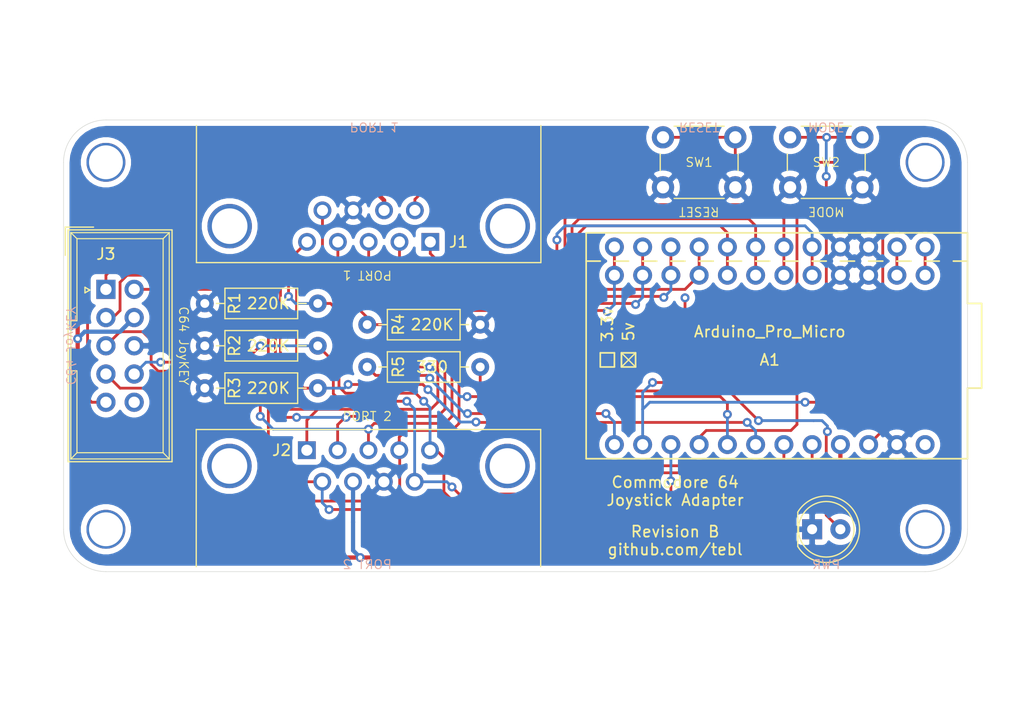
<source format=kicad_pcb>
(kicad_pcb (version 20171130) (host pcbnew "(5.1.8)-1")

  (general
    (thickness 1.6)
    (drawings 93)
    (tracks 342)
    (zones 0)
    (modules 16)
    (nets 23)
  )

  (page A4)
  (layers
    (0 F.Cu signal)
    (31 B.Cu signal)
    (32 B.Adhes user)
    (33 F.Adhes user)
    (34 B.Paste user)
    (35 F.Paste user)
    (36 B.SilkS user)
    (37 F.SilkS user)
    (38 B.Mask user)
    (39 F.Mask user)
    (40 Dwgs.User user)
    (41 Cmts.User user)
    (42 Eco1.User user)
    (43 Eco2.User user)
    (44 Edge.Cuts user)
    (45 Margin user)
    (46 B.CrtYd user)
    (47 F.CrtYd user)
    (48 B.Fab user)
    (49 F.Fab user)
  )

  (setup
    (last_trace_width 0.25)
    (trace_clearance 0.2)
    (zone_clearance 0.508)
    (zone_45_only no)
    (trace_min 0.2)
    (via_size 0.8)
    (via_drill 0.4)
    (via_min_size 0.4)
    (via_min_drill 0.3)
    (uvia_size 0.3)
    (uvia_drill 0.1)
    (uvias_allowed no)
    (uvia_min_size 0.2)
    (uvia_min_drill 0.1)
    (edge_width 0.05)
    (segment_width 0.2)
    (pcb_text_width 0.3)
    (pcb_text_size 1.5 1.5)
    (mod_edge_width 0.12)
    (mod_text_size 1 1)
    (mod_text_width 0.15)
    (pad_size 1.524 1.524)
    (pad_drill 0.762)
    (pad_to_mask_clearance 0)
    (aux_axis_origin 0 0)
    (visible_elements 7FFFFFFF)
    (pcbplotparams
      (layerselection 0x010fc_ffffffff)
      (usegerberextensions true)
      (usegerberattributes true)
      (usegerberadvancedattributes true)
      (creategerberjobfile true)
      (excludeedgelayer true)
      (linewidth 0.100000)
      (plotframeref false)
      (viasonmask false)
      (mode 1)
      (useauxorigin false)
      (hpglpennumber 1)
      (hpglpenspeed 20)
      (hpglpendiameter 15.000000)
      (psnegative false)
      (psa4output false)
      (plotreference true)
      (plotvalue true)
      (plotinvisibletext false)
      (padsonsilk false)
      (subtractmaskfromsilk false)
      (outputformat 1)
      (mirror false)
      (drillshape 0)
      (scaleselection 1)
      (outputdirectory "export/"))
  )

  (net 0 "")
  (net 1 POT_AX)
  (net 2 GND)
  (net 3 VCC)
  (net 4 P1_FIRE)
  (net 5 POT_AY)
  (net 6 P1_RIGHT)
  (net 7 P1_LEFT)
  (net 8 P1_DOWN)
  (net 9 P1_UP)
  (net 10 P2_UP)
  (net 11 P2_DOWN)
  (net 12 P2_LEFT)
  (net 13 P2_RIGHT)
  (net 14 POT_BY)
  (net 15 P2_FIRE)
  (net 16 POT_BX)
  (net 17 "Net-(A1-Pad13)")
  (net 18 "Net-(D1-Pad2)")
  (net 19 "Net-(A1-Pad2)")
  (net 20 "Net-(A1-Pad1)")
  (net 21 "Net-(A1-Pad14)")
  (net 22 "Net-(A1-Pad22)")

  (net_class Default "This is the default net class."
    (clearance 0.2)
    (trace_width 0.25)
    (via_dia 0.8)
    (via_drill 0.4)
    (uvia_dia 0.3)
    (uvia_drill 0.1)
    (add_net GND)
    (add_net "Net-(A1-Pad1)")
    (add_net "Net-(A1-Pad13)")
    (add_net "Net-(A1-Pad14)")
    (add_net "Net-(A1-Pad2)")
    (add_net "Net-(A1-Pad22)")
    (add_net "Net-(D1-Pad2)")
    (add_net P1_DOWN)
    (add_net P1_FIRE)
    (add_net P1_LEFT)
    (add_net P1_RIGHT)
    (add_net P1_UP)
    (add_net P2_DOWN)
    (add_net P2_FIRE)
    (add_net P2_LEFT)
    (add_net P2_RIGHT)
    (add_net P2_UP)
    (add_net POT_AX)
    (add_net POT_AY)
    (add_net POT_BX)
    (add_net POT_BY)
  )

  (net_class PWR ""
    (clearance 0.2)
    (trace_width 0.381)
    (via_dia 0.8)
    (via_drill 0.4)
    (uvia_dia 0.3)
    (uvia_drill 0.1)
    (add_net VCC)
  )

  (module RND:DSUB-9_Male_Horizontal_P2.77x2.84mm_EdgePinOffset7.70mm_Housed_MountingHolesOffset9.12mm (layer F.Cu) (tedit 5BCE4B38) (tstamp 5FFE0810)
    (at 128.86 82.73 180)
    (descr "9-pin D-Sub connector, horizontal/angled (90 deg), THT-mount, male, pitch 2.77x2.84mm, pin-PCB-offset 7.699999999999999mm, distance of mounting holes 25mm, distance of mounting holes to PCB edge 9.12mm, see https://disti-assets.s3.amazonaws.com/tonar/files/datasheets/16730.pdf")
    (tags "9-pin D-Sub connector horizontal angled 90deg THT male pitch 2.77x2.84mm pin-PCB-offset 7.699999999999999mm mounting-holes-distance 25mm mounting-hole-offset 25mm")
    (path /5FFBE15A)
    (fp_text reference J1 (at -2.54 0) (layer F.SilkS)
      (effects (font (size 1 1) (thickness 0.15)))
    )
    (fp_text value "Port 1" (at 5.54 18.44) (layer F.Fab)
      (effects (font (size 1 1) (thickness 0.15)))
    )
    (fp_line (start -9.885 -1.8) (end -9.885 10.54) (layer F.Fab) (width 0.1))
    (fp_line (start -9.885 10.54) (end 20.965 10.54) (layer F.Fab) (width 0.1))
    (fp_line (start 20.965 10.54) (end 20.965 -1.8) (layer F.Fab) (width 0.1))
    (fp_line (start 20.965 -1.8) (end -9.885 -1.8) (layer F.Fab) (width 0.1))
    (fp_line (start -9.885 10.54) (end -9.885 10.94) (layer F.Fab) (width 0.1))
    (fp_line (start -9.885 10.94) (end 20.965 10.94) (layer F.Fab) (width 0.1))
    (fp_line (start 20.965 10.94) (end 20.965 10.54) (layer F.Fab) (width 0.1))
    (fp_line (start 20.965 10.54) (end -9.885 10.54) (layer F.Fab) (width 0.1))
    (fp_line (start -2.61 10.94) (end -2.61 16.94) (layer F.Fab) (width 0.1))
    (fp_line (start -2.61 16.94) (end 13.69 16.94) (layer F.Fab) (width 0.1))
    (fp_line (start 13.69 16.94) (end 13.69 10.94) (layer F.Fab) (width 0.1))
    (fp_line (start 13.69 10.94) (end -2.61 10.94) (layer F.Fab) (width 0.1))
    (fp_line (start -9.46 10.94) (end -9.46 15.94) (layer F.Fab) (width 0.1))
    (fp_line (start -9.46 15.94) (end -4.46 15.94) (layer F.Fab) (width 0.1))
    (fp_line (start -4.46 15.94) (end -4.46 10.94) (layer F.Fab) (width 0.1))
    (fp_line (start -4.46 10.94) (end -9.46 10.94) (layer F.Fab) (width 0.1))
    (fp_line (start 15.54 10.94) (end 15.54 15.94) (layer F.Fab) (width 0.1))
    (fp_line (start 15.54 15.94) (end 20.54 15.94) (layer F.Fab) (width 0.1))
    (fp_line (start 20.54 15.94) (end 20.54 10.94) (layer F.Fab) (width 0.1))
    (fp_line (start 20.54 10.94) (end 15.54 10.94) (layer F.Fab) (width 0.1))
    (fp_line (start -8.56 10.54) (end -8.56 1.42) (layer F.Fab) (width 0.1))
    (fp_line (start -5.36 10.54) (end -5.36 1.42) (layer F.Fab) (width 0.1))
    (fp_line (start 16.44 10.54) (end 16.44 1.42) (layer F.Fab) (width 0.1))
    (fp_line (start 19.64 10.54) (end 19.64 1.42) (layer F.Fab) (width 0.1))
    (fp_line (start -9.945 10.48) (end -9.945 -1.86) (layer F.SilkS) (width 0.12))
    (fp_line (start -9.945 -1.86) (end 21.025 -1.86) (layer F.SilkS) (width 0.12))
    (fp_line (start 21.025 -1.86) (end 21.025 10.48) (layer F.SilkS) (width 0.12))
    (fp_line (start -10.4 -2.35) (end -10.4 17.45) (layer F.CrtYd) (width 0.05))
    (fp_line (start -10.4 17.45) (end 21.5 17.45) (layer F.CrtYd) (width 0.05))
    (fp_line (start 21.5 17.45) (end 21.5 -2.35) (layer F.CrtYd) (width 0.05))
    (fp_line (start 21.5 -2.35) (end -10.4 -2.35) (layer F.CrtYd) (width 0.05))
    (fp_text user %R (at 5.54 13.94) (layer F.Fab)
      (effects (font (size 1 1) (thickness 0.15)))
    )
    (fp_arc (start 18.04 1.42) (end 16.44 1.42) (angle 180) (layer F.Fab) (width 0.1))
    (fp_arc (start -6.96 1.42) (end -8.56 1.42) (angle 180) (layer F.Fab) (width 0.1))
    (pad 0 thru_hole circle (at 18.04 1.42 180) (size 4 4) (drill 3.2) (layers *.Cu *.Mask))
    (pad 0 thru_hole circle (at -6.96 1.42 180) (size 4 4) (drill 3.2) (layers *.Cu *.Mask))
    (pad 9 thru_hole circle (at 9.695 2.84 180) (size 1.6 1.6) (drill 1) (layers *.Cu *.Mask)
      (net 1 POT_AX))
    (pad 8 thru_hole circle (at 6.925 2.84 180) (size 1.6 1.6) (drill 1) (layers *.Cu *.Mask)
      (net 2 GND))
    (pad 7 thru_hole circle (at 4.155 2.84 180) (size 1.6 1.6) (drill 1) (layers *.Cu *.Mask)
      (net 3 VCC))
    (pad 6 thru_hole circle (at 1.385 2.84 180) (size 1.6 1.6) (drill 1) (layers *.Cu *.Mask)
      (net 4 P1_FIRE))
    (pad 5 thru_hole circle (at 11.08 0 180) (size 1.6 1.6) (drill 1) (layers *.Cu *.Mask)
      (net 5 POT_AY))
    (pad 4 thru_hole circle (at 8.31 0 180) (size 1.6 1.6) (drill 1) (layers *.Cu *.Mask)
      (net 6 P1_RIGHT))
    (pad 3 thru_hole circle (at 5.54 0 180) (size 1.6 1.6) (drill 1) (layers *.Cu *.Mask)
      (net 7 P1_LEFT))
    (pad 2 thru_hole circle (at 2.77 0 180) (size 1.6 1.6) (drill 1) (layers *.Cu *.Mask)
      (net 8 P1_DOWN))
    (pad 1 thru_hole rect (at 0 0 180) (size 1.6 1.6) (drill 1) (layers *.Cu *.Mask)
      (net 9 P1_UP))
    (model ${KISYS3DMOD}/Connector_Dsub.3dshapes/DSUB-9_Male_Horizontal_P2.77x2.84mm_EdgePinOffset7.70mm_Housed_MountingHolesOffset9.12mm.wrl
      (at (xyz 0 0 0))
      (scale (xyz 1 1 1))
      (rotate (xyz 0 0 0))
    )
  )

  (module Resistor_THT:R_Axial_DIN0207_L6.3mm_D2.5mm_P10.16mm_Horizontal (layer F.Cu) (tedit 5AE5139B) (tstamp 5FFE395A)
    (at 133.35 90.17 180)
    (descr "Resistor, Axial_DIN0207 series, Axial, Horizontal, pin pitch=10.16mm, 0.25W = 1/4W, length*diameter=6.3*2.5mm^2, http://cdn-reichelt.de/documents/datenblatt/B400/1_4W%23YAG.pdf")
    (tags "Resistor Axial_DIN0207 series Axial Horizontal pin pitch 10.16mm 0.25W = 1/4W length 6.3mm diameter 2.5mm")
    (path /60034C9D)
    (fp_text reference R4 (at 7.366 0 270) (layer F.SilkS)
      (effects (font (size 1 1) (thickness 0.15)))
    )
    (fp_text value 220K (at 4.318 0) (layer F.SilkS)
      (effects (font (size 1 1) (thickness 0.15)))
    )
    (fp_line (start 1.93 -1.25) (end 1.93 1.25) (layer F.Fab) (width 0.1))
    (fp_line (start 1.93 1.25) (end 8.23 1.25) (layer F.Fab) (width 0.1))
    (fp_line (start 8.23 1.25) (end 8.23 -1.25) (layer F.Fab) (width 0.1))
    (fp_line (start 8.23 -1.25) (end 1.93 -1.25) (layer F.Fab) (width 0.1))
    (fp_line (start 0 0) (end 1.93 0) (layer F.Fab) (width 0.1))
    (fp_line (start 10.16 0) (end 8.23 0) (layer F.Fab) (width 0.1))
    (fp_line (start 1.81 -1.37) (end 1.81 1.37) (layer F.SilkS) (width 0.12))
    (fp_line (start 1.81 1.37) (end 8.35 1.37) (layer F.SilkS) (width 0.12))
    (fp_line (start 8.35 1.37) (end 8.35 -1.37) (layer F.SilkS) (width 0.12))
    (fp_line (start 8.35 -1.37) (end 1.81 -1.37) (layer F.SilkS) (width 0.12))
    (fp_line (start 1.04 0) (end 1.81 0) (layer F.SilkS) (width 0.12))
    (fp_line (start 9.12 0) (end 8.35 0) (layer F.SilkS) (width 0.12))
    (fp_line (start -1.05 -1.5) (end -1.05 1.5) (layer F.CrtYd) (width 0.05))
    (fp_line (start -1.05 1.5) (end 11.21 1.5) (layer F.CrtYd) (width 0.05))
    (fp_line (start 11.21 1.5) (end 11.21 -1.5) (layer F.CrtYd) (width 0.05))
    (fp_line (start 11.21 -1.5) (end -1.05 -1.5) (layer F.CrtYd) (width 0.05))
    (fp_text user %R (at 7.366 0 270) (layer F.Fab)
      (effects (font (size 1 1) (thickness 0.15)))
    )
    (pad 1 thru_hole circle (at 0 0 180) (size 1.6 1.6) (drill 0.8) (layers *.Cu *.Mask)
      (net 2 GND))
    (pad 2 thru_hole oval (at 10.16 0 180) (size 1.6 1.6) (drill 0.8) (layers *.Cu *.Mask)
      (net 1 POT_AX))
    (model ${KISYS3DMOD}/Resistor_THT.3dshapes/R_Axial_DIN0207_L6.3mm_D2.5mm_P10.16mm_Horizontal.wrl
      (at (xyz 0 0 0))
      (scale (xyz 1 1 1))
      (rotate (xyz 0 0 0))
    )
  )

  (module arduino_pro_micro:Arduino_Pro_Micro (layer F.Cu) (tedit 5FB9CEB9) (tstamp 5FFDE881)
    (at 159.385 92.075 270)
    (path /5FBBE539)
    (fp_text reference A1 (at 1.27 0) (layer F.SilkS)
      (effects (font (size 1 1) (thickness 0.15)))
    )
    (fp_text value Arduino_Pro_Micro (at -1.27 0) (layer F.SilkS)
      (effects (font (size 1 1) (thickness 0.15)))
    )
    (fp_line (start -10.16 16.51) (end 10.16 16.51) (layer F.SilkS) (width 0.15))
    (fp_line (start -10.16 -17.78) (end -10.16 16.51) (layer F.SilkS) (width 0.15))
    (fp_line (start 10.16 16.51) (end 10.16 -17.78) (layer F.SilkS) (width 0.15))
    (fp_line (start -3.81 -19.05) (end 3.81 -19.05) (layer F.SilkS) (width 0.15))
    (fp_line (start -3.81 -17.78) (end -3.81 -19.05) (layer F.SilkS) (width 0.15))
    (fp_line (start -10.16 -17.78) (end -3.81 -17.78) (layer F.SilkS) (width 0.15))
    (fp_line (start 3.81 -17.78) (end 10.16 -17.78) (layer F.SilkS) (width 0.15))
    (fp_line (start 3.81 -19.05) (end 3.81 -17.78) (layer F.SilkS) (width 0.15))
    (fp_line (start 1.905 15.24) (end 1.905 13.97) (layer F.SilkS) (width 0.15))
    (fp_line (start 0.635 15.24) (end 1.905 15.24) (layer F.SilkS) (width 0.15))
    (fp_line (start 0.635 13.97) (end 0.635 15.24) (layer F.SilkS) (width 0.15))
    (fp_line (start 1.905 13.97) (end 0.635 13.97) (layer F.SilkS) (width 0.15))
    (fp_line (start 0.635 12.065) (end 0.635 13.335) (layer F.SilkS) (width 0.15))
    (fp_line (start 1.905 12.065) (end 0.635 12.065) (layer F.SilkS) (width 0.15))
    (fp_line (start 1.905 13.335) (end 1.905 12.065) (layer F.SilkS) (width 0.15))
    (fp_line (start 0.635 13.335) (end 1.905 13.335) (layer F.SilkS) (width 0.15))
    (fp_line (start -7.62 -17.78) (end -7.62 -16.51) (layer F.SilkS) (width 0.15))
    (fp_line (start -7.62 -15.24) (end -7.62 -13.97) (layer F.SilkS) (width 0.15))
    (fp_line (start -7.62 -12.7) (end -7.62 -11.43) (layer F.SilkS) (width 0.15))
    (fp_line (start -7.62 -10.16) (end -7.62 -8.89) (layer F.SilkS) (width 0.15))
    (fp_line (start -7.62 -7.62) (end -7.62 -6.35) (layer F.SilkS) (width 0.15))
    (fp_line (start -7.62 -5.08) (end -7.62 -3.81) (layer F.SilkS) (width 0.15))
    (fp_line (start -7.62 -2.54) (end -7.62 -1.27) (layer F.SilkS) (width 0.15))
    (fp_line (start -7.62 0) (end -7.62 1.27) (layer F.SilkS) (width 0.15))
    (fp_line (start -7.62 2.54) (end -7.62 3.81) (layer F.SilkS) (width 0.15))
    (fp_line (start -7.62 5.08) (end -7.62 6.35) (layer F.SilkS) (width 0.15))
    (fp_line (start -7.62 7.62) (end -7.62 8.89) (layer F.SilkS) (width 0.15))
    (fp_line (start -7.62 10.16) (end -7.62 11.43) (layer F.SilkS) (width 0.15))
    (fp_line (start -7.62 12.7) (end -7.62 13.97) (layer F.SilkS) (width 0.15))
    (fp_line (start -7.62 15.24) (end -7.62 16.51) (layer F.SilkS) (width 0.15))
    (fp_text user 3.3v (at -1.905 14.605 90) (layer F.SilkS)
      (effects (font (size 1 1) (thickness 0.15)))
    )
    (fp_text user 5v (at -1.27 12.7 90) (layer F.SilkS)
      (effects (font (size 1 1) (thickness 0.15)))
    )
    (pad 12 thru_hole circle (at -6.35 13.97 270) (size 1.7 1.7) (drill 1) (layers *.Cu *.Mask)
      (net 13 P2_RIGHT))
    (pad 11 thru_hole circle (at -6.35 11.43 270) (size 1.7 1.7) (drill 1) (layers *.Cu *.Mask)
      (net 12 P2_LEFT))
    (pad 10 thru_hole circle (at -6.35 8.89 270) (size 1.7 1.7) (drill 1) (layers *.Cu *.Mask)
      (net 11 P2_DOWN))
    (pad 9 thru_hole circle (at -6.35 6.35 270) (size 1.7 1.7) (drill 1) (layers *.Cu *.Mask)
      (net 10 P2_UP))
    (pad 8 thru_hole circle (at -6.35 3.81 270) (size 1.7 1.7) (drill 1) (layers *.Cu *.Mask)
      (net 6 P1_RIGHT))
    (pad 7 thru_hole circle (at -6.35 1.27 270) (size 1.7 1.7) (drill 1) (layers *.Cu *.Mask)
      (net 7 P1_LEFT))
    (pad 6 thru_hole circle (at -6.35 -1.27 270) (size 1.7 1.7) (drill 1) (layers *.Cu *.Mask)
      (net 8 P1_DOWN))
    (pad 5 thru_hole circle (at -6.35 -3.81 270) (size 1.7 1.7) (drill 1) (layers *.Cu *.Mask)
      (net 9 P1_UP))
    (pad 4 thru_hole circle (at -6.35 -6.35 270) (size 1.7 1.7) (drill 1) (layers *.Cu *.Mask)
      (net 2 GND))
    (pad 3 thru_hole circle (at -6.35 -8.89 270) (size 1.7 1.7) (drill 1) (layers *.Cu *.Mask)
      (net 2 GND))
    (pad 2 thru_hole circle (at -6.35 -11.43 270) (size 1.7 1.7) (drill 1) (layers *.Cu *.Mask)
      (net 19 "Net-(A1-Pad2)"))
    (pad 1 thru_hole circle (at -6.35 -13.97 270) (size 1.7 1.7) (drill 1) (layers *.Cu *.Mask)
      (net 20 "Net-(A1-Pad1)"))
    (pad 2 thru_hole circle (at -8.89 -11.43 270) (size 1.7 1.7) (drill 1) (layers *.Cu *.Mask)
      (net 19 "Net-(A1-Pad2)"))
    (pad 3 thru_hole circle (at -8.89 -8.89 270) (size 1.7 1.7) (drill 1) (layers *.Cu *.Mask)
      (net 2 GND))
    (pad 4 thru_hole circle (at -8.89 -6.35 270) (size 1.7 1.7) (drill 1) (layers *.Cu *.Mask)
      (net 2 GND))
    (pad 5 thru_hole circle (at -8.89 -3.81 270) (size 1.7 1.7) (drill 1) (layers *.Cu *.Mask)
      (net 9 P1_UP))
    (pad 6 thru_hole circle (at -8.89 -1.27 270) (size 1.7 1.7) (drill 1) (layers *.Cu *.Mask)
      (net 8 P1_DOWN))
    (pad 7 thru_hole circle (at -8.89 1.27 270) (size 1.7 1.7) (drill 1) (layers *.Cu *.Mask)
      (net 7 P1_LEFT))
    (pad 8 thru_hole circle (at -8.89 3.81 270) (size 1.7 1.7) (drill 1) (layers *.Cu *.Mask)
      (net 6 P1_RIGHT))
    (pad 9 thru_hole circle (at -8.89 6.35 270) (size 1.7 1.7) (drill 1) (layers *.Cu *.Mask)
      (net 10 P2_UP))
    (pad 10 thru_hole circle (at -8.89 8.89 270) (size 1.7 1.7) (drill 1) (layers *.Cu *.Mask)
      (net 11 P2_DOWN))
    (pad 11 thru_hole circle (at -8.89 11.43 270) (size 1.7 1.7) (drill 1) (layers *.Cu *.Mask)
      (net 12 P2_LEFT))
    (pad 12 thru_hole circle (at -8.89 13.97 270) (size 1.7 1.7) (drill 1) (layers *.Cu *.Mask)
      (net 13 P2_RIGHT))
    (pad 13 thru_hole circle (at 8.89 13.97 270) (size 1.7 1.7) (drill 1) (layers *.Cu *.Mask)
      (net 17 "Net-(A1-Pad13)"))
    (pad 14 thru_hole circle (at 8.89 11.43 270) (size 1.7 1.7) (drill 1) (layers *.Cu *.Mask)
      (net 21 "Net-(A1-Pad14)"))
    (pad 15 thru_hole circle (at 8.89 8.89 270) (size 1.7 1.7) (drill 1) (layers *.Cu *.Mask)
      (net 15 P2_FIRE))
    (pad 16 thru_hole circle (at 8.89 6.35 270) (size 1.7 1.7) (drill 1) (layers *.Cu *.Mask)
      (net 4 P1_FIRE))
    (pad 17 thru_hole circle (at 8.89 3.81 270) (size 1.7 1.7) (drill 1) (layers *.Cu *.Mask)
      (net 1 POT_AX))
    (pad 18 thru_hole circle (at 8.89 1.27 270) (size 1.7 1.7) (drill 1) (layers *.Cu *.Mask)
      (net 5 POT_AY))
    (pad 19 thru_hole circle (at 8.89 -1.27 270) (size 1.7 1.7) (drill 1) (layers *.Cu *.Mask)
      (net 16 POT_BX))
    (pad 20 thru_hole circle (at 8.89 -3.81 270) (size 1.7 1.7) (drill 1) (layers *.Cu *.Mask)
      (net 14 POT_BY))
    (pad 21 thru_hole circle (at 8.89 -6.35 270) (size 1.7 1.7) (drill 1) (layers *.Cu *.Mask)
      (net 3 VCC))
    (pad 22 thru_hole circle (at 8.89 -8.89 270) (size 1.7 1.7) (drill 1) (layers *.Cu *.Mask)
      (net 22 "Net-(A1-Pad22)"))
    (pad 23 thru_hole circle (at 8.89 -11.43 270) (size 1.7 1.7) (drill 1) (layers *.Cu *.Mask)
      (net 2 GND))
    (pad 24 thru_hole circle (at 8.89 -13.97 270) (size 1.7 1.7) (drill 1) (layers *.Cu *.Mask))
    (pad 1 thru_hole circle (at -8.89 -13.97 270) (size 1.7 1.7) (drill 1) (layers *.Cu *.Mask)
      (net 20 "Net-(A1-Pad1)"))
  )

  (module Resistor_THT:R_Axial_DIN0207_L6.3mm_D2.5mm_P10.16mm_Horizontal (layer F.Cu) (tedit 5AE5139B) (tstamp 601DCC4F)
    (at 133.35 93.98 180)
    (descr "Resistor, Axial_DIN0207 series, Axial, Horizontal, pin pitch=10.16mm, 0.25W = 1/4W, length*diameter=6.3*2.5mm^2, http://cdn-reichelt.de/documents/datenblatt/B400/1_4W%23YAG.pdf")
    (tags "Resistor Axial_DIN0207 series Axial Horizontal pin pitch 10.16mm 0.25W = 1/4W length 6.3mm diameter 2.5mm")
    (path /60024503)
    (fp_text reference R5 (at 7.366 0 270) (layer F.SilkS)
      (effects (font (size 1 1) (thickness 0.15)))
    )
    (fp_text value 330 (at 4.318 0) (layer F.SilkS)
      (effects (font (size 1 1) (thickness 0.15)))
    )
    (fp_line (start 11.21 -1.5) (end -1.05 -1.5) (layer F.CrtYd) (width 0.05))
    (fp_line (start 11.21 1.5) (end 11.21 -1.5) (layer F.CrtYd) (width 0.05))
    (fp_line (start -1.05 1.5) (end 11.21 1.5) (layer F.CrtYd) (width 0.05))
    (fp_line (start -1.05 -1.5) (end -1.05 1.5) (layer F.CrtYd) (width 0.05))
    (fp_line (start 9.12 0) (end 8.35 0) (layer F.SilkS) (width 0.12))
    (fp_line (start 1.04 0) (end 1.81 0) (layer F.SilkS) (width 0.12))
    (fp_line (start 8.35 -1.37) (end 1.81 -1.37) (layer F.SilkS) (width 0.12))
    (fp_line (start 8.35 1.37) (end 8.35 -1.37) (layer F.SilkS) (width 0.12))
    (fp_line (start 1.81 1.37) (end 8.35 1.37) (layer F.SilkS) (width 0.12))
    (fp_line (start 1.81 -1.37) (end 1.81 1.37) (layer F.SilkS) (width 0.12))
    (fp_line (start 10.16 0) (end 8.23 0) (layer F.Fab) (width 0.1))
    (fp_line (start 0 0) (end 1.93 0) (layer F.Fab) (width 0.1))
    (fp_line (start 8.23 -1.25) (end 1.93 -1.25) (layer F.Fab) (width 0.1))
    (fp_line (start 8.23 1.25) (end 8.23 -1.25) (layer F.Fab) (width 0.1))
    (fp_line (start 1.93 1.25) (end 8.23 1.25) (layer F.Fab) (width 0.1))
    (fp_line (start 1.93 -1.25) (end 1.93 1.25) (layer F.Fab) (width 0.1))
    (fp_text user %R (at 7.366 0 270) (layer F.Fab)
      (effects (font (size 1 1) (thickness 0.15)))
    )
    (pad 2 thru_hole oval (at 10.16 0 180) (size 1.6 1.6) (drill 0.8) (layers *.Cu *.Mask)
      (net 17 "Net-(A1-Pad13)"))
    (pad 1 thru_hole circle (at 0 0 180) (size 1.6 1.6) (drill 0.8) (layers *.Cu *.Mask)
      (net 18 "Net-(D1-Pad2)"))
    (model ${KISYS3DMOD}/Resistor_THT.3dshapes/R_Axial_DIN0207_L6.3mm_D2.5mm_P10.16mm_Horizontal.wrl
      (at (xyz 0 0 0))
      (scale (xyz 1 1 1))
      (rotate (xyz 0 0 0))
    )
  )

  (module RND:DSUB-9_Male_Horizontal_P2.77x2.84mm_EdgePinOffset7.70mm_Housed_MountingHolesOffset9.12mm (layer F.Cu) (tedit 5BCE4B38) (tstamp 5FFB97A3)
    (at 117.76 101.47)
    (descr "9-pin D-Sub connector, horizontal/angled (90 deg), THT-mount, male, pitch 2.77x2.84mm, pin-PCB-offset 7.699999999999999mm, distance of mounting holes 25mm, distance of mounting holes to PCB edge 9.12mm, see https://disti-assets.s3.amazonaws.com/tonar/files/datasheets/16730.pdf")
    (tags "9-pin D-Sub connector horizontal angled 90deg THT male pitch 2.77x2.84mm pin-PCB-offset 7.699999999999999mm mounting-holes-distance 25mm mounting-hole-offset 25mm")
    (path /5FFBB4AE)
    (fp_text reference J2 (at -2.265 0) (layer F.SilkS)
      (effects (font (size 1 1) (thickness 0.15)))
    )
    (fp_text value "Port 2" (at 5.54 18.44) (layer F.Fab)
      (effects (font (size 1 1) (thickness 0.15)))
    )
    (fp_line (start 21.5 -2.35) (end -10.4 -2.35) (layer F.CrtYd) (width 0.05))
    (fp_line (start 21.5 17.45) (end 21.5 -2.35) (layer F.CrtYd) (width 0.05))
    (fp_line (start -10.4 17.45) (end 21.5 17.45) (layer F.CrtYd) (width 0.05))
    (fp_line (start -10.4 -2.35) (end -10.4 17.45) (layer F.CrtYd) (width 0.05))
    (fp_line (start 21.025 -1.86) (end 21.025 10.48) (layer F.SilkS) (width 0.12))
    (fp_line (start -9.945 -1.86) (end 21.025 -1.86) (layer F.SilkS) (width 0.12))
    (fp_line (start -9.945 10.48) (end -9.945 -1.86) (layer F.SilkS) (width 0.12))
    (fp_line (start 19.64 10.54) (end 19.64 1.42) (layer F.Fab) (width 0.1))
    (fp_line (start 16.44 10.54) (end 16.44 1.42) (layer F.Fab) (width 0.1))
    (fp_line (start -5.36 10.54) (end -5.36 1.42) (layer F.Fab) (width 0.1))
    (fp_line (start -8.56 10.54) (end -8.56 1.42) (layer F.Fab) (width 0.1))
    (fp_line (start 20.54 10.94) (end 15.54 10.94) (layer F.Fab) (width 0.1))
    (fp_line (start 20.54 15.94) (end 20.54 10.94) (layer F.Fab) (width 0.1))
    (fp_line (start 15.54 15.94) (end 20.54 15.94) (layer F.Fab) (width 0.1))
    (fp_line (start 15.54 10.94) (end 15.54 15.94) (layer F.Fab) (width 0.1))
    (fp_line (start -4.46 10.94) (end -9.46 10.94) (layer F.Fab) (width 0.1))
    (fp_line (start -4.46 15.94) (end -4.46 10.94) (layer F.Fab) (width 0.1))
    (fp_line (start -9.46 15.94) (end -4.46 15.94) (layer F.Fab) (width 0.1))
    (fp_line (start -9.46 10.94) (end -9.46 15.94) (layer F.Fab) (width 0.1))
    (fp_line (start 13.69 10.94) (end -2.61 10.94) (layer F.Fab) (width 0.1))
    (fp_line (start 13.69 16.94) (end 13.69 10.94) (layer F.Fab) (width 0.1))
    (fp_line (start -2.61 16.94) (end 13.69 16.94) (layer F.Fab) (width 0.1))
    (fp_line (start -2.61 10.94) (end -2.61 16.94) (layer F.Fab) (width 0.1))
    (fp_line (start 20.965 10.54) (end -9.885 10.54) (layer F.Fab) (width 0.1))
    (fp_line (start 20.965 10.94) (end 20.965 10.54) (layer F.Fab) (width 0.1))
    (fp_line (start -9.885 10.94) (end 20.965 10.94) (layer F.Fab) (width 0.1))
    (fp_line (start -9.885 10.54) (end -9.885 10.94) (layer F.Fab) (width 0.1))
    (fp_line (start 20.965 -1.8) (end -9.885 -1.8) (layer F.Fab) (width 0.1))
    (fp_line (start 20.965 10.54) (end 20.965 -1.8) (layer F.Fab) (width 0.1))
    (fp_line (start -9.885 10.54) (end 20.965 10.54) (layer F.Fab) (width 0.1))
    (fp_line (start -9.885 -1.8) (end -9.885 10.54) (layer F.Fab) (width 0.1))
    (fp_arc (start -6.96 1.42) (end -8.56 1.42) (angle 180) (layer F.Fab) (width 0.1))
    (fp_arc (start 18.04 1.42) (end 16.44 1.42) (angle 180) (layer F.Fab) (width 0.1))
    (fp_text user %R (at 5.54 13.94) (layer F.Fab)
      (effects (font (size 1 1) (thickness 0.15)))
    )
    (pad 1 thru_hole rect (at 0 0) (size 1.6 1.6) (drill 1) (layers *.Cu *.Mask)
      (net 10 P2_UP))
    (pad 2 thru_hole circle (at 2.77 0) (size 1.6 1.6) (drill 1) (layers *.Cu *.Mask)
      (net 11 P2_DOWN))
    (pad 3 thru_hole circle (at 5.54 0) (size 1.6 1.6) (drill 1) (layers *.Cu *.Mask)
      (net 12 P2_LEFT))
    (pad 4 thru_hole circle (at 8.31 0) (size 1.6 1.6) (drill 1) (layers *.Cu *.Mask)
      (net 13 P2_RIGHT))
    (pad 5 thru_hole circle (at 11.08 0) (size 1.6 1.6) (drill 1) (layers *.Cu *.Mask)
      (net 14 POT_BY))
    (pad 6 thru_hole circle (at 1.385 2.84) (size 1.6 1.6) (drill 1) (layers *.Cu *.Mask)
      (net 15 P2_FIRE))
    (pad 7 thru_hole circle (at 4.155 2.84) (size 1.6 1.6) (drill 1) (layers *.Cu *.Mask)
      (net 3 VCC))
    (pad 8 thru_hole circle (at 6.925 2.84) (size 1.6 1.6) (drill 1) (layers *.Cu *.Mask)
      (net 2 GND))
    (pad 9 thru_hole circle (at 9.695 2.84) (size 1.6 1.6) (drill 1) (layers *.Cu *.Mask)
      (net 16 POT_BX))
    (pad 0 thru_hole circle (at -6.96 1.42) (size 4 4) (drill 3.2) (layers *.Cu *.Mask))
    (pad 0 thru_hole circle (at 18.04 1.42) (size 4 4) (drill 3.2) (layers *.Cu *.Mask))
    (model ${KISYS3DMOD}/Connector_Dsub.3dshapes/DSUB-9_Male_Horizontal_P2.77x2.84mm_EdgePinOffset7.70mm_Housed_MountingHolesOffset9.12mm.wrl
      (at (xyz 0 0 0))
      (scale (xyz 1 1 1))
      (rotate (xyz 0 0 0))
    )
  )

  (module mounting:M3_pin (layer F.Cu) (tedit 5F76331A) (tstamp 5FFB8DBA)
    (at 99.695 108.585)
    (descr "module 1 pin (ou trou mecanique de percage)")
    (tags DEV)
    (path /6002CE00)
    (fp_text reference M1 (at 0 -3.048) (layer F.Fab) hide
      (effects (font (size 1 1) (thickness 0.15)))
    )
    (fp_text value Mounting (at 0 3) (layer F.Fab) hide
      (effects (font (size 1 1) (thickness 0.15)))
    )
    (fp_circle (center 0 0) (end 2.6 0) (layer F.CrtYd) (width 0.05))
    (fp_circle (center 0 0) (end 2 0.8) (layer F.Fab) (width 0.1))
    (pad 1 thru_hole circle (at 0 0) (size 3.5 3.5) (drill 3.048) (layers *.Cu *.Mask)
      (solder_mask_margin 0.8))
  )

  (module mounting:M3_pin (layer F.Cu) (tedit 5F76331A) (tstamp 5FFB8DC1)
    (at 173.355 75.565)
    (descr "module 1 pin (ou trou mecanique de percage)")
    (tags DEV)
    (path /6002E2AC)
    (fp_text reference M2 (at 0 -3.048) (layer F.Fab) hide
      (effects (font (size 1 1) (thickness 0.15)))
    )
    (fp_text value Mounting (at 0 3) (layer F.Fab) hide
      (effects (font (size 1 1) (thickness 0.15)))
    )
    (fp_circle (center 0 0) (end 2 0.8) (layer F.Fab) (width 0.1))
    (fp_circle (center 0 0) (end 2.6 0) (layer F.CrtYd) (width 0.05))
    (pad 1 thru_hole circle (at 0 0) (size 3.5 3.5) (drill 3.048) (layers *.Cu *.Mask)
      (solder_mask_margin 0.8))
  )

  (module mounting:M3_pin (layer F.Cu) (tedit 5F76331A) (tstamp 5FFB8DC8)
    (at 99.695 75.565)
    (descr "module 1 pin (ou trou mecanique de percage)")
    (tags DEV)
    (path /6002E709)
    (fp_text reference M3 (at 0 -3.048) (layer F.Fab) hide
      (effects (font (size 1 1) (thickness 0.15)))
    )
    (fp_text value Mounting (at 0 3) (layer F.Fab) hide
      (effects (font (size 1 1) (thickness 0.15)))
    )
    (fp_circle (center 0 0) (end 2.6 0) (layer F.CrtYd) (width 0.05))
    (fp_circle (center 0 0) (end 2 0.8) (layer F.Fab) (width 0.1))
    (pad 1 thru_hole circle (at 0 0) (size 3.5 3.5) (drill 3.048) (layers *.Cu *.Mask)
      (solder_mask_margin 0.8))
  )

  (module mounting:M3_pin (layer F.Cu) (tedit 5F76331A) (tstamp 5FFB8DCF)
    (at 173.355 108.585)
    (descr "module 1 pin (ou trou mecanique de percage)")
    (tags DEV)
    (path /6002EC01)
    (fp_text reference M4 (at 0 -3.048) (layer F.Fab) hide
      (effects (font (size 1 1) (thickness 0.15)))
    )
    (fp_text value Mounting (at 0 3) (layer F.Fab) hide
      (effects (font (size 1 1) (thickness 0.15)))
    )
    (fp_circle (center 0 0) (end 2 0.8) (layer F.Fab) (width 0.1))
    (fp_circle (center 0 0) (end 2.6 0) (layer F.CrtYd) (width 0.05))
    (pad 1 thru_hole circle (at 0 0) (size 3.5 3.5) (drill 3.048) (layers *.Cu *.Mask)
      (solder_mask_margin 0.8))
  )

  (module Resistor_THT:R_Axial_DIN0207_L6.3mm_D2.5mm_P10.16mm_Horizontal (layer F.Cu) (tedit 5AE5139B) (tstamp 5FFDE25B)
    (at 108.585 88.265)
    (descr "Resistor, Axial_DIN0207 series, Axial, Horizontal, pin pitch=10.16mm, 0.25W = 1/4W, length*diameter=6.3*2.5mm^2, http://cdn-reichelt.de/documents/datenblatt/B400/1_4W%23YAG.pdf")
    (tags "Resistor Axial_DIN0207 series Axial Horizontal pin pitch 10.16mm 0.25W = 1/4W length 6.3mm diameter 2.5mm")
    (path /6002419F)
    (fp_text reference R1 (at 2.667 0 270) (layer F.SilkS)
      (effects (font (size 1 1) (thickness 0.15)))
    )
    (fp_text value 220K (at 5.715 0) (layer F.SilkS)
      (effects (font (size 1 1) (thickness 0.15)))
    )
    (fp_line (start 1.93 -1.25) (end 1.93 1.25) (layer F.Fab) (width 0.1))
    (fp_line (start 1.93 1.25) (end 8.23 1.25) (layer F.Fab) (width 0.1))
    (fp_line (start 8.23 1.25) (end 8.23 -1.25) (layer F.Fab) (width 0.1))
    (fp_line (start 8.23 -1.25) (end 1.93 -1.25) (layer F.Fab) (width 0.1))
    (fp_line (start 0 0) (end 1.93 0) (layer F.Fab) (width 0.1))
    (fp_line (start 10.16 0) (end 8.23 0) (layer F.Fab) (width 0.1))
    (fp_line (start 1.81 -1.37) (end 1.81 1.37) (layer F.SilkS) (width 0.12))
    (fp_line (start 1.81 1.37) (end 8.35 1.37) (layer F.SilkS) (width 0.12))
    (fp_line (start 8.35 1.37) (end 8.35 -1.37) (layer F.SilkS) (width 0.12))
    (fp_line (start 8.35 -1.37) (end 1.81 -1.37) (layer F.SilkS) (width 0.12))
    (fp_line (start 1.04 0) (end 1.81 0) (layer F.SilkS) (width 0.12))
    (fp_line (start 9.12 0) (end 8.35 0) (layer F.SilkS) (width 0.12))
    (fp_line (start -1.05 -1.5) (end -1.05 1.5) (layer F.CrtYd) (width 0.05))
    (fp_line (start -1.05 1.5) (end 11.21 1.5) (layer F.CrtYd) (width 0.05))
    (fp_line (start 11.21 1.5) (end 11.21 -1.5) (layer F.CrtYd) (width 0.05))
    (fp_line (start 11.21 -1.5) (end -1.05 -1.5) (layer F.CrtYd) (width 0.05))
    (fp_text user %R (at 2.667 0 270) (layer F.Fab)
      (effects (font (size 1 1) (thickness 0.15)))
    )
    (pad 1 thru_hole circle (at 0 0) (size 1.6 1.6) (drill 0.8) (layers *.Cu *.Mask)
      (net 2 GND))
    (pad 2 thru_hole oval (at 10.16 0) (size 1.6 1.6) (drill 0.8) (layers *.Cu *.Mask)
      (net 14 POT_BY))
    (model ${KISYS3DMOD}/Resistor_THT.3dshapes/R_Axial_DIN0207_L6.3mm_D2.5mm_P10.16mm_Horizontal.wrl
      (at (xyz 0 0 0))
      (scale (xyz 1 1 1))
      (rotate (xyz 0 0 0))
    )
  )

  (module Resistor_THT:R_Axial_DIN0207_L6.3mm_D2.5mm_P10.16mm_Horizontal (layer F.Cu) (tedit 5AE5139B) (tstamp 5FFE387D)
    (at 108.585 92.075)
    (descr "Resistor, Axial_DIN0207 series, Axial, Horizontal, pin pitch=10.16mm, 0.25W = 1/4W, length*diameter=6.3*2.5mm^2, http://cdn-reichelt.de/documents/datenblatt/B400/1_4W%23YAG.pdf")
    (tags "Resistor Axial_DIN0207 series Axial Horizontal pin pitch 10.16mm 0.25W = 1/4W length 6.3mm diameter 2.5mm")
    (path /600255F0)
    (fp_text reference R2 (at 2.667 0 270) (layer F.SilkS)
      (effects (font (size 1 1) (thickness 0.15)))
    )
    (fp_text value 220K (at 5.715 0) (layer F.SilkS)
      (effects (font (size 1 1) (thickness 0.15)))
    )
    (fp_line (start 1.93 -1.25) (end 1.93 1.25) (layer F.Fab) (width 0.1))
    (fp_line (start 1.93 1.25) (end 8.23 1.25) (layer F.Fab) (width 0.1))
    (fp_line (start 8.23 1.25) (end 8.23 -1.25) (layer F.Fab) (width 0.1))
    (fp_line (start 8.23 -1.25) (end 1.93 -1.25) (layer F.Fab) (width 0.1))
    (fp_line (start 0 0) (end 1.93 0) (layer F.Fab) (width 0.1))
    (fp_line (start 10.16 0) (end 8.23 0) (layer F.Fab) (width 0.1))
    (fp_line (start 1.81 -1.37) (end 1.81 1.37) (layer F.SilkS) (width 0.12))
    (fp_line (start 1.81 1.37) (end 8.35 1.37) (layer F.SilkS) (width 0.12))
    (fp_line (start 8.35 1.37) (end 8.35 -1.37) (layer F.SilkS) (width 0.12))
    (fp_line (start 8.35 -1.37) (end 1.81 -1.37) (layer F.SilkS) (width 0.12))
    (fp_line (start 1.04 0) (end 1.81 0) (layer F.SilkS) (width 0.12))
    (fp_line (start 9.12 0) (end 8.35 0) (layer F.SilkS) (width 0.12))
    (fp_line (start -1.05 -1.5) (end -1.05 1.5) (layer F.CrtYd) (width 0.05))
    (fp_line (start -1.05 1.5) (end 11.21 1.5) (layer F.CrtYd) (width 0.05))
    (fp_line (start 11.21 1.5) (end 11.21 -1.5) (layer F.CrtYd) (width 0.05))
    (fp_line (start 11.21 -1.5) (end -1.05 -1.5) (layer F.CrtYd) (width 0.05))
    (fp_text user %R (at 2.667 0 270) (layer F.Fab)
      (effects (font (size 1 1) (thickness 0.15)))
    )
    (pad 1 thru_hole circle (at 0 0) (size 1.6 1.6) (drill 0.8) (layers *.Cu *.Mask)
      (net 2 GND))
    (pad 2 thru_hole oval (at 10.16 0) (size 1.6 1.6) (drill 0.8) (layers *.Cu *.Mask)
      (net 16 POT_BX))
    (model ${KISYS3DMOD}/Resistor_THT.3dshapes/R_Axial_DIN0207_L6.3mm_D2.5mm_P10.16mm_Horizontal.wrl
      (at (xyz 0 0 0))
      (scale (xyz 1 1 1))
      (rotate (xyz 0 0 0))
    )
  )

  (module Resistor_THT:R_Axial_DIN0207_L6.3mm_D2.5mm_P10.16mm_Horizontal (layer F.Cu) (tedit 5AE5139B) (tstamp 5FFDE289)
    (at 108.585 95.885)
    (descr "Resistor, Axial_DIN0207 series, Axial, Horizontal, pin pitch=10.16mm, 0.25W = 1/4W, length*diameter=6.3*2.5mm^2, http://cdn-reichelt.de/documents/datenblatt/B400/1_4W%23YAG.pdf")
    (tags "Resistor Axial_DIN0207 series Axial Horizontal pin pitch 10.16mm 0.25W = 1/4W length 6.3mm diameter 2.5mm")
    (path /60034C97)
    (fp_text reference R3 (at 2.667 0 270) (layer F.SilkS)
      (effects (font (size 1 1) (thickness 0.15)))
    )
    (fp_text value 220K (at 5.715 0) (layer F.SilkS)
      (effects (font (size 1 1) (thickness 0.15)))
    )
    (fp_line (start 11.21 -1.5) (end -1.05 -1.5) (layer F.CrtYd) (width 0.05))
    (fp_line (start 11.21 1.5) (end 11.21 -1.5) (layer F.CrtYd) (width 0.05))
    (fp_line (start -1.05 1.5) (end 11.21 1.5) (layer F.CrtYd) (width 0.05))
    (fp_line (start -1.05 -1.5) (end -1.05 1.5) (layer F.CrtYd) (width 0.05))
    (fp_line (start 9.12 0) (end 8.35 0) (layer F.SilkS) (width 0.12))
    (fp_line (start 1.04 0) (end 1.81 0) (layer F.SilkS) (width 0.12))
    (fp_line (start 8.35 -1.37) (end 1.81 -1.37) (layer F.SilkS) (width 0.12))
    (fp_line (start 8.35 1.37) (end 8.35 -1.37) (layer F.SilkS) (width 0.12))
    (fp_line (start 1.81 1.37) (end 8.35 1.37) (layer F.SilkS) (width 0.12))
    (fp_line (start 1.81 -1.37) (end 1.81 1.37) (layer F.SilkS) (width 0.12))
    (fp_line (start 10.16 0) (end 8.23 0) (layer F.Fab) (width 0.1))
    (fp_line (start 0 0) (end 1.93 0) (layer F.Fab) (width 0.1))
    (fp_line (start 8.23 -1.25) (end 1.93 -1.25) (layer F.Fab) (width 0.1))
    (fp_line (start 8.23 1.25) (end 8.23 -1.25) (layer F.Fab) (width 0.1))
    (fp_line (start 1.93 1.25) (end 8.23 1.25) (layer F.Fab) (width 0.1))
    (fp_line (start 1.93 -1.25) (end 1.93 1.25) (layer F.Fab) (width 0.1))
    (fp_text user %R (at 2.667 0 270) (layer F.Fab)
      (effects (font (size 1 1) (thickness 0.15)))
    )
    (pad 2 thru_hole oval (at 10.16 0) (size 1.6 1.6) (drill 0.8) (layers *.Cu *.Mask)
      (net 5 POT_AY))
    (pad 1 thru_hole circle (at 0 0) (size 1.6 1.6) (drill 0.8) (layers *.Cu *.Mask)
      (net 2 GND))
    (model ${KISYS3DMOD}/Resistor_THT.3dshapes/R_Axial_DIN0207_L6.3mm_D2.5mm_P10.16mm_Horizontal.wrl
      (at (xyz 0 0 0))
      (scale (xyz 1 1 1))
      (rotate (xyz 0 0 0))
    )
  )

  (module LED_THT:LED_D5.0mm_Clear (layer F.Cu) (tedit 5A6C9BC0) (tstamp 5FFE215F)
    (at 163.195 108.585)
    (descr "LED, diameter 5.0mm, 2 pins, http://cdn-reichelt.de/documents/datenblatt/A500/LL-504BC2E-009.pdf")
    (tags "LED diameter 5.0mm 2 pins")
    (path /5FBD6E88)
    (fp_text reference D1 (at 1.27 -3.96) (layer F.SilkS) hide
      (effects (font (size 1 1) (thickness 0.15)))
    )
    (fp_text value PWR (at 1.27 4.445) (layer F.Fab)
      (effects (font (size 1 1) (thickness 0.15)))
    )
    (fp_circle (center 1.27 0) (end 3.77 0) (layer F.SilkS) (width 0.12))
    (fp_circle (center 1.27 0) (end 3.77 0) (layer F.Fab) (width 0.1))
    (fp_line (start 4.5 -3.25) (end -1.95 -3.25) (layer F.CrtYd) (width 0.05))
    (fp_line (start 4.5 3.25) (end 4.5 -3.25) (layer F.CrtYd) (width 0.05))
    (fp_line (start -1.95 3.25) (end 4.5 3.25) (layer F.CrtYd) (width 0.05))
    (fp_line (start -1.95 -3.25) (end -1.95 3.25) (layer F.CrtYd) (width 0.05))
    (fp_line (start -1.29 -1.545) (end -1.29 1.545) (layer F.SilkS) (width 0.12))
    (fp_line (start -1.23 -1.469694) (end -1.23 1.469694) (layer F.Fab) (width 0.1))
    (fp_text user %R (at 1.25 0) (layer F.Fab)
      (effects (font (size 0.8 0.8) (thickness 0.2)))
    )
    (fp_arc (start 1.27 0) (end -1.23 -1.469694) (angle 299.1) (layer F.Fab) (width 0.1))
    (fp_arc (start 1.27 0) (end -1.29 -1.54483) (angle 148.9) (layer F.SilkS) (width 0.12))
    (fp_arc (start 1.27 0) (end -1.29 1.54483) (angle -148.9) (layer F.SilkS) (width 0.12))
    (pad 1 thru_hole rect (at 0 0) (size 1.8 1.8) (drill 0.9) (layers *.Cu *.Mask)
      (net 2 GND))
    (pad 2 thru_hole circle (at 2.54 0) (size 1.8 1.8) (drill 0.9) (layers *.Cu *.Mask)
      (net 18 "Net-(D1-Pad2)"))
    (model ${KISYS3DMOD}/LED_THT.3dshapes/LED_D5.0mm_Clear.wrl
      (at (xyz 0 0 0))
      (scale (xyz 1 1 1))
      (rotate (xyz 0 0 0))
    )
  )

  (module C64_IDC:IDC_Joystick (layer F.Cu) (tedit 5FD29ED6) (tstamp 5FFDFDB6)
    (at 99.695 86.995)
    (descr "Through hole straight IDC box header, 2x05, 2.54mm pitch, double rows")
    (tags "Through hole IDC box header THT 2x05 2.54mm double row")
    (path /5FFF3ACE)
    (fp_text reference J3 (at 0 -3.175) (layer F.SilkS)
      (effects (font (size 1 1) (thickness 0.15)))
    )
    (fp_text value "C64 JoyKEY" (at 1.27 16.764) (layer F.Fab)
      (effects (font (size 1 1) (thickness 0.15)))
    )
    (fp_line (start -1.885438 0.3135) (end -1.885438 -0.1865) (layer F.SilkS) (width 0.12))
    (fp_line (start -1.885438 -0.1865) (end -1.452425 0.0635) (layer F.SilkS) (width 0.12))
    (fp_line (start -1.452425 0.0635) (end -1.885438 0.3135) (layer F.SilkS) (width 0.12))
    (fp_line (start -3.655 -5.6) (end -1.115 -5.6) (layer F.SilkS) (width 0.12))
    (fp_line (start -3.655 -5.6) (end -3.655 -3.06) (layer F.SilkS) (width 0.12))
    (fp_line (start -3.405 -5.35) (end 5.945 -5.35) (layer F.SilkS) (width 0.12))
    (fp_line (start -3.405 15.51) (end -3.405 -5.35) (layer F.SilkS) (width 0.12))
    (fp_line (start 5.945 15.51) (end -3.405 15.51) (layer F.SilkS) (width 0.12))
    (fp_line (start 5.945 -5.35) (end 5.945 15.51) (layer F.SilkS) (width 0.12))
    (fp_line (start -3.41 -5.35) (end 5.95 -5.35) (layer F.CrtYd) (width 0.05))
    (fp_line (start -3.41 15.51) (end -3.41 -5.35) (layer F.CrtYd) (width 0.05))
    (fp_line (start 5.95 15.51) (end -3.41 15.51) (layer F.CrtYd) (width 0.05))
    (fp_line (start 5.95 -5.35) (end 5.95 15.51) (layer F.CrtYd) (width 0.05))
    (fp_line (start -3.155 15.26) (end -2.605 14.7) (layer F.SilkS) (width 0.1))
    (fp_line (start -3.155 -5.1) (end -2.605 -4.56) (layer F.SilkS) (width 0.1))
    (fp_line (start 5.695 15.26) (end 5.145 14.7) (layer F.SilkS) (width 0.1))
    (fp_line (start 5.695 -5.1) (end 5.145 -4.56) (layer F.SilkS) (width 0.1))
    (fp_line (start 5.145 14.7) (end -2.605 14.7) (layer F.SilkS) (width 0.1))
    (fp_line (start 5.695 15.26) (end -3.155 15.26) (layer F.SilkS) (width 0.1))
    (fp_line (start 5.145 -4.56) (end -2.605 -4.56) (layer F.SilkS) (width 0.1))
    (fp_line (start 5.695 -5.1) (end -3.155 -5.1) (layer F.SilkS) (width 0.1))
    (fp_line (start -2.605 7.33) (end -3.155 7.33) (layer F.SilkS) (width 0.1))
    (fp_line (start -2.605 2.83) (end -3.155 2.83) (layer F.SilkS) (width 0.1))
    (fp_line (start -2.605 7.33) (end -2.605 14.7) (layer F.SilkS) (width 0.1))
    (fp_line (start -2.605 -4.56) (end -2.605 2.83) (layer F.SilkS) (width 0.1))
    (fp_line (start -3.155 -5.1) (end -3.155 15.26) (layer F.SilkS) (width 0.1))
    (fp_line (start 5.145 -4.56) (end 5.145 14.7) (layer F.SilkS) (width 0.1))
    (fp_line (start 5.695 -5.1) (end 5.695 15.26) (layer F.SilkS) (width 0.1))
    (fp_text user %R (at 1.27 5.08) (layer F.Fab)
      (effects (font (size 1 1) (thickness 0.15)))
    )
    (pad 1 thru_hole rect (at 0 0) (size 1.7272 1.7272) (drill 1.016) (layers *.Cu *.Mask)
      (net 10 P2_UP))
    (pad 2 thru_hole oval (at 0 2.54) (size 1.7272 1.7272) (drill 1.016) (layers *.Cu *.Mask)
      (net 11 P2_DOWN))
    (pad 3 thru_hole oval (at 0 5.08) (size 1.7272 1.7272) (drill 1.016) (layers *.Cu *.Mask)
      (net 12 P2_LEFT))
    (pad 4 thru_hole oval (at 0 7.62) (size 1.7272 1.7272) (drill 1.016) (layers *.Cu *.Mask)
      (net 13 P2_RIGHT))
    (pad 5 thru_hole oval (at 0 10.16) (size 1.7272 1.7272) (drill 1.016) (layers *.Cu *.Mask)
      (net 14 POT_BY))
    (pad 6 thru_hole oval (at 2.54 0) (size 1.7272 1.7272) (drill 1.016) (layers *.Cu *.Mask)
      (net 15 P2_FIRE))
    (pad 7 thru_hole oval (at 2.54 2.54) (size 1.7272 1.7272) (drill 1.016) (layers *.Cu *.Mask)
      (net 3 VCC))
    (pad 8 thru_hole oval (at 2.54 5.08) (size 1.7272 1.7272) (drill 1.016) (layers *.Cu *.Mask)
      (net 2 GND))
    (pad 9 thru_hole oval (at 2.54 7.62) (size 1.7272 1.7272) (drill 1.016) (layers *.Cu *.Mask)
      (net 16 POT_BX))
    (pad 10 thru_hole oval (at 2.54 10.16) (size 1.7272 1.7272) (drill 1.016) (layers *.Cu *.Mask))
    (model ${KISYS3DMOD}/Connector_IDC.3dshapes/IDC-Header_2x05_P2.54mm_Vertical.wrl
      (at (xyz 0 0 0))
      (scale (xyz 1 1 1))
      (rotate (xyz 0 0 0))
    )
  )

  (module switch_cutout:SW_PUSH_6mm (layer F.Cu) (tedit 601DD404) (tstamp 601E3999)
    (at 153.035 75.565)
    (descr https://www.omron.com/ecb/products/pdf/en-b3f.pdf)
    (tags "tact sw push 6mm")
    (path /5FBBF92E)
    (fp_text reference SW1 (at 0 -4.79) (layer F.SilkS) hide
      (effects (font (size 0.8 0.8) (thickness 0.1)))
    )
    (fp_text value RESET (at 0.5 4.45) (layer F.Fab)
      (effects (font (size 1 1) (thickness 0.15)))
    )
    (fp_line (start 0 -3) (end 3 -3) (layer F.Fab) (width 0.1))
    (fp_line (start 3 -3) (end 3 3) (layer F.Fab) (width 0.1))
    (fp_line (start 3 3) (end -3 3) (layer F.Fab) (width 0.1))
    (fp_line (start -3 3) (end -3 -3) (layer F.Fab) (width 0.1))
    (fp_line (start -3 -3) (end 0 -3) (layer F.Fab) (width 0.1))
    (fp_line (start 4.5 3.75) (end 4.75 3.75) (layer F.CrtYd) (width 0.05))
    (fp_line (start 4.75 3.75) (end 4.75 3.5) (layer F.CrtYd) (width 0.05))
    (fp_line (start 4.5 -3.75) (end 4.75 -3.75) (layer F.CrtYd) (width 0.05))
    (fp_line (start 4.75 -3.75) (end 4.75 -3.5) (layer F.CrtYd) (width 0.05))
    (fp_line (start -4.75 -3.5) (end -4.75 -3.75) (layer F.CrtYd) (width 0.05))
    (fp_line (start -4.75 -3.75) (end -4.5 -3.75) (layer F.CrtYd) (width 0.05))
    (fp_line (start -4.75 3.5) (end -4.75 3.75) (layer F.CrtYd) (width 0.05))
    (fp_line (start -4.75 3.75) (end -4.5 3.75) (layer F.CrtYd) (width 0.05))
    (fp_line (start -4.5 -3.75) (end 4.5 -3.75) (layer F.CrtYd) (width 0.05))
    (fp_line (start -4.75 3.5) (end -4.75 -3.5) (layer F.CrtYd) (width 0.05))
    (fp_line (start 4.5 3.75) (end -4.5 3.75) (layer F.CrtYd) (width 0.05))
    (fp_line (start 4.75 -3.5) (end 4.75 3.5) (layer F.CrtYd) (width 0.05))
    (fp_line (start -2.25 3.25) (end 2.25 3.25) (layer F.SilkS) (width 0.12))
    (fp_line (start -3.5 -0.75) (end -3.5 0.75) (layer F.SilkS) (width 0.12))
    (fp_line (start 2.25 -3.25) (end -2.25 -3.25) (layer F.SilkS) (width 0.12))
    (fp_line (start 3.5 0.75) (end 3.5 -0.75) (layer F.SilkS) (width 0.12))
    (fp_circle (center 0 0) (end -2 0.25) (layer F.Fab) (width 0.1))
    (fp_text user %R (at 0 0) (layer F.SilkS)
      (effects (font (size 0.8 0.8) (thickness 0.1)))
    )
    (pad 2 thru_hole circle (at -3.25 2.25 90) (size 2 2) (drill 1.1) (layers *.Cu *.Mask)
      (net 2 GND))
    (pad 1 thru_hole circle (at -3.25 -2.25 90) (size 2 2) (drill 1.1) (layers *.Cu *.Mask)
      (net 22 "Net-(A1-Pad22)"))
    (pad 2 thru_hole circle (at 3.25 2.25 90) (size 2 2) (drill 1.1) (layers *.Cu *.Mask)
      (net 2 GND))
    (pad 1 thru_hole circle (at 3.25 -2.25 90) (size 2 2) (drill 1.1) (layers *.Cu *.Mask)
      (net 22 "Net-(A1-Pad22)"))
    (model ${KISYS3DMOD}/Button_Switch_THT.3dshapes/SW_PUSH_6mm.wrl
      (offset (xyz -3.1 2.3 0))
      (scale (xyz 1 1 1))
      (rotate (xyz 0 0 0))
    )
  )

  (module switch_cutout:SW_PUSH_6mm (layer F.Cu) (tedit 601DD404) (tstamp 601E3AF6)
    (at 164.465 75.565)
    (descr https://www.omron.com/ecb/products/pdf/en-b3f.pdf)
    (tags "tact sw push 6mm")
    (path /60015843)
    (fp_text reference SW2 (at 0 -4.79) (layer F.SilkS) hide
      (effects (font (size 0.8 0.8) (thickness 0.1)))
    )
    (fp_text value MODE (at 0.5 4.45) (layer F.Fab)
      (effects (font (size 1 1) (thickness 0.15)))
    )
    (fp_text user %R (at 0 0) (layer F.SilkS)
      (effects (font (size 0.8 0.8) (thickness 0.1)))
    )
    (fp_circle (center 0 0) (end -2 0.25) (layer F.Fab) (width 0.1))
    (fp_line (start 3.5 0.75) (end 3.5 -0.75) (layer F.SilkS) (width 0.12))
    (fp_line (start 2.25 -3.25) (end -2.25 -3.25) (layer F.SilkS) (width 0.12))
    (fp_line (start -3.5 -0.75) (end -3.5 0.75) (layer F.SilkS) (width 0.12))
    (fp_line (start -2.25 3.25) (end 2.25 3.25) (layer F.SilkS) (width 0.12))
    (fp_line (start 4.75 -3.5) (end 4.75 3.5) (layer F.CrtYd) (width 0.05))
    (fp_line (start 4.5 3.75) (end -4.5 3.75) (layer F.CrtYd) (width 0.05))
    (fp_line (start -4.75 3.5) (end -4.75 -3.5) (layer F.CrtYd) (width 0.05))
    (fp_line (start -4.5 -3.75) (end 4.5 -3.75) (layer F.CrtYd) (width 0.05))
    (fp_line (start -4.75 3.75) (end -4.5 3.75) (layer F.CrtYd) (width 0.05))
    (fp_line (start -4.75 3.5) (end -4.75 3.75) (layer F.CrtYd) (width 0.05))
    (fp_line (start -4.75 -3.75) (end -4.5 -3.75) (layer F.CrtYd) (width 0.05))
    (fp_line (start -4.75 -3.5) (end -4.75 -3.75) (layer F.CrtYd) (width 0.05))
    (fp_line (start 4.75 -3.75) (end 4.75 -3.5) (layer F.CrtYd) (width 0.05))
    (fp_line (start 4.5 -3.75) (end 4.75 -3.75) (layer F.CrtYd) (width 0.05))
    (fp_line (start 4.75 3.75) (end 4.75 3.5) (layer F.CrtYd) (width 0.05))
    (fp_line (start 4.5 3.75) (end 4.75 3.75) (layer F.CrtYd) (width 0.05))
    (fp_line (start -3 -3) (end 0 -3) (layer F.Fab) (width 0.1))
    (fp_line (start -3 3) (end -3 -3) (layer F.Fab) (width 0.1))
    (fp_line (start 3 3) (end -3 3) (layer F.Fab) (width 0.1))
    (fp_line (start 3 -3) (end 3 3) (layer F.Fab) (width 0.1))
    (fp_line (start 0 -3) (end 3 -3) (layer F.Fab) (width 0.1))
    (pad 1 thru_hole circle (at 3.25 -2.25 90) (size 2 2) (drill 1.1) (layers *.Cu *.Mask)
      (net 21 "Net-(A1-Pad14)"))
    (pad 2 thru_hole circle (at 3.25 2.25 90) (size 2 2) (drill 1.1) (layers *.Cu *.Mask)
      (net 2 GND))
    (pad 1 thru_hole circle (at -3.25 -2.25 90) (size 2 2) (drill 1.1) (layers *.Cu *.Mask)
      (net 21 "Net-(A1-Pad14)"))
    (pad 2 thru_hole circle (at -3.25 2.25 90) (size 2 2) (drill 1.1) (layers *.Cu *.Mask)
      (net 2 GND))
    (model ${KISYS3DMOD}/Button_Switch_THT.3dshapes/SW_PUSH_6mm_H13mm.wrl
      (offset (xyz -3.1 2.3 0))
      (scale (xyz 1 1 1))
      (rotate (xyz 0 0 0))
    )
  )

  (gr_line (start 114.3635 83.2485) (end 114.3635 76.1365) (layer Dwgs.User) (width 0.05) (tstamp 5FFB7BE2))
  (gr_line (start 112.649 75.6285) (end 112.649 79.375) (layer Dwgs.User) (width 0.05) (tstamp 601DD5D4))
  (gr_arc (start 137.668 79.375) (end 137.668 79.502) (angle -90) (layer Dwgs.User) (width 0.05) (tstamp 601DD5D3))
  (gr_line (start 112.776 75.5015) (end 113.7285 75.5015) (layer Dwgs.User) (width 0.05) (tstamp 601DD5D2))
  (gr_line (start 108.839 75.5015) (end 108.458 75.5015) (layer Dwgs.User) (width 0.05) (tstamp 601DD5D1))
  (gr_arc (start 112.776 75.6285) (end 112.776 75.5015) (angle -90) (layer Dwgs.User) (width 0.05) (tstamp 601DD5D0))
  (gr_arc (start 109.093 79.375) (end 108.966 79.375) (angle -90) (layer Dwgs.User) (width 0.05) (tstamp 601DD5CF))
  (gr_line (start 108.966 75.6285) (end 108.966 79.375) (layer Dwgs.User) (width 0.05) (tstamp 601DD5CE))
  (gr_arc (start 112.522 79.375) (end 112.522 79.502) (angle -90) (layer Dwgs.User) (width 0.05) (tstamp 601DD5CD))
  (gr_arc (start 108.839 75.6285) (end 108.966 75.6285) (angle -90) (layer Dwgs.User) (width 0.05) (tstamp 601DD5CC))
  (gr_line (start 112.522 79.502) (end 109.093 79.502) (layer Dwgs.User) (width 0.05) (tstamp 601DD5CB))
  (gr_line (start 133.0325 75.5015) (end 133.985 75.5015) (layer Dwgs.User) (width 0.05) (tstamp 601DD5CA))
  (gr_arc (start 134.239 79.375) (end 134.112 79.375) (angle -90) (layer Dwgs.User) (width 0.05) (tstamp 601DD5C9))
  (gr_arc (start 133.985 75.6285) (end 134.112 75.6285) (angle -90) (layer Dwgs.User) (width 0.05) (tstamp 601DD5C8))
  (gr_line (start 137.668 79.502) (end 134.239 79.502) (layer Dwgs.User) (width 0.05) (tstamp 601DD5C7))
  (gr_arc (start 137.922 75.6285) (end 137.922 75.5015) (angle -90) (layer Dwgs.User) (width 0.05) (tstamp 601DD5C6))
  (gr_line (start 137.795 75.6285) (end 137.795 79.375) (layer Dwgs.User) (width 0.05) (tstamp 601DD5C5))
  (gr_line (start 134.112 75.6285) (end 134.112 79.375) (layer Dwgs.User) (width 0.05) (tstamp 601DD5C4))
  (gr_arc (start 107.188 72.39) (end 107.823 72.39) (angle -90) (layer Dwgs.User) (width 0.05) (tstamp 601DD5C3))
  (gr_line (start 138.303 75.5015) (end 137.922 75.5015) (layer Dwgs.User) (width 0.05) (tstamp 601DD5C2))
  (gr_arc (start 133.0325 76.1365) (end 133.0325 75.5015) (angle -90) (layer Dwgs.User) (width 0.05) (tstamp 601DD5C1))
  (gr_arc (start 113.7285 76.1365) (end 114.3635 76.1365) (angle -90) (layer Dwgs.User) (width 0.05) (tstamp 601DD5C0))
  (gr_line (start 138.938 74.8665) (end 138.938 72.39) (layer Dwgs.User) (width 0.05) (tstamp 601DD5BF))
  (gr_arc (start 139.573 72.39) (end 139.573 71.755) (angle -90) (layer Dwgs.User) (width 0.05) (tstamp 601DD5BE))
  (gr_line (start 107.823 74.8665) (end 107.823 72.39) (layer Dwgs.User) (width 0.05) (tstamp 601DD5BD))
  (gr_arc (start 138.303 74.8665) (end 138.303 75.5015) (angle -90) (layer Dwgs.User) (width 0.05) (tstamp 601DD5BC))
  (gr_arc (start 108.458 74.8665) (end 107.823 74.8665) (angle -90) (layer Dwgs.User) (width 0.05) (tstamp 601DD5BB))
  (gr_line (start 133.985 108.6485) (end 133.0325 108.6485) (layer Dwgs.User) (width 0.05) (tstamp 601DD4D5))
  (gr_line (start 137.922 108.6485) (end 138.303 108.6485) (layer Dwgs.User) (width 0.05) (tstamp 601DD4CE))
  (gr_arc (start 134.239 104.775) (end 134.239 104.648) (angle -90) (layer Dwgs.User) (width 0.05) (tstamp 601DD4AF))
  (gr_arc (start 137.668 104.775) (end 137.795 104.775) (angle -90) (layer Dwgs.User) (width 0.05) (tstamp 601DD4AE))
  (gr_arc (start 137.922 108.5215) (end 137.795 108.5215) (angle -90) (layer Dwgs.User) (width 0.05) (tstamp 601DD4AD))
  (gr_line (start 134.239 104.648) (end 137.668 104.648) (layer Dwgs.User) (width 0.05) (tstamp 601DD4AC))
  (gr_arc (start 133.985 108.5215) (end 133.985 108.6485) (angle -90) (layer Dwgs.User) (width 0.05) (tstamp 601DD4AB))
  (gr_line (start 134.112 108.5215) (end 134.112 104.775) (layer Dwgs.User) (width 0.05) (tstamp 601DD4AA))
  (gr_line (start 137.795 108.5215) (end 137.795 104.775) (layer Dwgs.User) (width 0.05) (tstamp 601DD4A9))
  (gr_arc (start 109.093 104.775) (end 109.093 104.648) (angle -90) (layer Dwgs.User) (width 0.05) (tstamp 601DD48A))
  (gr_arc (start 112.522 104.775) (end 112.649 104.775) (angle -90) (layer Dwgs.User) (width 0.05) (tstamp 601DD48A))
  (gr_line (start 113.7285 108.6485) (end 112.776 108.6485) (layer Dwgs.User) (width 0.05) (tstamp 601DD492))
  (gr_arc (start 112.776 108.5215) (end 112.649 108.5215) (angle -90) (layer Dwgs.User) (width 0.05) (tstamp 601DD48A))
  (gr_arc (start 108.839 108.5215) (end 108.839 108.6485) (angle -90) (layer Dwgs.User) (width 0.05))
  (gr_line (start 109.093 104.648) (end 112.522 104.648) (layer Dwgs.User) (width 0.05) (tstamp 601DD47D))
  (gr_line (start 108.966 108.5215) (end 108.966 104.775) (layer Dwgs.User) (width 0.05))
  (gr_line (start 112.649 108.5215) (end 112.649 104.775) (layer Dwgs.User) (width 0.05))
  (gr_text MODE (at 164.465 80.01 180) (layer F.SilkS) (tstamp 5FFE5C11)
    (effects (font (size 0.8 0.8) (thickness 0.1)))
  )
  (gr_text RESET (at 153.035 80.01 180) (layer F.SilkS) (tstamp 5FFE5BE6)
    (effects (font (size 0.8 0.8) (thickness 0.1)))
  )
  (gr_text "C64 JoyKEY" (at 106.68 92.075 270) (layer F.SilkS) (tstamp 5FFE5A54)
    (effects (font (size 0.8 0.8) (thickness 0.1)))
  )
  (gr_text "C64 JoyKEY" (at 96.52 92.075 270) (layer B.SilkS) (tstamp 5FFE51C6)
    (effects (font (size 0.8 0.8) (thickness 0.1)) (justify mirror))
  )
  (gr_text PWR (at 164.465 111.76) (layer B.SilkS) (tstamp 5FFE5031)
    (effects (font (size 0.8 0.8) (thickness 0.1)) (justify mirror))
  )
  (gr_text "PORT 2" (at 123.19 111.76) (layer B.SilkS) (tstamp 5FFE4CBB)
    (effects (font (size 0.8 0.8) (thickness 0.1)) (justify mirror))
  )
  (gr_text "PORT 1" (at 123.825 72.39 180) (layer B.SilkS) (tstamp 5FFE4CBB)
    (effects (font (size 0.8 0.8) (thickness 0.1)) (justify mirror))
  )
  (gr_text MODE (at 164.465 72.39 180) (layer B.SilkS) (tstamp 5FFE49A9)
    (effects (font (size 0.8 0.8) (thickness 0.1)) (justify mirror))
  )
  (gr_text RESET (at 153.035 72.39 180) (layer B.SilkS) (tstamp 5FFE49A2)
    (effects (font (size 0.8 0.8) (thickness 0.1)) (justify mirror))
  )
  (gr_line (start 146.05 92.71) (end 147.32 93.98) (layer F.SilkS) (width 0.12))
  (gr_line (start 146.05 93.98) (end 146.05 92.71) (layer F.SilkS) (width 0.12))
  (gr_line (start 147.32 92.71) (end 146.05 93.98) (layer F.SilkS) (width 0.12))
  (gr_line (start 131.7625 83.8835) (end 114.9985 83.8835) (layer Dwgs.User) (width 0.05) (tstamp 5FFB7BEB))
  (gr_line (start 132.3975 83.2485) (end 132.3975 76.1365) (layer Dwgs.User) (width 0.05) (tstamp 5FFB7BEA))
  (gr_arc (start 131.7625 83.2485) (end 131.7625 83.8835) (angle -90) (layer Dwgs.User) (width 0.05) (tstamp 5FFB7BE3))
  (gr_arc (start 114.9985 83.2485) (end 114.3635 83.2485) (angle -90) (layer Dwgs.User) (width 0.05) (tstamp 5FFB7BDE))
  (gr_arc (start 139.573 111.76) (end 138.938 111.76) (angle -90) (layer Dwgs.User) (width 0.05) (tstamp 5FFB7B9C))
  (gr_arc (start 107.188 111.76) (end 107.188 112.395) (angle -90) (layer Dwgs.User) (width 0.05) (tstamp 5FFB7B9C))
  (gr_line (start 138.938 109.2835) (end 138.938 111.76) (layer Dwgs.User) (width 0.05))
  (gr_arc (start 138.303 109.2835) (end 138.938 109.2835) (angle -90) (layer Dwgs.User) (width 0.05) (tstamp 5FFB7B7F))
  (gr_line (start 107.823 109.2835) (end 107.823 111.76) (layer Dwgs.User) (width 0.05))
  (gr_line (start 108.458 108.6485) (end 108.839 108.6485) (layer Dwgs.User) (width 0.05) (tstamp 5FFB7B44))
  (gr_arc (start 108.458 109.2835) (end 108.458 108.6485) (angle -90) (layer Dwgs.User) (width 0.05) (tstamp 5FFB7B20))
  (gr_arc (start 133.0325 108.0135) (end 132.3975 108.0135) (angle -90) (layer Dwgs.User) (width 0.05) (tstamp 5FFB7A03))
  (gr_arc (start 113.7285 108.0135) (end 113.7285 108.6485) (angle -90) (layer Dwgs.User) (width 0.05) (tstamp 5FFB7A03))
  (gr_arc (start 131.7625 100.9015) (end 132.3975 100.9015) (angle -90) (layer Dwgs.User) (width 0.05) (tstamp 5FFB79AD))
  (gr_arc (start 114.9985 100.9015) (end 114.9985 100.2665) (angle -90) (layer Dwgs.User) (width 0.05) (tstamp 5FFB79AD))
  (gr_line (start 132.3975 100.9015) (end 132.3975 108.0135) (layer Dwgs.User) (width 0.05))
  (gr_line (start 114.3635 100.9015) (end 114.3635 108.0135) (layer Dwgs.User) (width 0.05))
  (gr_line (start 114.9985 100.2665) (end 131.7625 100.2665) (layer Dwgs.User) (width 0.05))
  (gr_text "Revision B\ngithub.com/tebl" (at 150.876 109.601) (layer F.SilkS) (tstamp 5FFB5FE4)
    (effects (font (size 1 1) (thickness 0.15)))
  )
  (gr_line (start 105.41 102.87) (end 96.52 102.87) (layer Dwgs.User) (width 0.05) (tstamp 5FFE02B0))
  (gr_line (start 106.045 81.915) (end 106.045 102.235) (layer Dwgs.User) (width 0.05) (tstamp 5FFE02AD))
  (gr_line (start 105.41 81.28) (end 96.52 81.28) (layer Dwgs.User) (width 0.05) (tstamp 5FFE02B6))
  (gr_arc (start 96.52 80.645) (end 95.885 80.645) (angle -90) (layer Dwgs.User) (width 0.05) (tstamp 5FFB5FD1))
  (gr_arc (start 105.41 81.915) (end 106.045 81.915) (angle -90) (layer Dwgs.User) (width 0.05) (tstamp 5FFE02AA))
  (gr_arc (start 96.52 103.505) (end 96.52 102.87) (angle -90) (layer Dwgs.User) (width 0.05) (tstamp 5FFB5FD1))
  (gr_arc (start 105.41 102.235) (end 105.41 102.87) (angle -90) (layer Dwgs.User) (width 0.05) (tstamp 5FFE02B3))
  (gr_text "Commodore 64\nJoystick Adapter" (at 150.876 105.156) (layer F.SilkS)
    (effects (font (size 1 1) (thickness 0.15)))
  )
  (gr_text "PORT 2" (at 123.19 98.425) (layer F.SilkS) (tstamp 5FFE5A57)
    (effects (font (size 0.8 0.8) (thickness 0.1)))
  )
  (gr_text "PORT 1" (at 123.19 85.725 180) (layer F.SilkS) (tstamp 5FFBB7B3)
    (effects (font (size 0.8 0.8) (thickness 0.1)))
  )
  (gr_arc (start 173.355 108.585) (end 173.355 112.395) (angle -90) (layer Edge.Cuts) (width 0.05) (tstamp 5FFBA2F1))
  (gr_arc (start 173.355 75.565) (end 177.165 75.565) (angle -90) (layer Edge.Cuts) (width 0.05) (tstamp 5FFBA2F1))
  (gr_arc (start 99.695 75.565) (end 99.695 71.755) (angle -90) (layer Edge.Cuts) (width 0.05) (tstamp 5FFBA2F1))
  (gr_arc (start 99.695 108.585) (end 95.885 108.585) (angle -90) (layer Edge.Cuts) (width 0.05))
  (gr_line (start 173.355 112.395) (end 99.695 112.395) (layer Edge.Cuts) (width 0.05) (tstamp 5FFBA299))
  (gr_line (start 177.165 75.565) (end 177.165 108.585) (layer Edge.Cuts) (width 0.05))
  (gr_line (start 99.695 71.755) (end 173.355 71.755) (layer Edge.Cuts) (width 0.05))
  (gr_line (start 95.885 108.585) (end 95.885 75.565) (layer Edge.Cuts) (width 0.05))

  (segment (start 123.19 90.17) (end 124.587 90.17) (width 0.25) (layer F.Cu) (net 1) (status 10))
  (segment (start 124.587 90.17) (end 124.968 90.551) (width 0.25) (layer F.Cu) (net 1))
  (segment (start 124.968 90.551) (end 124.968 93.218) (width 0.25) (layer F.Cu) (net 1))
  (via (at 128.778 93.98) (size 0.8) (drill 0.4) (layers F.Cu B.Cu) (net 1))
  (segment (start 125.73 93.98) (end 128.778 93.98) (width 0.25) (layer F.Cu) (net 1))
  (segment (start 124.968 93.218) (end 125.73 93.98) (width 0.25) (layer F.Cu) (net 1))
  (segment (start 128.778 93.98) (end 128.905 93.98) (width 0.25) (layer B.Cu) (net 1))
  (via (at 132.17 96.647) (size 0.8) (drill 0.4) (layers F.Cu B.Cu) (net 1))
  (segment (start 131.572 96.647) (end 132.17 96.647) (width 0.25) (layer B.Cu) (net 1))
  (segment (start 128.905 93.98) (end 131.572 96.647) (width 0.25) (layer B.Cu) (net 1))
  (segment (start 132.17 96.647) (end 154.94 96.647) (width 0.25) (layer F.Cu) (net 1))
  (segment (start 155.575 97.282) (end 155.575 98.245) (width 0.25) (layer F.Cu) (net 1))
  (via (at 155.575 98.245) (size 0.8) (drill 0.4) (layers F.Cu B.Cu) (net 1))
  (segment (start 154.94 96.647) (end 155.575 97.282) (width 0.25) (layer F.Cu) (net 1))
  (segment (start 155.575 98.245) (end 155.575 100.965) (width 0.25) (layer B.Cu) (net 1) (status 20))
  (segment (start 123.19 89.535) (end 123.19 90.17) (width 0.25) (layer F.Cu) (net 1) (status 30))
  (segment (start 119.165 85.51) (end 123.19 89.535) (width 0.25) (layer F.Cu) (net 1) (status 20))
  (segment (start 119.165 79.89) (end 119.165 85.51) (width 0.25) (layer F.Cu) (net 1) (status 10))
  (segment (start 165.735 105.41) (end 165.735 100.965) (width 0.381) (layer F.Cu) (net 3) (status 20))
  (segment (start 121.915 107.945) (end 121.915 104.31) (width 0.381) (layer B.Cu) (net 3) (status 20))
  (segment (start 97.155 104.775) (end 97.155 91.44) (width 0.381) (layer F.Cu) (net 3))
  (segment (start 102.235 105.41) (end 97.79 105.41) (width 0.381) (layer F.Cu) (net 3))
  (segment (start 102.87 106.045) (end 102.235 105.41) (width 0.381) (layer F.Cu) (net 3))
  (segment (start 103.505 111.125) (end 102.87 110.49) (width 0.381) (layer F.Cu) (net 3))
  (segment (start 97.79 105.41) (end 97.155 104.775) (width 0.381) (layer F.Cu) (net 3))
  (segment (start 167.64 110.49) (end 167.005 111.125) (width 0.381) (layer F.Cu) (net 3))
  (segment (start 102.87 110.49) (end 102.87 106.045) (width 0.381) (layer F.Cu) (net 3))
  (segment (start 167.64 107.315) (end 167.64 110.49) (width 0.381) (layer F.Cu) (net 3))
  (segment (start 165.735 105.41) (end 167.64 107.315) (width 0.381) (layer F.Cu) (net 3))
  (via (at 122.555 111.125) (size 0.8) (drill 0.4) (layers F.Cu B.Cu) (net 3))
  (segment (start 121.915 110.485) (end 122.555 111.125) (width 0.381) (layer B.Cu) (net 3))
  (segment (start 121.915 107.945) (end 121.915 110.485) (width 0.381) (layer B.Cu) (net 3))
  (segment (start 122.555 111.125) (end 103.505 111.125) (width 0.381) (layer F.Cu) (net 3))
  (segment (start 167.005 111.125) (end 122.555 111.125) (width 0.381) (layer F.Cu) (net 3))
  (via (at 97.155 91.44) (size 0.8) (drill 0.4) (layers F.Cu B.Cu) (net 3))
  (segment (start 97.155 91.44) (end 97.79 90.805) (width 0.381) (layer B.Cu) (net 3))
  (segment (start 97.79 90.805) (end 100.965 90.805) (width 0.381) (layer B.Cu) (net 3))
  (segment (start 100.965 90.805) (end 102.235 89.535) (width 0.381) (layer B.Cu) (net 3) (status 20))
  (segment (start 124.705 78.985) (end 124.705 79.89) (width 0.381) (layer F.Cu) (net 3) (status 20))
  (segment (start 123.825 78.105) (end 124.705 78.985) (width 0.381) (layer F.Cu) (net 3))
  (segment (start 102.235 78.105) (end 123.825 78.105) (width 0.381) (layer F.Cu) (net 3))
  (segment (start 101.6 78.74) (end 102.235 78.105) (width 0.381) (layer F.Cu) (net 3))
  (segment (start 97.79 78.74) (end 101.6 78.74) (width 0.381) (layer F.Cu) (net 3))
  (segment (start 97.155 79.375) (end 97.79 78.74) (width 0.381) (layer F.Cu) (net 3))
  (segment (start 97.155 91.44) (end 97.155 79.375) (width 0.381) (layer F.Cu) (net 3))
  (segment (start 153.035 100.33) (end 153.035 100.965) (width 0.25) (layer F.Cu) (net 4))
  (segment (start 153.67 99.695) (end 153.035 100.33) (width 0.25) (layer F.Cu) (net 4))
  (segment (start 161.29 99.695) (end 153.67 99.695) (width 0.25) (layer F.Cu) (net 4))
  (segment (start 161.830001 80.550001) (end 161.830001 99.154999) (width 0.25) (layer F.Cu) (net 4))
  (segment (start 137.16 78.105) (end 138.43 79.375) (width 0.25) (layer F.Cu) (net 4))
  (segment (start 160.655 79.375) (end 161.830001 80.550001) (width 0.25) (layer F.Cu) (net 4))
  (segment (start 128.27 78.105) (end 137.16 78.105) (width 0.25) (layer F.Cu) (net 4))
  (segment (start 161.830001 99.154999) (end 161.29 99.695) (width 0.25) (layer F.Cu) (net 4))
  (segment (start 138.43 79.375) (end 160.655 79.375) (width 0.25) (layer F.Cu) (net 4))
  (segment (start 127.475 78.9) (end 128.27 78.105) (width 0.25) (layer F.Cu) (net 4))
  (segment (start 127.475 79.89) (end 127.475 78.9) (width 0.25) (layer F.Cu) (net 4))
  (segment (start 118.745 95.885) (end 117.475 95.885) (width 0.25) (layer F.Cu) (net 5) (status 10))
  (segment (start 117.475 95.885) (end 116.84 95.25) (width 0.25) (layer F.Cu) (net 5))
  (segment (start 116.84 83.67) (end 117.78 82.73) (width 0.25) (layer F.Cu) (net 5) (status 20))
  (segment (start 116.84 95.25) (end 116.84 83.67) (width 0.25) (layer F.Cu) (net 5))
  (via (at 121.472152 95.554847) (size 0.8) (drill 0.4) (layers F.Cu B.Cu) (net 5))
  (segment (start 121.141999 95.885) (end 121.472152 95.554847) (width 0.25) (layer B.Cu) (net 5))
  (segment (start 118.745 95.885) (end 121.141999 95.885) (width 0.25) (layer B.Cu) (net 5) (status 10))
  (via (at 128.651 96.012) (size 0.8) (drill 0.4) (layers F.Cu B.Cu) (net 5))
  (segment (start 128.193847 95.554847) (end 128.651 96.012) (width 0.25) (layer F.Cu) (net 5))
  (segment (start 121.472152 95.554847) (end 128.193847 95.554847) (width 0.25) (layer F.Cu) (net 5))
  (segment (start 158.115 100.965) (end 158.115 99.732) (width 0.25) (layer B.Cu) (net 5) (status 10))
  (segment (start 158.115 99.732) (end 157.353 98.97) (width 0.25) (layer B.Cu) (net 5))
  (via (at 157.353 98.97) (size 0.8) (drill 0.4) (layers F.Cu B.Cu) (net 5))
  (segment (start 134.71 98.97) (end 157.353 98.97) (width 0.25) (layer F.Cu) (net 5))
  (via (at 132.969 98.933) (size 0.8) (drill 0.4) (layers F.Cu B.Cu) (net 5))
  (segment (start 133.006 98.97) (end 132.969 98.933) (width 0.25) (layer F.Cu) (net 5))
  (segment (start 134.71 98.97) (end 133.006 98.97) (width 0.25) (layer F.Cu) (net 5))
  (segment (start 129.54 96.901) (end 128.651 96.012) (width 0.25) (layer B.Cu) (net 5))
  (segment (start 131.572 98.933) (end 129.54 96.901) (width 0.25) (layer B.Cu) (net 5))
  (segment (start 132.969 98.933) (end 131.572 98.933) (width 0.25) (layer B.Cu) (net 5))
  (segment (start 155.575 85.725) (end 155.575 83.185) (width 0.25) (layer F.Cu) (net 6) (status 30))
  (segment (start 155.575 81.915) (end 155.575 83.185) (width 0.25) (layer F.Cu) (net 6) (status 20))
  (segment (start 142.24 81.915) (end 142.875 81.28) (width 0.25) (layer F.Cu) (net 6))
  (segment (start 142.24 85.725) (end 142.24 81.915) (width 0.25) (layer F.Cu) (net 6))
  (segment (start 141.605 86.36) (end 142.24 85.725) (width 0.25) (layer F.Cu) (net 6))
  (segment (start 154.94 81.28) (end 155.575 81.915) (width 0.25) (layer F.Cu) (net 6))
  (segment (start 121.285 86.36) (end 141.605 86.36) (width 0.25) (layer F.Cu) (net 6))
  (segment (start 142.875 81.28) (end 154.94 81.28) (width 0.25) (layer F.Cu) (net 6))
  (segment (start 120.55 85.625) (end 121.285 86.36) (width 0.25) (layer F.Cu) (net 6))
  (segment (start 120.55 82.73) (end 120.55 85.625) (width 0.25) (layer F.Cu) (net 6) (status 10))
  (segment (start 158.115 83.185) (end 158.115 85.725) (width 0.25) (layer F.Cu) (net 7) (status 30))
  (segment (start 158.115 81.28) (end 158.115 83.185) (width 0.25) (layer F.Cu) (net 7) (status 20))
  (segment (start 157.48 80.645) (end 158.115 81.28) (width 0.25) (layer F.Cu) (net 7))
  (segment (start 142.24 80.645) (end 157.48 80.645) (width 0.25) (layer F.Cu) (net 7))
  (segment (start 141.605 85.09) (end 141.605 81.28) (width 0.25) (layer F.Cu) (net 7))
  (segment (start 141.605 81.28) (end 142.24 80.645) (width 0.25) (layer F.Cu) (net 7))
  (segment (start 140.97 85.725) (end 141.605 85.09) (width 0.25) (layer F.Cu) (net 7))
  (segment (start 124.33 85.725) (end 140.97 85.725) (width 0.25) (layer F.Cu) (net 7))
  (segment (start 123.32 84.715) (end 124.33 85.725) (width 0.25) (layer F.Cu) (net 7))
  (segment (start 123.32 82.73) (end 123.32 84.715) (width 0.25) (layer F.Cu) (net 7) (status 10))
  (segment (start 160.655 85.725) (end 160.655 83.185) (width 0.25) (layer F.Cu) (net 8) (status 30))
  (segment (start 141.605 80.01) (end 160.02 80.01) (width 0.25) (layer F.Cu) (net 8))
  (segment (start 140.97 80.645) (end 141.605 80.01) (width 0.25) (layer F.Cu) (net 8))
  (segment (start 140.97 84.455) (end 140.97 80.645) (width 0.25) (layer F.Cu) (net 8))
  (segment (start 140.335 85.09) (end 140.97 84.455) (width 0.25) (layer F.Cu) (net 8))
  (segment (start 160.02 80.01) (end 160.655 80.645) (width 0.25) (layer F.Cu) (net 8))
  (segment (start 127 85.09) (end 140.335 85.09) (width 0.25) (layer F.Cu) (net 8))
  (segment (start 160.655 80.645) (end 160.655 83.185) (width 0.25) (layer F.Cu) (net 8) (status 20))
  (segment (start 126.09 84.18) (end 127 85.09) (width 0.25) (layer F.Cu) (net 8))
  (segment (start 126.09 82.73) (end 126.09 84.18) (width 0.25) (layer F.Cu) (net 8) (status 10))
  (segment (start 163.195 83.185) (end 163.195 85.725) (width 0.25) (layer F.Cu) (net 9) (status 30))
  (via (at 140.245 82.55) (size 0.8) (drill 0.4) (layers F.Cu B.Cu) (net 9))
  (segment (start 128.86 83.775) (end 129.54 84.455) (width 0.25) (layer F.Cu) (net 9))
  (segment (start 128.86 82.73) (end 128.86 83.775) (width 0.25) (layer F.Cu) (net 9) (status 10))
  (segment (start 129.54 84.455) (end 139.7 84.455) (width 0.25) (layer F.Cu) (net 9))
  (segment (start 140.245 83.91) (end 139.7 84.455) (width 0.25) (layer F.Cu) (net 9))
  (segment (start 140.245 82.55) (end 140.245 83.91) (width 0.25) (layer F.Cu) (net 9))
  (segment (start 140.245 82.005) (end 140.245 82.55) (width 0.25) (layer B.Cu) (net 9))
  (segment (start 140.97 81.28) (end 140.245 82.005) (width 0.25) (layer B.Cu) (net 9))
  (segment (start 162.56 81.28) (end 140.97 81.28) (width 0.25) (layer B.Cu) (net 9))
  (segment (start 163.195 81.915) (end 162.56 81.28) (width 0.25) (layer B.Cu) (net 9))
  (segment (start 163.195 83.185) (end 163.195 81.915) (width 0.25) (layer B.Cu) (net 9) (status 10))
  (segment (start 153.035 83.185) (end 153.035 85.725) (width 0.25) (layer F.Cu) (net 10) (status 30))
  (segment (start 152.185001 86.574999) (end 153.035 85.725) (width 0.25) (layer F.Cu) (net 10) (status 20))
  (segment (start 151.765 86.995) (end 152.185001 86.574999) (width 0.25) (layer F.Cu) (net 10))
  (segment (start 129.921 86.995) (end 151.765 86.995) (width 0.25) (layer F.Cu) (net 10))
  (segment (start 129.54 87.376) (end 129.921 86.995) (width 0.25) (layer F.Cu) (net 10))
  (segment (start 129.54 97.155) (end 129.54 87.376) (width 0.25) (layer F.Cu) (net 10))
  (segment (start 128.905 97.79) (end 129.54 97.155) (width 0.25) (layer F.Cu) (net 10))
  (segment (start 118.745 97.79) (end 128.905 97.79) (width 0.25) (layer F.Cu) (net 10))
  (segment (start 117.76 98.775) (end 118.745 97.79) (width 0.25) (layer F.Cu) (net 10))
  (segment (start 117.76 101.47) (end 117.76 98.775) (width 0.25) (layer F.Cu) (net 10) (status 10))
  (segment (start 115.389999 96.974999) (end 116.205 97.79) (width 0.25) (layer F.Cu) (net 10))
  (segment (start 115.389999 85.544999) (end 115.389999 96.974999) (width 0.25) (layer F.Cu) (net 10))
  (segment (start 114.935 85.09) (end 115.389999 85.544999) (width 0.25) (layer F.Cu) (net 10))
  (segment (start 100.33 85.09) (end 114.935 85.09) (width 0.25) (layer F.Cu) (net 10))
  (segment (start 99.695 85.725) (end 100.33 85.09) (width 0.25) (layer F.Cu) (net 10))
  (segment (start 116.205 97.79) (end 118.745 97.79) (width 0.25) (layer F.Cu) (net 10))
  (segment (start 99.695 86.995) (end 99.695 85.725) (width 0.25) (layer F.Cu) (net 10) (status 10))
  (segment (start 150.495 83.185) (end 150.495 85.725) (width 0.25) (layer F.Cu) (net 11) (status 30))
  (via (at 149.86 87.72) (size 0.8) (drill 0.4) (layers F.Cu B.Cu) (net 11))
  (segment (start 149.86 87.72) (end 150.495 87.085) (width 0.25) (layer B.Cu) (net 11))
  (segment (start 150.495 86.995) (end 150.495 85.725) (width 0.25) (layer B.Cu) (net 11) (status 20))
  (segment (start 150.495 87.085) (end 150.495 86.995) (width 0.25) (layer B.Cu) (net 11))
  (segment (start 130.556 87.63) (end 149.77 87.63) (width 0.25) (layer F.Cu) (net 11))
  (segment (start 149.77 87.63) (end 149.86 87.72) (width 0.25) (layer F.Cu) (net 11))
  (segment (start 130.175 97.79) (end 130.175 88.011) (width 0.25) (layer F.Cu) (net 11))
  (segment (start 129.54 98.425) (end 130.175 97.79) (width 0.25) (layer F.Cu) (net 11))
  (segment (start 121.285 98.425) (end 129.54 98.425) (width 0.25) (layer F.Cu) (net 11))
  (segment (start 130.175 88.011) (end 130.556 87.63) (width 0.25) (layer F.Cu) (net 11))
  (segment (start 120.53 99.18) (end 121.285 98.425) (width 0.25) (layer F.Cu) (net 11))
  (segment (start 120.53 101.47) (end 120.53 99.18) (width 0.25) (layer F.Cu) (net 11) (status 10))
  (segment (start 99.695 89.535) (end 100.33 89.535) (width 0.25) (layer F.Cu) (net 11) (status 30))
  (segment (start 100.33 89.535) (end 100.965 88.9) (width 0.25) (layer F.Cu) (net 11) (status 10))
  (segment (start 100.965 88.9) (end 100.965 86.36) (width 0.25) (layer F.Cu) (net 11))
  (segment (start 100.965 86.36) (end 101.6 85.725) (width 0.25) (layer F.Cu) (net 11))
  (segment (start 101.6 85.725) (end 114.3 85.725) (width 0.25) (layer F.Cu) (net 11))
  (segment (start 114.3 85.725) (end 114.935 86.36) (width 0.25) (layer F.Cu) (net 11))
  (segment (start 114.935 86.36) (end 114.935 97.79) (width 0.25) (layer F.Cu) (net 11))
  (via (at 116.84 98.515) (size 0.8) (drill 0.4) (layers F.Cu B.Cu) (net 11))
  (segment (start 115.66 98.515) (end 116.84 98.515) (width 0.25) (layer F.Cu) (net 11))
  (segment (start 114.935 97.79) (end 115.66 98.515) (width 0.25) (layer F.Cu) (net 11))
  (via (at 121.285 98.515) (size 0.8) (drill 0.4) (layers F.Cu B.Cu) (net 11))
  (segment (start 116.84 98.515) (end 121.285 98.515) (width 0.25) (layer B.Cu) (net 11))
  (segment (start 147.955 83.185) (end 147.955 85.725) (width 0.25) (layer F.Cu) (net 12) (status 30))
  (via (at 147.32 88.355) (size 0.8) (drill 0.4) (layers F.Cu B.Cu) (net 12))
  (segment (start 147.955 87.72) (end 147.955 87.63) (width 0.25) (layer B.Cu) (net 12))
  (segment (start 147.32 88.355) (end 147.955 87.72) (width 0.25) (layer B.Cu) (net 12))
  (segment (start 147.955 87.63) (end 147.955 85.725) (width 0.25) (layer B.Cu) (net 12) (status 20))
  (segment (start 147.23 88.265) (end 147.32 88.355) (width 0.25) (layer F.Cu) (net 12))
  (segment (start 130.81 88.646) (end 131.191 88.265) (width 0.25) (layer F.Cu) (net 12))
  (segment (start 131.191 88.265) (end 147.23 88.265) (width 0.25) (layer F.Cu) (net 12))
  (segment (start 130.81 98.425) (end 130.81 88.646) (width 0.25) (layer F.Cu) (net 12))
  (segment (start 130.175 99.06) (end 130.81 98.425) (width 0.25) (layer F.Cu) (net 12))
  (segment (start 123.815 99.06) (end 130.175 99.06) (width 0.25) (layer F.Cu) (net 12))
  (segment (start 123.3 99.575) (end 123.815 99.06) (width 0.25) (layer F.Cu) (net 12))
  (segment (start 123.3 101.47) (end 123.3 99.575) (width 0.25) (layer F.Cu) (net 12) (status 10))
  (via (at 113.575 98.425) (size 0.8) (drill 0.4) (layers F.Cu B.Cu) (net 12))
  (segment (start 113.575 98.425) (end 114.390001 99.240001) (width 0.25) (layer B.Cu) (net 12))
  (via (at 123.3 99.575) (size 0.8) (drill 0.4) (layers F.Cu B.Cu) (net 12))
  (segment (start 114.725 99.575) (end 114.390001 99.240001) (width 0.25) (layer B.Cu) (net 12))
  (segment (start 123.3 99.575) (end 114.725 99.575) (width 0.25) (layer B.Cu) (net 12))
  (segment (start 100.965 90.805) (end 99.695 92.075) (width 0.25) (layer F.Cu) (net 12) (status 20))
  (segment (start 102.997 90.805) (end 100.965 90.805) (width 0.25) (layer F.Cu) (net 12))
  (segment (start 103.759 91.567) (end 102.997 90.805) (width 0.25) (layer F.Cu) (net 12))
  (segment (start 103.759 93.726) (end 103.759 91.567) (width 0.25) (layer F.Cu) (net 12))
  (segment (start 112.141 94.361) (end 104.394 94.361) (width 0.25) (layer F.Cu) (net 12))
  (segment (start 104.394 94.361) (end 103.759 93.726) (width 0.25) (layer F.Cu) (net 12))
  (segment (start 113.575 95.795) (end 112.141 94.361) (width 0.25) (layer F.Cu) (net 12))
  (segment (start 113.575 98.425) (end 113.575 95.795) (width 0.25) (layer F.Cu) (net 12))
  (segment (start 145.415 85.725) (end 145.415 83.185) (width 0.25) (layer F.Cu) (net 13) (status 30))
  (segment (start 126.07 101.47) (end 126.07 100.625) (width 0.25) (layer F.Cu) (net 13) (status 10))
  (segment (start 131.826 88.9) (end 142.24 88.9) (width 0.25) (layer F.Cu) (net 13))
  (segment (start 131.445 89.281) (end 131.826 88.9) (width 0.25) (layer F.Cu) (net 13))
  (segment (start 131.445 99.06) (end 131.445 89.281) (width 0.25) (layer F.Cu) (net 13))
  (segment (start 130.81 99.695) (end 131.445 99.06) (width 0.25) (layer F.Cu) (net 13))
  (segment (start 126.66 99.695) (end 130.81 99.695) (width 0.25) (layer F.Cu) (net 13))
  (segment (start 126.07 100.285) (end 126.66 99.695) (width 0.25) (layer F.Cu) (net 13))
  (segment (start 126.07 101.47) (end 126.07 100.285) (width 0.25) (layer F.Cu) (net 13) (status 10))
  (via (at 144.78 88.99) (size 0.8) (drill 0.4) (layers F.Cu B.Cu) (net 13))
  (segment (start 144.69 88.9) (end 144.78 88.99) (width 0.25) (layer F.Cu) (net 13))
  (segment (start 142.24 88.9) (end 144.69 88.9) (width 0.25) (layer F.Cu) (net 13))
  (segment (start 145.415 88.355) (end 145.415 88.265) (width 0.25) (layer B.Cu) (net 13))
  (segment (start 144.78 88.99) (end 145.415 88.355) (width 0.25) (layer B.Cu) (net 13))
  (segment (start 145.415 88.265) (end 145.415 85.725) (width 0.25) (layer B.Cu) (net 13) (status 20))
  (segment (start 126.111 105.537) (end 126.111 101.511) (width 0.25) (layer F.Cu) (net 13) (status 20))
  (segment (start 125.603 106.045) (end 126.111 105.537) (width 0.25) (layer F.Cu) (net 13))
  (segment (start 115.951 106.045) (end 125.603 106.045) (width 0.25) (layer F.Cu) (net 13))
  (segment (start 113.665 99.949) (end 113.665 103.759) (width 0.25) (layer F.Cu) (net 13))
  (segment (start 113.665 103.759) (end 115.951 106.045) (width 0.25) (layer F.Cu) (net 13))
  (segment (start 112.395 97.536) (end 112.395 98.679) (width 0.25) (layer F.Cu) (net 13))
  (segment (start 126.111 101.511) (end 126.07 101.47) (width 0.25) (layer F.Cu) (net 13) (status 30))
  (segment (start 112.395 98.679) (end 113.665 99.949) (width 0.25) (layer F.Cu) (net 13))
  (segment (start 107.696 97.536) (end 112.395 97.536) (width 0.25) (layer F.Cu) (net 13))
  (segment (start 106.045 95.885) (end 107.696 97.536) (width 0.25) (layer F.Cu) (net 13))
  (segment (start 100.965 95.885) (end 106.045 95.885) (width 0.25) (layer F.Cu) (net 13))
  (segment (start 99.695 94.615) (end 100.965 95.885) (width 0.25) (layer F.Cu) (net 13) (status 10))
  (via (at 128.27 97.065) (size 0.8) (drill 0.4) (layers F.Cu B.Cu) (net 14))
  (segment (start 128.84 97.635) (end 128.84 101.47) (width 0.25) (layer B.Cu) (net 14) (status 20))
  (segment (start 128.27 97.065) (end 128.84 97.635) (width 0.25) (layer B.Cu) (net 14))
  (via (at 116.115 87.63) (size 0.8) (drill 0.4) (layers F.Cu B.Cu) (net 14))
  (segment (start 116.115 87.63) (end 116.75 88.265) (width 0.25) (layer B.Cu) (net 14))
  (segment (start 116.75 88.265) (end 118.745 88.265) (width 0.25) (layer B.Cu) (net 14) (status 20))
  (segment (start 139.7 103.505) (end 162.56 103.505) (width 0.25) (layer F.Cu) (net 14))
  (segment (start 162.56 103.505) (end 163.195 102.87) (width 0.25) (layer F.Cu) (net 14))
  (segment (start 139.065 104.14) (end 139.7 103.505) (width 0.25) (layer F.Cu) (net 14))
  (segment (start 163.195 102.87) (end 163.195 100.965) (width 0.25) (layer F.Cu) (net 14) (status 20))
  (segment (start 139.065 105.41) (end 139.065 104.14) (width 0.25) (layer F.Cu) (net 14))
  (segment (start 138.43 106.045) (end 139.065 105.41) (width 0.25) (layer F.Cu) (net 14))
  (segment (start 130.084999 105.229998) (end 130.900001 106.045) (width 0.25) (layer F.Cu) (net 14))
  (segment (start 130.084999 102.144999) (end 130.084999 105.229998) (width 0.25) (layer F.Cu) (net 14))
  (segment (start 129.41 101.47) (end 130.084999 102.144999) (width 0.25) (layer F.Cu) (net 14) (status 10))
  (segment (start 130.900001 106.045) (end 138.43 106.045) (width 0.25) (layer F.Cu) (net 14))
  (segment (start 128.84 101.47) (end 129.41 101.47) (width 0.25) (layer F.Cu) (net 14) (status 30))
  (segment (start 116.115 85.09) (end 116.115 87.63) (width 0.25) (layer F.Cu) (net 14))
  (segment (start 115.660002 84.635002) (end 116.115 85.09) (width 0.25) (layer F.Cu) (net 14))
  (segment (start 98.044 85.016002) (end 98.425 84.635002) (width 0.25) (layer F.Cu) (net 14))
  (segment (start 98.044 96.774) (end 98.044 85.016002) (width 0.25) (layer F.Cu) (net 14))
  (segment (start 98.425 84.635002) (end 115.660002 84.635002) (width 0.25) (layer F.Cu) (net 14))
  (segment (start 98.425 97.155) (end 98.044 96.774) (width 0.25) (layer F.Cu) (net 14))
  (segment (start 99.695 97.155) (end 98.425 97.155) (width 0.25) (layer F.Cu) (net 14) (status 10))
  (segment (start 120.65 95.758) (end 120.65 89.027) (width 0.25) (layer F.Cu) (net 14))
  (segment (start 119.888 88.265) (end 118.745 88.265) (width 0.25) (layer F.Cu) (net 14) (status 20))
  (segment (start 121.231999 96.339999) (end 120.65 95.758) (width 0.25) (layer F.Cu) (net 14))
  (segment (start 127.544999 96.339999) (end 121.231999 96.339999) (width 0.25) (layer F.Cu) (net 14))
  (segment (start 120.65 89.027) (end 119.888 88.265) (width 0.25) (layer F.Cu) (net 14))
  (segment (start 128.27 97.065) (end 127.544999 96.339999) (width 0.25) (layer F.Cu) (net 14))
  (segment (start 117.01 104.31) (end 119.145 104.31) (width 0.25) (layer F.Cu) (net 15) (status 20))
  (segment (start 115.105 104.31) (end 117.01 104.31) (width 0.25) (layer F.Cu) (net 15))
  (segment (start 114.3 103.505) (end 115.105 104.31) (width 0.25) (layer F.Cu) (net 15))
  (segment (start 114.3 87.63) (end 114.3 103.505) (width 0.25) (layer F.Cu) (net 15))
  (segment (start 113.665 86.995) (end 114.3 87.63) (width 0.25) (layer F.Cu) (net 15))
  (segment (start 102.235 86.995) (end 113.665 86.995) (width 0.25) (layer F.Cu) (net 15) (status 10))
  (via (at 119.761 106.807) (size 0.8) (drill 0.4) (layers F.Cu B.Cu) (net 15))
  (segment (start 119.145 106.191) (end 119.761 106.807) (width 0.25) (layer B.Cu) (net 15))
  (segment (start 119.145 104.31) (end 119.145 106.191) (width 0.25) (layer B.Cu) (net 15) (status 10))
  (segment (start 119.761 106.807) (end 149.86 106.807) (width 0.25) (layer F.Cu) (net 15))
  (via (at 150.495 104.23) (size 0.8) (drill 0.4) (layers F.Cu B.Cu) (net 15))
  (segment (start 150.495 106.172) (end 150.495 104.23) (width 0.25) (layer F.Cu) (net 15))
  (segment (start 149.86 106.807) (end 150.495 106.172) (width 0.25) (layer F.Cu) (net 15))
  (segment (start 150.495 104.23) (end 150.495 100.965) (width 0.25) (layer B.Cu) (net 15) (status 20))
  (via (at 130.81 104.775) (size 0.8) (drill 0.4) (layers F.Cu B.Cu) (net 16))
  (segment (start 127.455 104.31) (end 130.345 104.31) (width 0.25) (layer B.Cu) (net 16) (status 10))
  (segment (start 130.345 104.31) (end 130.81 104.775) (width 0.25) (layer B.Cu) (net 16))
  (segment (start 160.655 102.235) (end 160.655 100.965) (width 0.25) (layer F.Cu) (net 16) (status 20))
  (segment (start 139.065 102.87) (end 160.02 102.87) (width 0.25) (layer F.Cu) (net 16))
  (segment (start 138.43 103.505) (end 139.065 102.87) (width 0.25) (layer F.Cu) (net 16))
  (segment (start 138.43 104.775) (end 138.43 103.505) (width 0.25) (layer F.Cu) (net 16))
  (segment (start 137.795 105.41) (end 138.43 104.775) (width 0.25) (layer F.Cu) (net 16))
  (segment (start 131.445 105.41) (end 137.795 105.41) (width 0.25) (layer F.Cu) (net 16))
  (segment (start 160.02 102.87) (end 160.655 102.235) (width 0.25) (layer F.Cu) (net 16))
  (segment (start 130.81 104.775) (end 131.445 105.41) (width 0.25) (layer F.Cu) (net 16))
  (via (at 113.575 92.075) (size 0.8) (drill 0.4) (layers F.Cu B.Cu) (net 16))
  (segment (start 118.745 92.075) (end 113.575 92.075) (width 0.25) (layer B.Cu) (net 16) (status 10))
  (via (at 104.607655 93.549335) (size 0.8) (drill 0.4) (layers F.Cu B.Cu) (net 16))
  (segment (start 113.575 92.075) (end 112.100665 93.549335) (width 0.25) (layer F.Cu) (net 16))
  (segment (start 112.100665 93.549335) (end 104.607655 93.549335) (width 0.25) (layer F.Cu) (net 16))
  (segment (start 103.300665 93.549335) (end 102.235 94.615) (width 0.25) (layer B.Cu) (net 16) (status 20))
  (segment (start 104.607655 93.549335) (end 103.300665 93.549335) (width 0.25) (layer B.Cu) (net 16))
  (segment (start 120.813999 97.064999) (end 126.746 97.064999) (width 0.25) (layer F.Cu) (net 16))
  (segment (start 120.142 96.393) (end 120.813999 97.064999) (width 0.25) (layer F.Cu) (net 16))
  (segment (start 120.142 93.472) (end 120.142 96.393) (width 0.25) (layer F.Cu) (net 16))
  (segment (start 118.745 92.075) (end 120.142 93.472) (width 0.25) (layer F.Cu) (net 16) (status 10))
  (segment (start 127.455 97.773999) (end 126.746 97.064999) (width 0.25) (layer B.Cu) (net 16))
  (segment (start 127.455 104.31) (end 127.455 97.773999) (width 0.25) (layer B.Cu) (net 16) (status 10))
  (via (at 126.746 97.064999) (size 0.8) (drill 0.4) (layers F.Cu B.Cu) (net 16))
  (via (at 128.815 94.996) (size 0.8) (drill 0.4) (layers F.Cu B.Cu) (net 17))
  (via (at 144.653 98.171) (size 0.8) (drill 0.4) (layers F.Cu B.Cu) (net 17))
  (segment (start 145.415 98.933) (end 145.415 100.965) (width 0.25) (layer B.Cu) (net 17) (status 20))
  (segment (start 144.653 98.171) (end 145.415 98.933) (width 0.25) (layer B.Cu) (net 17))
  (segment (start 123.952 94.742) (end 123.19 93.98) (width 0.25) (layer F.Cu) (net 17) (status 20))
  (segment (start 128.561 94.742) (end 123.952 94.742) (width 0.25) (layer F.Cu) (net 17))
  (segment (start 128.815 94.996) (end 128.561 94.742) (width 0.25) (layer F.Cu) (net 17))
  (segment (start 144.652992 98.171008) (end 144.653 98.171) (width 0.25) (layer F.Cu) (net 17))
  (segment (start 134.492992 98.171008) (end 144.652992 98.171008) (width 0.25) (layer F.Cu) (net 17))
  (via (at 132.207 98.171) (size 0.8) (drill 0.4) (layers F.Cu B.Cu) (net 17))
  (segment (start 132.207008 98.171008) (end 132.207 98.171) (width 0.25) (layer F.Cu) (net 17))
  (segment (start 134.492992 98.171008) (end 132.207008 98.171008) (width 0.25) (layer F.Cu) (net 17))
  (segment (start 128.815 95.033) (end 128.815 94.996) (width 0.25) (layer B.Cu) (net 17))
  (segment (start 131.953 98.171) (end 128.815 95.033) (width 0.25) (layer B.Cu) (net 17))
  (segment (start 132.207 98.171) (end 131.953 98.171) (width 0.25) (layer B.Cu) (net 17))
  (segment (start 164.465 107.315) (end 164.465 99.695) (width 0.25) (layer F.Cu) (net 18))
  (segment (start 165.735 108.585) (end 164.465 107.315) (width 0.25) (layer F.Cu) (net 18) (status 10))
  (via (at 164.565154 99.795154) (size 0.8) (drill 0.4) (layers F.Cu B.Cu) (net 18))
  (segment (start 164.465 99.695) (end 164.565154 99.795154) (width 0.25) (layer F.Cu) (net 18))
  (segment (start 164.565154 99.795154) (end 164.565154 99.287154) (width 0.25) (layer B.Cu) (net 18))
  (segment (start 164.084 98.806) (end 163.322 98.806) (width 0.25) (layer B.Cu) (net 18))
  (segment (start 164.565154 99.287154) (end 164.084 98.806) (width 0.25) (layer B.Cu) (net 18))
  (segment (start 133.985 96.139) (end 155.702 96.139) (width 0.25) (layer F.Cu) (net 18))
  (segment (start 133.35 95.504) (end 133.985 96.139) (width 0.25) (layer F.Cu) (net 18))
  (segment (start 155.702 96.139) (end 158.369 98.806) (width 0.25) (layer F.Cu) (net 18))
  (segment (start 133.35 93.98) (end 133.35 95.504) (width 0.25) (layer F.Cu) (net 18) (status 10))
  (via (at 158.369 98.806) (size 0.8) (drill 0.4) (layers F.Cu B.Cu) (net 18))
  (segment (start 163.322 98.806) (end 158.369 98.806) (width 0.25) (layer B.Cu) (net 18))
  (segment (start 170.815 85.725) (end 170.815 83.185) (width 0.25) (layer F.Cu) (net 19) (status 30))
  (segment (start 173.355 83.185) (end 173.355 85.725) (width 0.25) (layer F.Cu) (net 20) (status 30))
  (via (at 148.844 95.377) (size 0.8) (drill 0.4) (layers F.Cu B.Cu) (net 21))
  (segment (start 147.955 96.266) (end 148.844 95.377) (width 0.25) (layer B.Cu) (net 21))
  (via (at 151.765 87.757) (size 0.8) (drill 0.4) (layers F.Cu B.Cu) (net 21))
  (segment (start 151.765 94.615) (end 151.765 87.757) (width 0.25) (layer F.Cu) (net 21))
  (segment (start 151.003 95.377) (end 151.765 94.615) (width 0.25) (layer F.Cu) (net 21))
  (segment (start 148.844 95.377) (end 151.003 95.377) (width 0.25) (layer F.Cu) (net 21))
  (segment (start 147.955 100.965) (end 147.955 97.79) (width 0.25) (layer B.Cu) (net 21) (status 10))
  (segment (start 147.955 97.79) (end 147.955 96.266) (width 0.25) (layer B.Cu) (net 21))
  (via (at 162.56 97.155) (size 0.8) (drill 0.4) (layers F.Cu B.Cu) (net 21))
  (segment (start 148.59 97.155) (end 162.56 97.155) (width 0.25) (layer B.Cu) (net 21))
  (segment (start 147.955 97.79) (end 148.59 97.155) (width 0.25) (layer B.Cu) (net 21))
  (segment (start 161.215 73.315) (end 163.485 73.315) (width 0.25) (layer F.Cu) (net 21))
  (segment (start 167.715 73.315) (end 165.634998 73.315) (width 0.25) (layer F.Cu) (net 21))
  (segment (start 164.501 73.315) (end 163.485 73.315) (width 0.25) (layer F.Cu) (net 21))
  (segment (start 165.634998 73.315) (end 164.501 73.315) (width 0.25) (layer F.Cu) (net 21))
  (segment (start 163.83 97.155) (end 162.56 97.155) (width 0.25) (layer F.Cu) (net 21))
  (segment (start 164.47 96.515) (end 163.83 97.155) (width 0.25) (layer F.Cu) (net 21))
  (segment (start 164.47 76.84) (end 164.465 76.835) (width 0.25) (layer F.Cu) (net 21))
  (via (at 164.465 76.835) (size 0.8) (drill 0.4) (layers F.Cu B.Cu) (net 21))
  (segment (start 164.47 96.515) (end 164.47 76.84) (width 0.25) (layer F.Cu) (net 21))
  (via (at 164.501 73.315) (size 0.8) (drill 0.4) (layers F.Cu B.Cu) (net 21))
  (segment (start 164.465 73.351) (end 164.501 73.315) (width 0.25) (layer B.Cu) (net 21))
  (segment (start 164.465 76.835) (end 164.465 73.351) (width 0.25) (layer B.Cu) (net 21))
  (segment (start 149.785 73.315) (end 156.285 73.315) (width 0.25) (layer F.Cu) (net 22))
  (segment (start 169.545 76.835) (end 169.545 99.695) (width 0.25) (layer F.Cu) (net 22))
  (segment (start 168.275 75.565) (end 169.545 76.835) (width 0.25) (layer F.Cu) (net 22))
  (segment (start 169.545 99.695) (end 168.275 100.965) (width 0.25) (layer F.Cu) (net 22))
  (segment (start 156.845 75.565) (end 168.275 75.565) (width 0.25) (layer F.Cu) (net 22))
  (segment (start 156.285 75.005) (end 156.845 75.565) (width 0.25) (layer F.Cu) (net 22))
  (segment (start 156.285 73.315) (end 156.285 75.005) (width 0.25) (layer F.Cu) (net 22))

  (zone (net 2) (net_name GND) (layer B.Cu) (tstamp 601E43C0) (hatch edge 0.508)
    (connect_pads (clearance 0.508))
    (min_thickness 0.254)
    (fill yes (arc_segments 32) (thermal_gap 0.508) (thermal_bridge_width 0.508))
    (polygon
      (pts
        (xy 182.245 125.095) (xy 90.17 125.095) (xy 90.17 60.96) (xy 182.245 60.96)
      )
    )
    (filled_polygon
      (pts
        (xy 148.336082 72.540537) (xy 148.212832 72.838088) (xy 148.15 73.153967) (xy 148.15 73.476033) (xy 148.212832 73.791912)
        (xy 148.336082 74.089463) (xy 148.515013 74.357252) (xy 148.742748 74.584987) (xy 149.010537 74.763918) (xy 149.308088 74.887168)
        (xy 149.623967 74.95) (xy 149.946033 74.95) (xy 150.261912 74.887168) (xy 150.559463 74.763918) (xy 150.827252 74.584987)
        (xy 151.054987 74.357252) (xy 151.233918 74.089463) (xy 151.357168 73.791912) (xy 151.42 73.476033) (xy 151.42 73.153967)
        (xy 151.357168 72.838088) (xy 151.233918 72.540537) (xy 151.150037 72.415) (xy 154.919963 72.415) (xy 154.836082 72.540537)
        (xy 154.712832 72.838088) (xy 154.65 73.153967) (xy 154.65 73.476033) (xy 154.712832 73.791912) (xy 154.836082 74.089463)
        (xy 155.015013 74.357252) (xy 155.242748 74.584987) (xy 155.510537 74.763918) (xy 155.808088 74.887168) (xy 156.123967 74.95)
        (xy 156.446033 74.95) (xy 156.761912 74.887168) (xy 157.059463 74.763918) (xy 157.327252 74.584987) (xy 157.554987 74.357252)
        (xy 157.733918 74.089463) (xy 157.857168 73.791912) (xy 157.92 73.476033) (xy 157.92 73.153967) (xy 157.857168 72.838088)
        (xy 157.733918 72.540537) (xy 157.650037 72.415) (xy 159.849963 72.415) (xy 159.766082 72.540537) (xy 159.642832 72.838088)
        (xy 159.58 73.153967) (xy 159.58 73.476033) (xy 159.642832 73.791912) (xy 159.766082 74.089463) (xy 159.945013 74.357252)
        (xy 160.172748 74.584987) (xy 160.440537 74.763918) (xy 160.738088 74.887168) (xy 161.053967 74.95) (xy 161.376033 74.95)
        (xy 161.691912 74.887168) (xy 161.989463 74.763918) (xy 162.257252 74.584987) (xy 162.484987 74.357252) (xy 162.663918 74.089463)
        (xy 162.787168 73.791912) (xy 162.85 73.476033) (xy 162.85 73.153967) (xy 162.787168 72.838088) (xy 162.663918 72.540537)
        (xy 162.580037 72.415) (xy 163.984995 72.415) (xy 163.841226 72.511063) (xy 163.697063 72.655226) (xy 163.583795 72.824744)
        (xy 163.505774 73.013102) (xy 163.466 73.213061) (xy 163.466 73.416939) (xy 163.505774 73.616898) (xy 163.583795 73.805256)
        (xy 163.697063 73.974774) (xy 163.705001 73.982712) (xy 163.705 76.131289) (xy 163.661063 76.175226) (xy 163.547795 76.344744)
        (xy 163.469774 76.533102) (xy 163.43 76.733061) (xy 163.43 76.936939) (xy 163.469774 77.136898) (xy 163.547795 77.325256)
        (xy 163.661063 77.494774) (xy 163.805226 77.638937) (xy 163.974744 77.752205) (xy 164.163102 77.830226) (xy 164.363061 77.87)
        (xy 164.566939 77.87) (xy 164.766898 77.830226) (xy 164.955256 77.752205) (xy 165.124774 77.638937) (xy 165.268937 77.494774)
        (xy 165.382205 77.325256) (xy 165.460226 77.136898) (xy 165.5 76.936939) (xy 165.5 76.733061) (xy 165.489364 76.679587)
        (xy 166.759192 76.679587) (xy 167.715 77.635395) (xy 168.670808 76.679587) (xy 168.575044 76.415186) (xy 168.285429 76.274296)
        (xy 167.973892 76.192616) (xy 167.652405 76.173282) (xy 167.333325 76.217039) (xy 167.028912 76.322205) (xy 166.854956 76.415186)
        (xy 166.759192 76.679587) (xy 165.489364 76.679587) (xy 165.460226 76.533102) (xy 165.382205 76.344744) (xy 165.268937 76.175226)
        (xy 165.225 76.131289) (xy 165.225 75.330098) (xy 170.97 75.330098) (xy 170.97 75.799902) (xy 171.061654 76.260679)
        (xy 171.24144 76.694721) (xy 171.50245 77.085349) (xy 171.834651 77.41755) (xy 172.225279 77.67856) (xy 172.659321 77.858346)
        (xy 173.120098 77.95) (xy 173.589902 77.95) (xy 174.050679 77.858346) (xy 174.484721 77.67856) (xy 174.875349 77.41755)
        (xy 175.20755 77.085349) (xy 175.46856 76.694721) (xy 175.648346 76.260679) (xy 175.74 75.799902) (xy 175.74 75.330098)
        (xy 175.648346 74.869321) (xy 175.46856 74.435279) (xy 175.20755 74.044651) (xy 174.875349 73.71245) (xy 174.484721 73.45144)
        (xy 174.050679 73.271654) (xy 173.589902 73.18) (xy 173.120098 73.18) (xy 172.659321 73.271654) (xy 172.225279 73.45144)
        (xy 171.834651 73.71245) (xy 171.50245 74.044651) (xy 171.24144 74.435279) (xy 171.061654 74.869321) (xy 170.97 75.330098)
        (xy 165.225 75.330098) (xy 165.225 74.054711) (xy 165.304937 73.974774) (xy 165.418205 73.805256) (xy 165.496226 73.616898)
        (xy 165.536 73.416939) (xy 165.536 73.213061) (xy 165.496226 73.013102) (xy 165.418205 72.824744) (xy 165.304937 72.655226)
        (xy 165.160774 72.511063) (xy 165.017005 72.415) (xy 166.349963 72.415) (xy 166.266082 72.540537) (xy 166.142832 72.838088)
        (xy 166.08 73.153967) (xy 166.08 73.476033) (xy 166.142832 73.791912) (xy 166.266082 74.089463) (xy 166.445013 74.357252)
        (xy 166.672748 74.584987) (xy 166.940537 74.763918) (xy 167.238088 74.887168) (xy 167.553967 74.95) (xy 167.876033 74.95)
        (xy 168.191912 74.887168) (xy 168.489463 74.763918) (xy 168.757252 74.584987) (xy 168.984987 74.357252) (xy 169.163918 74.089463)
        (xy 169.287168 73.791912) (xy 169.35 73.476033) (xy 169.35 73.153967) (xy 169.287168 72.838088) (xy 169.163918 72.540537)
        (xy 169.080037 72.415) (xy 173.322721 72.415) (xy 173.966222 72.478096) (xy 174.554164 72.655606) (xy 175.096436 72.943937)
        (xy 175.572364 73.332094) (xy 175.963845 73.805314) (xy 176.255951 74.345552) (xy 176.437563 74.932244) (xy 176.505 75.573879)
        (xy 176.505001 108.552711) (xy 176.441904 109.196221) (xy 176.264394 109.784164) (xy 175.976063 110.326436) (xy 175.587906 110.802364)
        (xy 175.114686 111.193845) (xy 174.574449 111.48595) (xy 173.987756 111.667563) (xy 173.34613 111.735) (xy 123.392195 111.735)
        (xy 123.472205 111.615256) (xy 123.550226 111.426898) (xy 123.59 111.226939) (xy 123.59 111.023061) (xy 123.550226 110.823102)
        (xy 123.472205 110.634744) (xy 123.358937 110.465226) (xy 123.214774 110.321063) (xy 123.045256 110.207795) (xy 122.856898 110.129774)
        (xy 122.7405 110.106621) (xy 122.7405 109.485) (xy 161.656928 109.485) (xy 161.669188 109.609482) (xy 161.705498 109.72918)
        (xy 161.764463 109.839494) (xy 161.843815 109.936185) (xy 161.940506 110.015537) (xy 162.05082 110.074502) (xy 162.170518 110.110812)
        (xy 162.295 110.123072) (xy 162.90925 110.12) (xy 163.068 109.96125) (xy 163.068 108.712) (xy 161.81875 108.712)
        (xy 161.66 108.87075) (xy 161.656928 109.485) (xy 122.7405 109.485) (xy 122.7405 107.685) (xy 161.656928 107.685)
        (xy 161.66 108.29925) (xy 161.81875 108.458) (xy 163.068 108.458) (xy 163.068 107.20875) (xy 163.322 107.20875)
        (xy 163.322 108.458) (xy 163.342 108.458) (xy 163.342 108.712) (xy 163.322 108.712) (xy 163.322 109.96125)
        (xy 163.48075 110.12) (xy 164.095 110.123072) (xy 164.219482 110.110812) (xy 164.33918 110.074502) (xy 164.449494 110.015537)
        (xy 164.546185 109.936185) (xy 164.625537 109.839494) (xy 164.684502 109.72918) (xy 164.690056 109.710873) (xy 164.756495 109.777312)
        (xy 165.007905 109.945299) (xy 165.287257 110.061011) (xy 165.583816 110.12) (xy 165.886184 110.12) (xy 166.182743 110.061011)
        (xy 166.462095 109.945299) (xy 166.713505 109.777312) (xy 166.927312 109.563505) (xy 167.095299 109.312095) (xy 167.211011 109.032743)
        (xy 167.27 108.736184) (xy 167.27 108.433816) (xy 167.253348 108.350098) (xy 170.97 108.350098) (xy 170.97 108.819902)
        (xy 171.061654 109.280679) (xy 171.24144 109.714721) (xy 171.50245 110.105349) (xy 171.834651 110.43755) (xy 172.225279 110.69856)
        (xy 172.659321 110.878346) (xy 173.120098 110.97) (xy 173.589902 110.97) (xy 174.050679 110.878346) (xy 174.484721 110.69856)
        (xy 174.875349 110.43755) (xy 175.20755 110.105349) (xy 175.46856 109.714721) (xy 175.648346 109.280679) (xy 175.74 108.819902)
        (xy 175.74 108.350098) (xy 175.648346 107.889321) (xy 175.46856 107.455279) (xy 175.20755 107.064651) (xy 174.875349 106.73245)
        (xy 174.484721 106.47144) (xy 174.050679 106.291654) (xy 173.589902 106.2) (xy 173.120098 106.2) (xy 172.659321 106.291654)
        (xy 172.225279 106.47144) (xy 171.834651 106.73245) (xy 171.50245 107.064651) (xy 171.24144 107.455279) (xy 171.061654 107.889321)
        (xy 170.97 108.350098) (xy 167.253348 108.350098) (xy 167.211011 108.137257) (xy 167.095299 107.857905) (xy 166.927312 107.606495)
        (xy 166.713505 107.392688) (xy 166.462095 107.224701) (xy 166.182743 107.108989) (xy 165.886184 107.05) (xy 165.583816 107.05)
        (xy 165.287257 107.108989) (xy 165.007905 107.224701) (xy 164.756495 107.392688) (xy 164.690056 107.459127) (xy 164.684502 107.44082)
        (xy 164.625537 107.330506) (xy 164.546185 107.233815) (xy 164.449494 107.154463) (xy 164.33918 107.095498) (xy 164.219482 107.059188)
        (xy 164.095 107.046928) (xy 163.48075 107.05) (xy 163.322 107.20875) (xy 163.068 107.20875) (xy 162.90925 107.05)
        (xy 162.295 107.046928) (xy 162.170518 107.059188) (xy 162.05082 107.095498) (xy 161.940506 107.154463) (xy 161.843815 107.233815)
        (xy 161.764463 107.330506) (xy 161.705498 107.44082) (xy 161.669188 107.560518) (xy 161.656928 107.685) (xy 122.7405 107.685)
        (xy 122.7405 105.484278) (xy 122.829759 105.424637) (xy 122.951694 105.302702) (xy 123.871903 105.302702) (xy 123.943486 105.546671)
        (xy 124.198996 105.667571) (xy 124.473184 105.7363) (xy 124.755512 105.750217) (xy 125.03513 105.708787) (xy 125.301292 105.613603)
        (xy 125.426514 105.546671) (xy 125.498097 105.302702) (xy 124.685 104.489605) (xy 123.871903 105.302702) (xy 122.951694 105.302702)
        (xy 123.029637 105.224759) (xy 123.18668 104.989727) (xy 123.294853 104.728574) (xy 123.300513 104.700118) (xy 123.381397 104.926292)
        (xy 123.448329 105.051514) (xy 123.692298 105.123097) (xy 124.505395 104.31) (xy 123.692298 103.496903) (xy 123.448329 103.568486)
        (xy 123.327429 103.823996) (xy 123.301788 103.926289) (xy 123.294853 103.891426) (xy 123.18668 103.630273) (xy 123.029637 103.395241)
        (xy 122.951694 103.317298) (xy 123.871903 103.317298) (xy 124.685 104.130395) (xy 125.498097 103.317298) (xy 125.426514 103.073329)
        (xy 125.171004 102.952429) (xy 124.896816 102.8837) (xy 124.614488 102.869783) (xy 124.33487 102.911213) (xy 124.068708 103.006397)
        (xy 123.943486 103.073329) (xy 123.871903 103.317298) (xy 122.951694 103.317298) (xy 122.829759 103.195363) (xy 122.594727 103.03832)
        (xy 122.333574 102.930147) (xy 122.056335 102.875) (xy 121.773665 102.875) (xy 121.496426 102.930147) (xy 121.235273 103.03832)
        (xy 121.000241 103.195363) (xy 120.800363 103.395241) (xy 120.64332 103.630273) (xy 120.535147 103.891426) (xy 120.53 103.917301)
        (xy 120.524853 103.891426) (xy 120.41668 103.630273) (xy 120.259637 103.395241) (xy 120.059759 103.195363) (xy 119.824727 103.03832)
        (xy 119.563574 102.930147) (xy 119.286335 102.875) (xy 119.003665 102.875) (xy 118.726426 102.930147) (xy 118.465273 103.03832)
        (xy 118.230241 103.195363) (xy 118.030363 103.395241) (xy 117.87332 103.630273) (xy 117.765147 103.891426) (xy 117.71 104.168665)
        (xy 117.71 104.451335) (xy 117.765147 104.728574) (xy 117.87332 104.989727) (xy 118.030363 105.224759) (xy 118.230241 105.424637)
        (xy 118.385001 105.528044) (xy 118.385001 106.153668) (xy 118.381324 106.191) (xy 118.395998 106.339985) (xy 118.439454 106.483246)
        (xy 118.510026 106.615276) (xy 118.545101 106.658014) (xy 118.605 106.731001) (xy 118.633998 106.754799) (xy 118.726 106.846801)
        (xy 118.726 106.908939) (xy 118.765774 107.108898) (xy 118.843795 107.297256) (xy 118.957063 107.466774) (xy 119.101226 107.610937)
        (xy 119.270744 107.724205) (xy 119.459102 107.802226) (xy 119.659061 107.842) (xy 119.862939 107.842) (xy 120.062898 107.802226)
        (xy 120.251256 107.724205) (xy 120.420774 107.610937) (xy 120.564937 107.466774) (xy 120.678205 107.297256) (xy 120.756226 107.108898)
        (xy 120.796 106.908939) (xy 120.796 106.705061) (xy 120.756226 106.505102) (xy 120.678205 106.316744) (xy 120.564937 106.147226)
        (xy 120.420774 106.003063) (xy 120.251256 105.889795) (xy 120.062898 105.811774) (xy 119.905 105.780366) (xy 119.905 105.528043)
        (xy 120.059759 105.424637) (xy 120.259637 105.224759) (xy 120.41668 104.989727) (xy 120.524853 104.728574) (xy 120.53 104.702699)
        (xy 120.535147 104.728574) (xy 120.64332 104.989727) (xy 120.800363 105.224759) (xy 121.000241 105.424637) (xy 121.089501 105.484278)
        (xy 121.0895 107.904447) (xy 121.0895 107.904448) (xy 121.089501 110.44444) (xy 121.085506 110.485) (xy 121.101445 110.646826)
        (xy 121.148647 110.802433) (xy 121.225301 110.945842) (xy 121.286863 111.020854) (xy 121.32846 111.071541) (xy 121.359961 111.097393)
        (xy 121.527572 111.265004) (xy 121.559774 111.426898) (xy 121.637795 111.615256) (xy 121.717805 111.735) (xy 99.727279 111.735)
        (xy 99.083779 111.671904) (xy 98.495836 111.494394) (xy 97.953564 111.206063) (xy 97.477636 110.817906) (xy 97.086155 110.344686)
        (xy 96.79405 109.804449) (xy 96.612437 109.217756) (xy 96.545 108.57613) (xy 96.545 108.350098) (xy 97.31 108.350098)
        (xy 97.31 108.819902) (xy 97.401654 109.280679) (xy 97.58144 109.714721) (xy 97.84245 110.105349) (xy 98.174651 110.43755)
        (xy 98.565279 110.69856) (xy 98.999321 110.878346) (xy 99.460098 110.97) (xy 99.929902 110.97) (xy 100.390679 110.878346)
        (xy 100.824721 110.69856) (xy 101.215349 110.43755) (xy 101.54755 110.105349) (xy 101.80856 109.714721) (xy 101.988346 109.280679)
        (xy 102.08 108.819902) (xy 102.08 108.350098) (xy 101.988346 107.889321) (xy 101.80856 107.455279) (xy 101.54755 107.064651)
        (xy 101.215349 106.73245) (xy 100.824721 106.47144) (xy 100.390679 106.291654) (xy 99.929902 106.2) (xy 99.460098 106.2)
        (xy 98.999321 106.291654) (xy 98.565279 106.47144) (xy 98.174651 106.73245) (xy 97.84245 107.064651) (xy 97.58144 107.455279)
        (xy 97.401654 107.889321) (xy 97.31 108.350098) (xy 96.545 108.350098) (xy 96.545 102.630475) (xy 108.165 102.630475)
        (xy 108.165 103.149525) (xy 108.266261 103.658601) (xy 108.464893 104.138141) (xy 108.753262 104.569715) (xy 109.120285 104.936738)
        (xy 109.551859 105.225107) (xy 110.031399 105.423739) (xy 110.540475 105.525) (xy 111.059525 105.525) (xy 111.568601 105.423739)
        (xy 112.048141 105.225107) (xy 112.479715 104.936738) (xy 112.846738 104.569715) (xy 113.135107 104.138141) (xy 113.333739 103.658601)
        (xy 113.435 103.149525) (xy 113.435 102.630475) (xy 113.333739 102.121399) (xy 113.135107 101.641859) (xy 112.846738 101.210285)
        (xy 112.479715 100.843262) (xy 112.048141 100.554893) (xy 111.568601 100.356261) (xy 111.059525 100.255) (xy 110.540475 100.255)
        (xy 110.031399 100.356261) (xy 109.551859 100.554893) (xy 109.120285 100.843262) (xy 108.753262 101.210285) (xy 108.464893 101.641859)
        (xy 108.266261 102.121399) (xy 108.165 102.630475) (xy 96.545 102.630475) (xy 96.545 92.277195) (xy 96.664744 92.357205)
        (xy 96.853102 92.435226) (xy 97.053061 92.475) (xy 97.256939 92.475) (xy 97.456898 92.435226) (xy 97.645256 92.357205)
        (xy 97.814774 92.243937) (xy 97.958937 92.099774) (xy 98.072205 91.930256) (xy 98.150226 91.741898) (xy 98.172384 91.6305)
        (xy 98.257045 91.6305) (xy 98.25399 91.637875) (xy 98.1964 91.927401) (xy 98.1964 92.222599) (xy 98.25399 92.512125)
        (xy 98.366958 92.784853) (xy 98.530961 93.030302) (xy 98.739698 93.239039) (xy 98.898281 93.345) (xy 98.739698 93.450961)
        (xy 98.530961 93.659698) (xy 98.366958 93.905147) (xy 98.25399 94.177875) (xy 98.1964 94.467401) (xy 98.1964 94.762599)
        (xy 98.25399 95.052125) (xy 98.366958 95.324853) (xy 98.530961 95.570302) (xy 98.739698 95.779039) (xy 98.898281 95.885)
        (xy 98.739698 95.990961) (xy 98.530961 96.199698) (xy 98.366958 96.445147) (xy 98.25399 96.717875) (xy 98.1964 97.007401)
        (xy 98.1964 97.302599) (xy 98.25399 97.592125) (xy 98.366958 97.864853) (xy 98.530961 98.110302) (xy 98.739698 98.319039)
        (xy 98.985147 98.483042) (xy 99.257875 98.59601) (xy 99.547401 98.6536) (xy 99.842599 98.6536) (xy 100.132125 98.59601)
        (xy 100.404853 98.483042) (xy 100.650302 98.319039) (xy 100.859039 98.110302) (xy 100.965 97.951719) (xy 101.070961 98.110302)
        (xy 101.279698 98.319039) (xy 101.525147 98.483042) (xy 101.797875 98.59601) (xy 102.087401 98.6536) (xy 102.382599 98.6536)
        (xy 102.672125 98.59601) (xy 102.944853 98.483042) (xy 103.184282 98.323061) (xy 112.54 98.323061) (xy 112.54 98.526939)
        (xy 112.579774 98.726898) (xy 112.657795 98.915256) (xy 112.771063 99.084774) (xy 112.915226 99.228937) (xy 113.084744 99.342205)
        (xy 113.273102 99.420226) (xy 113.473061 99.46) (xy 113.535198 99.46) (xy 113.878997 99.8038) (xy 113.879008 99.803809)
        (xy 114.161196 100.085997) (xy 114.184999 100.115001) (xy 114.300724 100.209974) (xy 114.432753 100.280546) (xy 114.576014 100.324003)
        (xy 114.687667 100.335) (xy 114.687676 100.335) (xy 114.724999 100.338676) (xy 114.762322 100.335) (xy 116.419043 100.335)
        (xy 116.370498 100.42582) (xy 116.334188 100.545518) (xy 116.321928 100.67) (xy 116.321928 102.27) (xy 116.334188 102.394482)
        (xy 116.370498 102.51418) (xy 116.429463 102.624494) (xy 116.508815 102.721185) (xy 116.605506 102.800537) (xy 116.71582 102.859502)
        (xy 116.835518 102.895812) (xy 116.96 102.908072) (xy 118.56 102.908072) (xy 118.684482 102.895812) (xy 118.80418 102.859502)
        (xy 118.914494 102.800537) (xy 119.011185 102.721185) (xy 119.090537 102.624494) (xy 119.149502 102.51418) (xy 119.185812 102.394482)
        (xy 119.198072 102.27) (xy 119.198072 102.004275) (xy 119.25832 102.149727) (xy 119.415363 102.384759) (xy 119.615241 102.584637)
        (xy 119.850273 102.74168) (xy 120.111426 102.849853) (xy 120.388665 102.905) (xy 120.671335 102.905) (xy 120.948574 102.849853)
        (xy 121.209727 102.74168) (xy 121.444759 102.584637) (xy 121.644637 102.384759) (xy 121.80168 102.149727) (xy 121.909853 101.888574)
        (xy 121.915 101.862699) (xy 121.920147 101.888574) (xy 122.02832 102.149727) (xy 122.185363 102.384759) (xy 122.385241 102.584637)
        (xy 122.620273 102.74168) (xy 122.881426 102.849853) (xy 123.158665 102.905) (xy 123.441335 102.905) (xy 123.718574 102.849853)
        (xy 123.979727 102.74168) (xy 124.214759 102.584637) (xy 124.414637 102.384759) (xy 124.57168 102.149727) (xy 124.679853 101.888574)
        (xy 124.685 101.862699) (xy 124.690147 101.888574) (xy 124.79832 102.149727) (xy 124.955363 102.384759) (xy 125.155241 102.584637)
        (xy 125.390273 102.74168) (xy 125.651426 102.849853) (xy 125.928665 102.905) (xy 126.211335 102.905) (xy 126.488574 102.849853)
        (xy 126.695 102.764349) (xy 126.695 103.091956) (xy 126.540241 103.195363) (xy 126.340363 103.395241) (xy 126.18332 103.630273)
        (xy 126.075147 103.891426) (xy 126.069487 103.919882) (xy 125.988603 103.693708) (xy 125.921671 103.568486) (xy 125.677702 103.496903)
        (xy 124.864605 104.31) (xy 125.677702 105.123097) (xy 125.921671 105.051514) (xy 126.042571 104.796004) (xy 126.068212 104.693711)
        (xy 126.075147 104.728574) (xy 126.18332 104.989727) (xy 126.340363 105.224759) (xy 126.540241 105.424637) (xy 126.775273 105.58168)
        (xy 127.036426 105.689853) (xy 127.313665 105.745) (xy 127.596335 105.745) (xy 127.873574 105.689853) (xy 128.134727 105.58168)
        (xy 128.369759 105.424637) (xy 128.569637 105.224759) (xy 128.673043 105.07) (xy 129.813402 105.07) (xy 129.814774 105.076898)
        (xy 129.892795 105.265256) (xy 130.006063 105.434774) (xy 130.150226 105.578937) (xy 130.319744 105.692205) (xy 130.508102 105.770226)
        (xy 130.708061 105.81) (xy 130.911939 105.81) (xy 131.111898 105.770226) (xy 131.300256 105.692205) (xy 131.469774 105.578937)
        (xy 131.613937 105.434774) (xy 131.727205 105.265256) (xy 131.805226 105.076898) (xy 131.845 104.876939) (xy 131.845 104.673061)
        (xy 131.805226 104.473102) (xy 131.727205 104.284744) (xy 131.613937 104.115226) (xy 131.469774 103.971063) (xy 131.300256 103.857795)
        (xy 131.111898 103.779774) (xy 130.911939 103.74) (xy 130.848447 103.74) (xy 130.769276 103.675026) (xy 130.637247 103.604454)
        (xy 130.493986 103.560997) (xy 130.382333 103.55) (xy 130.382322 103.55) (xy 130.345 103.546324) (xy 130.307678 103.55)
        (xy 128.673043 103.55) (xy 128.569637 103.395241) (xy 128.369759 103.195363) (xy 128.215 103.091957) (xy 128.215 102.764349)
        (xy 128.421426 102.849853) (xy 128.698665 102.905) (xy 128.981335 102.905) (xy 129.258574 102.849853) (xy 129.519727 102.74168)
        (xy 129.686157 102.630475) (xy 133.165 102.630475) (xy 133.165 103.149525) (xy 133.266261 103.658601) (xy 133.464893 104.138141)
        (xy 133.753262 104.569715) (xy 134.120285 104.936738) (xy 134.551859 105.225107) (xy 135.031399 105.423739) (xy 135.540475 105.525)
        (xy 136.059525 105.525) (xy 136.568601 105.423739) (xy 137.048141 105.225107) (xy 137.479715 104.936738) (xy 137.846738 104.569715)
        (xy 138.135107 104.138141) (xy 138.333739 103.658601) (xy 138.435 103.149525) (xy 138.435 102.630475) (xy 138.333739 102.121399)
        (xy 138.135107 101.641859) (xy 137.846738 101.210285) (xy 137.479715 100.843262) (xy 137.048141 100.554893) (xy 136.568601 100.356261)
        (xy 136.059525 100.255) (xy 135.540475 100.255) (xy 135.031399 100.356261) (xy 134.551859 100.554893) (xy 134.120285 100.843262)
        (xy 133.753262 101.210285) (xy 133.464893 101.641859) (xy 133.266261 102.121399) (xy 133.165 102.630475) (xy 129.686157 102.630475)
        (xy 129.754759 102.584637) (xy 129.954637 102.384759) (xy 130.11168 102.149727) (xy 130.219853 101.888574) (xy 130.275 101.611335)
        (xy 130.275 101.328665) (xy 130.219853 101.051426) (xy 130.11168 100.790273) (xy 129.954637 100.555241) (xy 129.754759 100.355363)
        (xy 129.6 100.251957) (xy 129.6 98.035801) (xy 131.008201 99.444003) (xy 131.031999 99.473001) (xy 131.060997 99.496799)
        (xy 131.147723 99.567974) (xy 131.22623 99.609937) (xy 131.279753 99.638546) (xy 131.423014 99.682003) (xy 131.534667 99.693)
        (xy 131.534677 99.693) (xy 131.572 99.696676) (xy 131.609323 99.693) (xy 132.265289 99.693) (xy 132.309226 99.736937)
        (xy 132.478744 99.850205) (xy 132.667102 99.928226) (xy 132.867061 99.968) (xy 133.070939 99.968) (xy 133.270898 99.928226)
        (xy 133.459256 99.850205) (xy 133.628774 99.736937) (xy 133.772937 99.592774) (xy 133.886205 99.423256) (xy 133.964226 99.234898)
        (xy 134.004 99.034939) (xy 134.004 98.831061) (xy 133.964226 98.631102) (xy 133.886205 98.442744) (xy 133.772937 98.273226)
        (xy 133.628774 98.129063) (xy 133.538975 98.069061) (xy 143.618 98.069061) (xy 143.618 98.272939) (xy 143.657774 98.472898)
        (xy 143.735795 98.661256) (xy 143.849063 98.830774) (xy 143.993226 98.974937) (xy 144.162744 99.088205) (xy 144.351102 99.166226)
        (xy 144.551061 99.206) (xy 144.613198 99.206) (xy 144.655 99.247802) (xy 144.655 99.686821) (xy 144.468368 99.811525)
        (xy 144.261525 100.018368) (xy 144.09901 100.261589) (xy 143.987068 100.531842) (xy 143.93 100.81874) (xy 143.93 101.11126)
        (xy 143.987068 101.398158) (xy 144.09901 101.668411) (xy 144.261525 101.911632) (xy 144.468368 102.118475) (xy 144.711589 102.28099)
        (xy 144.981842 102.392932) (xy 145.26874 102.45) (xy 145.56126 102.45) (xy 145.848158 102.392932) (xy 146.118411 102.28099)
        (xy 146.361632 102.118475) (xy 146.568475 101.911632) (xy 146.685 101.73724) (xy 146.801525 101.911632) (xy 147.008368 102.118475)
        (xy 147.251589 102.28099) (xy 147.521842 102.392932) (xy 147.80874 102.45) (xy 148.10126 102.45) (xy 148.388158 102.392932)
        (xy 148.658411 102.28099) (xy 148.901632 102.118475) (xy 149.108475 101.911632) (xy 149.225 101.73724) (xy 149.341525 101.911632)
        (xy 149.548368 102.118475) (xy 149.735001 102.243179) (xy 149.735 103.526289) (xy 149.691063 103.570226) (xy 149.577795 103.739744)
        (xy 149.499774 103.928102) (xy 149.46 104.128061) (xy 149.46 104.331939) (xy 149.499774 104.531898) (xy 149.577795 104.720256)
        (xy 149.691063 104.889774) (xy 149.835226 105.033937) (xy 150.004744 105.147205) (xy 150.193102 105.225226) (xy 150.393061 105.265)
        (xy 150.596939 105.265) (xy 150.796898 105.225226) (xy 150.985256 105.147205) (xy 151.154774 105.033937) (xy 151.298937 104.889774)
        (xy 151.412205 104.720256) (xy 151.490226 104.531898) (xy 151.53 104.331939) (xy 151.53 104.128061) (xy 151.490226 103.928102)
        (xy 151.412205 103.739744) (xy 151.298937 103.570226) (xy 151.255 103.526289) (xy 151.255 102.243178) (xy 151.441632 102.118475)
        (xy 151.648475 101.911632) (xy 151.765 101.73724) (xy 151.881525 101.911632) (xy 152.088368 102.118475) (xy 152.331589 102.28099)
        (xy 152.601842 102.392932) (xy 152.88874 102.45) (xy 153.18126 102.45) (xy 153.468158 102.392932) (xy 153.738411 102.28099)
        (xy 153.981632 102.118475) (xy 154.188475 101.911632) (xy 154.305 101.73724) (xy 154.421525 101.911632) (xy 154.628368 102.118475)
        (xy 154.871589 102.28099) (xy 155.141842 102.392932) (xy 155.42874 102.45) (xy 155.72126 102.45) (xy 156.008158 102.392932)
        (xy 156.278411 102.28099) (xy 156.521632 102.118475) (xy 156.728475 101.911632) (xy 156.845 101.73724) (xy 156.961525 101.911632)
        (xy 157.168368 102.118475) (xy 157.411589 102.28099) (xy 157.681842 102.392932) (xy 157.96874 102.45) (xy 158.26126 102.45)
        (xy 158.548158 102.392932) (xy 158.818411 102.28099) (xy 159.061632 102.118475) (xy 159.268475 101.911632) (xy 159.385 101.73724)
        (xy 159.501525 101.911632) (xy 159.708368 102.118475) (xy 159.951589 102.28099) (xy 160.221842 102.392932) (xy 160.50874 102.45)
        (xy 160.80126 102.45) (xy 161.088158 102.392932) (xy 161.358411 102.28099) (xy 161.601632 102.118475) (xy 161.808475 101.911632)
        (xy 161.925 101.73724) (xy 162.041525 101.911632) (xy 162.248368 102.118475) (xy 162.491589 102.28099) (xy 162.761842 102.392932)
        (xy 163.04874 102.45) (xy 163.34126 102.45) (xy 163.628158 102.392932) (xy 163.898411 102.28099) (xy 164.141632 102.118475)
        (xy 164.348475 101.911632) (xy 164.465 101.73724) (xy 164.581525 101.911632) (xy 164.788368 102.118475) (xy 165.031589 102.28099)
        (xy 165.301842 102.392932) (xy 165.58874 102.45) (xy 165.88126 102.45) (xy 166.168158 102.392932) (xy 166.438411 102.28099)
        (xy 166.681632 102.118475) (xy 166.888475 101.911632) (xy 167.005 101.73724) (xy 167.121525 101.911632) (xy 167.328368 102.118475)
        (xy 167.571589 102.28099) (xy 167.841842 102.392932) (xy 168.12874 102.45) (xy 168.42126 102.45) (xy 168.708158 102.392932)
        (xy 168.978411 102.28099) (xy 169.221632 102.118475) (xy 169.34671 101.993397) (xy 169.966208 101.993397) (xy 170.043843 102.242472)
        (xy 170.307883 102.368371) (xy 170.591411 102.440339) (xy 170.883531 102.455611) (xy 171.173019 102.413599) (xy 171.448747 102.315919)
        (xy 171.586157 102.242472) (xy 171.663792 101.993397) (xy 170.815 101.144605) (xy 169.966208 101.993397) (xy 169.34671 101.993397)
        (xy 169.428475 101.911632) (xy 169.544311 101.738271) (xy 169.786603 101.813792) (xy 170.635395 100.965) (xy 170.994605 100.965)
        (xy 171.843397 101.813792) (xy 172.085689 101.738271) (xy 172.201525 101.911632) (xy 172.408368 102.118475) (xy 172.651589 102.28099)
        (xy 172.921842 102.392932) (xy 173.20874 102.45) (xy 173.50126 102.45) (xy 173.788158 102.392932) (xy 174.058411 102.28099)
        (xy 174.301632 102.118475) (xy 174.508475 101.911632) (xy 174.67099 101.668411) (xy 174.782932 101.398158) (xy 174.84 101.11126)
        (xy 174.84 100.81874) (xy 174.782932 100.531842) (xy 174.67099 100.261589) (xy 174.508475 100.018368) (xy 174.301632 99.811525)
        (xy 174.058411 99.64901) (xy 173.788158 99.537068) (xy 173.50126 99.48) (xy 173.20874 99.48) (xy 172.921842 99.537068)
        (xy 172.651589 99.64901) (xy 172.408368 99.811525) (xy 172.201525 100.018368) (xy 172.085689 100.191729) (xy 171.843397 100.116208)
        (xy 170.994605 100.965) (xy 170.635395 100.965) (xy 169.786603 100.116208) (xy 169.544311 100.191729) (xy 169.428475 100.018368)
        (xy 169.34671 99.936603) (xy 169.966208 99.936603) (xy 170.815 100.785395) (xy 171.663792 99.936603) (xy 171.586157 99.687528)
        (xy 171.322117 99.561629) (xy 171.038589 99.489661) (xy 170.746469 99.474389) (xy 170.456981 99.516401) (xy 170.181253 99.614081)
        (xy 170.043843 99.687528) (xy 169.966208 99.936603) (xy 169.34671 99.936603) (xy 169.221632 99.811525) (xy 168.978411 99.64901)
        (xy 168.708158 99.537068) (xy 168.42126 99.48) (xy 168.12874 99.48) (xy 167.841842 99.537068) (xy 167.571589 99.64901)
        (xy 167.328368 99.811525) (xy 167.121525 100.018368) (xy 167.005 100.19276) (xy 166.888475 100.018368) (xy 166.681632 99.811525)
        (xy 166.438411 99.64901) (xy 166.168158 99.537068) (xy 165.88126 99.48) (xy 165.58874 99.48) (xy 165.557466 99.486221)
        (xy 165.482359 99.304898) (xy 165.369091 99.13538) (xy 165.289023 99.055312) (xy 165.2707 98.994907) (xy 165.200128 98.862878)
        (xy 165.173781 98.830774) (xy 165.105155 98.747153) (xy 165.076151 98.72335) (xy 164.647804 98.295003) (xy 164.624001 98.265999)
        (xy 164.508276 98.171026) (xy 164.376247 98.100454) (xy 164.232986 98.056997) (xy 164.121333 98.046) (xy 164.121322 98.046)
        (xy 164.084 98.042324) (xy 164.046678 98.046) (xy 163.089475 98.046) (xy 163.219774 97.958937) (xy 163.363937 97.814774)
        (xy 163.477205 97.645256) (xy 163.555226 97.456898) (xy 163.595 97.256939) (xy 163.595 97.053061) (xy 163.555226 96.853102)
        (xy 163.477205 96.664744) (xy 163.363937 96.495226) (xy 163.219774 96.351063) (xy 163.050256 96.237795) (xy 162.861898 96.159774)
        (xy 162.661939 96.12) (xy 162.458061 96.12) (xy 162.258102 96.159774) (xy 162.069744 96.237795) (xy 161.900226 96.351063)
        (xy 161.856289 96.395) (xy 149.031404 96.395) (xy 149.145898 96.372226) (xy 149.334256 96.294205) (xy 149.503774 96.180937)
        (xy 149.647937 96.036774) (xy 149.761205 95.867256) (xy 149.839226 95.678898) (xy 149.879 95.478939) (xy 149.879 95.275061)
        (xy 149.839226 95.075102) (xy 149.761205 94.886744) (xy 149.647937 94.717226) (xy 149.503774 94.573063) (xy 149.334256 94.459795)
        (xy 149.145898 94.381774) (xy 148.945939 94.342) (xy 148.742061 94.342) (xy 148.542102 94.381774) (xy 148.353744 94.459795)
        (xy 148.184226 94.573063) (xy 148.040063 94.717226) (xy 147.926795 94.886744) (xy 147.848774 95.075102) (xy 147.809 95.275061)
        (xy 147.809 95.337199) (xy 147.443998 95.702201) (xy 147.415 95.725999) (xy 147.391202 95.754997) (xy 147.391201 95.754998)
        (xy 147.320026 95.841724) (xy 147.249454 95.973754) (xy 147.224503 96.05601) (xy 147.205998 96.117014) (xy 147.199702 96.180937)
        (xy 147.191324 96.266) (xy 147.195001 96.303332) (xy 147.195 97.752677) (xy 147.191324 97.79) (xy 147.195 97.827322)
        (xy 147.195 97.827332) (xy 147.195001 97.827342) (xy 147.195 99.686821) (xy 147.008368 99.811525) (xy 146.801525 100.018368)
        (xy 146.685 100.19276) (xy 146.568475 100.018368) (xy 146.361632 99.811525) (xy 146.175 99.686822) (xy 146.175 98.970325)
        (xy 146.178676 98.933) (xy 146.175 98.895675) (xy 146.175 98.895667) (xy 146.164003 98.784014) (xy 146.120546 98.640753)
        (xy 146.049974 98.508724) (xy 145.955001 98.392999) (xy 145.926004 98.369202) (xy 145.688 98.131198) (xy 145.688 98.069061)
        (xy 145.648226 97.869102) (xy 145.570205 97.680744) (xy 145.456937 97.511226) (xy 145.312774 97.367063) (xy 145.143256 97.253795)
        (xy 144.954898 97.175774) (xy 144.754939 97.136) (xy 144.551061 97.136) (xy 144.351102 97.175774) (xy 144.162744 97.253795)
        (xy 143.993226 97.367063) (xy 143.849063 97.511226) (xy 143.735795 97.680744) (xy 143.657774 97.869102) (xy 143.618 98.069061)
        (xy 133.538975 98.069061) (xy 133.459256 98.015795) (xy 133.270898 97.937774) (xy 133.213619 97.926381) (xy 133.202226 97.869102)
        (xy 133.124205 97.680744) (xy 133.010937 97.511226) (xy 132.890211 97.3905) (xy 132.973937 97.306774) (xy 133.087205 97.137256)
        (xy 133.165226 96.948898) (xy 133.205 96.748939) (xy 133.205 96.545061) (xy 133.165226 96.345102) (xy 133.087205 96.156744)
        (xy 132.973937 95.987226) (xy 132.829774 95.843063) (xy 132.660256 95.729795) (xy 132.471898 95.651774) (xy 132.271939 95.612)
        (xy 132.068061 95.612) (xy 131.868102 95.651774) (xy 131.714995 95.715193) (xy 129.838467 93.838665) (xy 131.915 93.838665)
        (xy 131.915 94.121335) (xy 131.970147 94.398574) (xy 132.07832 94.659727) (xy 132.235363 94.894759) (xy 132.435241 95.094637)
        (xy 132.670273 95.25168) (xy 132.931426 95.359853) (xy 133.208665 95.415) (xy 133.491335 95.415) (xy 133.768574 95.359853)
        (xy 134.029727 95.25168) (xy 134.264759 95.094637) (xy 134.464637 94.894759) (xy 134.62168 94.659727) (xy 134.729853 94.398574)
        (xy 134.785 94.121335) (xy 134.785 93.838665) (xy 134.729853 93.561426) (xy 134.62168 93.300273) (xy 134.464637 93.065241)
        (xy 134.264759 92.865363) (xy 134.029727 92.70832) (xy 133.768574 92.600147) (xy 133.491335 92.545) (xy 133.208665 92.545)
        (xy 132.931426 92.600147) (xy 132.670273 92.70832) (xy 132.435241 92.865363) (xy 132.235363 93.065241) (xy 132.07832 93.300273)
        (xy 131.970147 93.561426) (xy 131.915 93.838665) (xy 129.838467 93.838665) (xy 129.796895 93.797094) (xy 129.773226 93.678102)
        (xy 129.695205 93.489744) (xy 129.581937 93.320226) (xy 129.437774 93.176063) (xy 129.268256 93.062795) (xy 129.079898 92.984774)
        (xy 128.879939 92.945) (xy 128.676061 92.945) (xy 128.476102 92.984774) (xy 128.287744 93.062795) (xy 128.118226 93.176063)
        (xy 127.974063 93.320226) (xy 127.860795 93.489744) (xy 127.782774 93.678102) (xy 127.743 93.878061) (xy 127.743 94.081939)
        (xy 127.782774 94.281898) (xy 127.860795 94.470256) (xy 127.89271 94.51802) (xy 127.819774 94.694102) (xy 127.78 94.894061)
        (xy 127.78 95.097939) (xy 127.819774 95.297898) (xy 127.844109 95.356647) (xy 127.733795 95.521744) (xy 127.655774 95.710102)
        (xy 127.616 95.910061) (xy 127.616 96.113939) (xy 127.641154 96.240398) (xy 127.610226 96.261063) (xy 127.508001 96.363289)
        (xy 127.405774 96.261062) (xy 127.236256 96.147794) (xy 127.047898 96.069773) (xy 126.847939 96.029999) (xy 126.644061 96.029999)
        (xy 126.444102 96.069773) (xy 126.255744 96.147794) (xy 126.086226 96.261062) (xy 125.942063 96.405225) (xy 125.828795 96.574743)
        (xy 125.750774 96.763101) (xy 125.711 96.96306) (xy 125.711 97.166938) (xy 125.750774 97.366897) (xy 125.828795 97.555255)
        (xy 125.942063 97.724773) (xy 126.086226 97.868936) (xy 126.255744 97.982204) (xy 126.444102 98.060225) (xy 126.644061 98.099999)
        (xy 126.695001 98.099999) (xy 126.695001 100.175652) (xy 126.488574 100.090147) (xy 126.211335 100.035) (xy 125.928665 100.035)
        (xy 125.651426 100.090147) (xy 125.390273 100.19832) (xy 125.155241 100.355363) (xy 124.955363 100.555241) (xy 124.79832 100.790273)
        (xy 124.690147 101.051426) (xy 124.685 101.077301) (xy 124.679853 101.051426) (xy 124.57168 100.790273) (xy 124.414637 100.555241)
        (xy 124.214759 100.355363) (xy 124.076038 100.262673) (xy 124.103937 100.234774) (xy 124.217205 100.065256) (xy 124.295226 99.876898)
        (xy 124.335 99.676939) (xy 124.335 99.473061) (xy 124.295226 99.273102) (xy 124.217205 99.084744) (xy 124.103937 98.915226)
        (xy 123.959774 98.771063) (xy 123.790256 98.657795) (xy 123.601898 98.579774) (xy 123.401939 98.54) (xy 123.198061 98.54)
        (xy 122.998102 98.579774) (xy 122.809744 98.657795) (xy 122.640226 98.771063) (xy 122.596289 98.815) (xy 122.280604 98.815)
        (xy 122.32 98.616939) (xy 122.32 98.413061) (xy 122.280226 98.213102) (xy 122.202205 98.024744) (xy 122.088937 97.855226)
        (xy 121.944774 97.711063) (xy 121.775256 97.597795) (xy 121.586898 97.519774) (xy 121.386939 97.48) (xy 121.183061 97.48)
        (xy 120.983102 97.519774) (xy 120.794744 97.597795) (xy 120.625226 97.711063) (xy 120.581289 97.755) (xy 117.543711 97.755)
        (xy 117.499774 97.711063) (xy 117.330256 97.597795) (xy 117.141898 97.519774) (xy 116.941939 97.48) (xy 116.738061 97.48)
        (xy 116.538102 97.519774) (xy 116.349744 97.597795) (xy 116.180226 97.711063) (xy 116.036063 97.855226) (xy 115.922795 98.024744)
        (xy 115.844774 98.213102) (xy 115.805 98.413061) (xy 115.805 98.616939) (xy 115.844396 98.815) (xy 115.039801 98.815)
        (xy 114.953809 98.729008) (xy 114.9538 98.728997) (xy 114.61 98.385198) (xy 114.61 98.323061) (xy 114.570226 98.123102)
        (xy 114.492205 97.934744) (xy 114.378937 97.765226) (xy 114.234774 97.621063) (xy 114.065256 97.507795) (xy 113.876898 97.429774)
        (xy 113.676939 97.39) (xy 113.473061 97.39) (xy 113.273102 97.429774) (xy 113.084744 97.507795) (xy 112.915226 97.621063)
        (xy 112.771063 97.765226) (xy 112.657795 97.934744) (xy 112.579774 98.123102) (xy 112.54 98.323061) (xy 103.184282 98.323061)
        (xy 103.190302 98.319039) (xy 103.399039 98.110302) (xy 103.563042 97.864853) (xy 103.67601 97.592125) (xy 103.7336 97.302599)
        (xy 103.7336 97.007401) (xy 103.707802 96.877702) (xy 107.771903 96.877702) (xy 107.843486 97.121671) (xy 108.098996 97.242571)
        (xy 108.373184 97.3113) (xy 108.655512 97.325217) (xy 108.93513 97.283787) (xy 109.201292 97.188603) (xy 109.326514 97.121671)
        (xy 109.398097 96.877702) (xy 108.585 96.064605) (xy 107.771903 96.877702) (xy 103.707802 96.877702) (xy 103.67601 96.717875)
        (xy 103.563042 96.445147) (xy 103.399039 96.199698) (xy 103.190302 95.990961) (xy 103.137249 95.955512) (xy 107.144783 95.955512)
        (xy 107.186213 96.23513) (xy 107.281397 96.501292) (xy 107.348329 96.626514) (xy 107.592298 96.698097) (xy 108.405395 95.885)
        (xy 108.764605 95.885) (xy 109.577702 96.698097) (xy 109.821671 96.626514) (xy 109.942571 96.371004) (xy 110.0113 96.096816)
        (xy 110.025217 95.814488) (xy 110.014724 95.743665) (xy 117.31 95.743665) (xy 117.31 96.026335) (xy 117.365147 96.303574)
        (xy 117.47332 96.564727) (xy 117.630363 96.799759) (xy 117.830241 96.999637) (xy 118.065273 97.15668) (xy 118.326426 97.264853)
        (xy 118.603665 97.32) (xy 118.886335 97.32) (xy 119.163574 97.264853) (xy 119.424727 97.15668) (xy 119.659759 96.999637)
        (xy 119.859637 96.799759) (xy 119.963043 96.645) (xy 121.104677 96.645) (xy 121.141999 96.648676) (xy 121.179321 96.645)
        (xy 121.179332 96.645) (xy 121.290985 96.634003) (xy 121.434246 96.590546) (xy 121.435554 96.589847) (xy 121.574091 96.589847)
        (xy 121.77405 96.550073) (xy 121.962408 96.472052) (xy 122.131926 96.358784) (xy 122.276089 96.214621) (xy 122.389357 96.045103)
        (xy 122.467378 95.856745) (xy 122.507152 95.656786) (xy 122.507152 95.452908) (xy 122.467378 95.252949) (xy 122.450236 95.211565)
        (xy 122.510273 95.25168) (xy 122.771426 95.359853) (xy 123.048665 95.415) (xy 123.331335 95.415) (xy 123.608574 95.359853)
        (xy 123.869727 95.25168) (xy 124.104759 95.094637) (xy 124.304637 94.894759) (xy 124.46168 94.659727) (xy 124.569853 94.398574)
        (xy 124.625 94.121335) (xy 124.625 93.838665) (xy 124.569853 93.561426) (xy 124.46168 93.300273) (xy 124.304637 93.065241)
        (xy 124.104759 92.865363) (xy 123.869727 92.70832) (xy 123.608574 92.600147) (xy 123.331335 92.545) (xy 123.048665 92.545)
        (xy 122.771426 92.600147) (xy 122.510273 92.70832) (xy 122.275241 92.865363) (xy 122.075363 93.065241) (xy 121.91832 93.300273)
        (xy 121.810147 93.561426) (xy 121.755 93.838665) (xy 121.755 94.121335) (xy 121.810147 94.398574) (xy 121.898147 94.611024)
        (xy 121.77405 94.559621) (xy 121.574091 94.519847) (xy 121.370213 94.519847) (xy 121.170254 94.559621) (xy 120.981896 94.637642)
        (xy 120.812378 94.75091) (xy 120.668215 94.895073) (xy 120.554947 95.064591) (xy 120.529925 95.125) (xy 119.963043 95.125)
        (xy 119.859637 94.970241) (xy 119.659759 94.770363) (xy 119.424727 94.61332) (xy 119.163574 94.505147) (xy 118.886335 94.45)
        (xy 118.603665 94.45) (xy 118.326426 94.505147) (xy 118.065273 94.61332) (xy 117.830241 94.770363) (xy 117.630363 94.970241)
        (xy 117.47332 95.205273) (xy 117.365147 95.466426) (xy 117.31 95.743665) (xy 110.014724 95.743665) (xy 109.983787 95.53487)
        (xy 109.888603 95.268708) (xy 109.821671 95.143486) (xy 109.577702 95.071903) (xy 108.764605 95.885) (xy 108.405395 95.885)
        (xy 107.592298 95.071903) (xy 107.348329 95.143486) (xy 107.227429 95.398996) (xy 107.1587 95.673184) (xy 107.144783 95.955512)
        (xy 103.137249 95.955512) (xy 103.031719 95.885) (xy 103.190302 95.779039) (xy 103.399039 95.570302) (xy 103.563042 95.324853)
        (xy 103.67601 95.052125) (xy 103.707801 94.892298) (xy 107.771903 94.892298) (xy 108.585 95.705395) (xy 109.398097 94.892298)
        (xy 109.326514 94.648329) (xy 109.071004 94.527429) (xy 108.796816 94.4587) (xy 108.514488 94.444783) (xy 108.23487 94.486213)
        (xy 107.968708 94.581397) (xy 107.843486 94.648329) (xy 107.771903 94.892298) (xy 103.707801 94.892298) (xy 103.7336 94.762599)
        (xy 103.7336 94.467401) (xy 103.702159 94.309335) (xy 103.903944 94.309335) (xy 103.947881 94.353272) (xy 104.117399 94.46654)
        (xy 104.305757 94.544561) (xy 104.505716 94.584335) (xy 104.709594 94.584335) (xy 104.909553 94.544561) (xy 105.097911 94.46654)
        (xy 105.267429 94.353272) (xy 105.411592 94.209109) (xy 105.52486 94.039591) (xy 105.602881 93.851233) (xy 105.642655 93.651274)
        (xy 105.642655 93.447396) (xy 105.602881 93.247437) (xy 105.528432 93.067702) (xy 107.771903 93.067702) (xy 107.843486 93.311671)
        (xy 108.098996 93.432571) (xy 108.373184 93.5013) (xy 108.655512 93.515217) (xy 108.93513 93.473787) (xy 109.201292 93.378603)
        (xy 109.326514 93.311671) (xy 109.398097 93.067702) (xy 108.585 92.254605) (xy 107.771903 93.067702) (xy 105.528432 93.067702)
        (xy 105.52486 93.059079) (xy 105.411592 92.889561) (xy 105.267429 92.745398) (xy 105.097911 92.63213) (xy 104.909553 92.554109)
        (xy 104.709594 92.514335) (xy 104.505716 92.514335) (xy 104.305757 92.554109) (xy 104.117399 92.63213) (xy 103.947881 92.745398)
        (xy 103.903944 92.789335) (xy 103.546611 92.789335) (xy 103.644222 92.584814) (xy 103.689958 92.434026) (xy 103.568817 92.202)
        (xy 102.362 92.202) (xy 102.362 92.222) (xy 102.108 92.222) (xy 102.108 92.202) (xy 102.088 92.202)
        (xy 102.088 92.145512) (xy 107.144783 92.145512) (xy 107.186213 92.42513) (xy 107.281397 92.691292) (xy 107.348329 92.816514)
        (xy 107.592298 92.888097) (xy 108.405395 92.075) (xy 108.764605 92.075) (xy 109.577702 92.888097) (xy 109.821671 92.816514)
        (xy 109.942571 92.561004) (xy 110.0113 92.286816) (xy 110.025217 92.004488) (xy 110.020561 91.973061) (xy 112.54 91.973061)
        (xy 112.54 92.176939) (xy 112.579774 92.376898) (xy 112.657795 92.565256) (xy 112.771063 92.734774) (xy 112.915226 92.878937)
        (xy 113.084744 92.992205) (xy 113.273102 93.070226) (xy 113.473061 93.11) (xy 113.676939 93.11) (xy 113.876898 93.070226)
        (xy 114.065256 92.992205) (xy 114.234774 92.878937) (xy 114.278711 92.835) (xy 117.526957 92.835) (xy 117.630363 92.989759)
        (xy 117.830241 93.189637) (xy 118.065273 93.34668) (xy 118.326426 93.454853) (xy 118.603665 93.51) (xy 118.886335 93.51)
        (xy 119.163574 93.454853) (xy 119.424727 93.34668) (xy 119.659759 93.189637) (xy 119.859637 92.989759) (xy 120.01668 92.754727)
        (xy 120.124853 92.493574) (xy 120.18 92.216335) (xy 120.18 91.933665) (xy 120.124853 91.656426) (xy 120.01668 91.395273)
        (xy 119.859637 91.160241) (xy 119.659759 90.960363) (xy 119.424727 90.80332) (xy 119.163574 90.695147) (xy 118.886335 90.64)
        (xy 118.603665 90.64) (xy 118.326426 90.695147) (xy 118.065273 90.80332) (xy 117.830241 90.960363) (xy 117.630363 91.160241)
        (xy 117.526957 91.315) (xy 114.278711 91.315) (xy 114.234774 91.271063) (xy 114.065256 91.157795) (xy 113.876898 91.079774)
        (xy 113.676939 91.04) (xy 113.473061 91.04) (xy 113.273102 91.079774) (xy 113.084744 91.157795) (xy 112.915226 91.271063)
        (xy 112.771063 91.415226) (xy 112.657795 91.584744) (xy 112.579774 91.773102) (xy 112.54 91.973061) (xy 110.020561 91.973061)
        (xy 109.983787 91.72487) (xy 109.888603 91.458708) (xy 109.821671 91.333486) (xy 109.577702 91.261903) (xy 108.764605 92.075)
        (xy 108.405395 92.075) (xy 107.592298 91.261903) (xy 107.348329 91.333486) (xy 107.227429 91.588996) (xy 107.1587 91.863184)
        (xy 107.144783 92.145512) (xy 102.088 92.145512) (xy 102.088 91.948) (xy 102.108 91.948) (xy 102.108 91.928)
        (xy 102.362 91.928) (xy 102.362 91.948) (xy 103.568817 91.948) (xy 103.689958 91.715974) (xy 103.644222 91.565186)
        (xy 103.517684 91.300056) (xy 103.354997 91.082298) (xy 107.771903 91.082298) (xy 108.585 91.895395) (xy 109.398097 91.082298)
        (xy 109.326514 90.838329) (xy 109.071004 90.717429) (xy 108.796816 90.6487) (xy 108.514488 90.634783) (xy 108.23487 90.676213)
        (xy 107.968708 90.771397) (xy 107.843486 90.838329) (xy 107.771903 91.082298) (xy 103.354997 91.082298) (xy 103.341854 91.064707)
        (xy 103.123488 90.868183) (xy 103.024897 90.809559) (xy 103.190302 90.699039) (xy 103.399039 90.490302) (xy 103.563042 90.244853)
        (xy 103.65259 90.028665) (xy 121.755 90.028665) (xy 121.755 90.311335) (xy 121.810147 90.588574) (xy 121.91832 90.849727)
        (xy 122.075363 91.084759) (xy 122.275241 91.284637) (xy 122.510273 91.44168) (xy 122.771426 91.549853) (xy 123.048665 91.605)
        (xy 123.331335 91.605) (xy 123.608574 91.549853) (xy 123.869727 91.44168) (xy 124.104759 91.284637) (xy 124.226694 91.162702)
        (xy 132.536903 91.162702) (xy 132.608486 91.406671) (xy 132.863996 91.527571) (xy 133.138184 91.5963) (xy 133.420512 91.610217)
        (xy 133.70013 91.568787) (xy 133.966292 91.473603) (xy 134.091514 91.406671) (xy 134.163097 91.162702) (xy 133.35 90.349605)
        (xy 132.536903 91.162702) (xy 124.226694 91.162702) (xy 124.304637 91.084759) (xy 124.46168 90.849727) (xy 124.569853 90.588574)
        (xy 124.625 90.311335) (xy 124.625 90.240512) (xy 131.909783 90.240512) (xy 131.951213 90.52013) (xy 132.046397 90.786292)
        (xy 132.113329 90.911514) (xy 132.357298 90.983097) (xy 133.170395 90.17) (xy 133.529605 90.17) (xy 134.342702 90.983097)
        (xy 134.586671 90.911514) (xy 134.707571 90.656004) (xy 134.7763 90.381816) (xy 134.790217 90.099488) (xy 134.748787 89.81987)
        (xy 134.653603 89.553708) (xy 134.586671 89.428486) (xy 134.342702 89.356903) (xy 133.529605 90.17) (xy 133.170395 90.17)
        (xy 132.357298 89.356903) (xy 132.113329 89.428486) (xy 131.992429 89.683996) (xy 131.9237 89.958184) (xy 131.909783 90.240512)
        (xy 124.625 90.240512) (xy 124.625 90.028665) (xy 124.569853 89.751426) (xy 124.46168 89.490273) (xy 124.304637 89.255241)
        (xy 124.226694 89.177298) (xy 132.536903 89.177298) (xy 133.35 89.990395) (xy 134.163097 89.177298) (xy 134.091514 88.933329)
        (xy 133.836004 88.812429) (xy 133.561816 88.7437) (xy 133.279488 88.729783) (xy 132.99987 88.771213) (xy 132.733708 88.866397)
        (xy 132.608486 88.933329) (xy 132.536903 89.177298) (xy 124.226694 89.177298) (xy 124.104759 89.055363) (xy 123.869727 88.89832)
        (xy 123.608574 88.790147) (xy 123.331335 88.735) (xy 123.048665 88.735) (xy 122.771426 88.790147) (xy 122.510273 88.89832)
        (xy 122.275241 89.055363) (xy 122.075363 89.255241) (xy 121.91832 89.490273) (xy 121.810147 89.751426) (xy 121.755 90.028665)
        (xy 103.65259 90.028665) (xy 103.67601 89.972125) (xy 103.7336 89.682599) (xy 103.7336 89.387401) (xy 103.707802 89.257702)
        (xy 107.771903 89.257702) (xy 107.843486 89.501671) (xy 108.098996 89.622571) (xy 108.373184 89.6913) (xy 108.655512 89.705217)
        (xy 108.93513 89.663787) (xy 109.201292 89.568603) (xy 109.326514 89.501671) (xy 109.398097 89.257702) (xy 108.585 88.444605)
        (xy 107.771903 89.257702) (xy 103.707802 89.257702) (xy 103.67601 89.097875) (xy 103.563042 88.825147) (xy 103.399039 88.579698)
        (xy 103.190302 88.370961) (xy 103.137249 88.335512) (xy 107.144783 88.335512) (xy 107.186213 88.61513) (xy 107.281397 88.881292)
        (xy 107.348329 89.006514) (xy 107.592298 89.078097) (xy 108.405395 88.265) (xy 108.764605 88.265) (xy 109.577702 89.078097)
        (xy 109.821671 89.006514) (xy 109.942571 88.751004) (xy 110.0113 88.476816) (xy 110.025217 88.194488) (xy 109.983787 87.91487)
        (xy 109.888603 87.648708) (xy 109.824117 87.528061) (xy 115.08 87.528061) (xy 115.08 87.731939) (xy 115.119774 87.931898)
        (xy 115.197795 88.120256) (xy 115.311063 88.289774) (xy 115.455226 88.433937) (xy 115.624744 88.547205) (xy 115.813102 88.625226)
        (xy 116.013061 88.665) (xy 116.075198 88.665) (xy 116.1862 88.776002) (xy 116.209999 88.805001) (xy 116.238997 88.828799)
        (xy 116.325724 88.899974) (xy 116.457753 88.970546) (xy 116.601014 89.014003) (xy 116.75 89.028677) (xy 116.787333 89.025)
        (xy 117.526957 89.025) (xy 117.630363 89.179759) (xy 117.830241 89.379637) (xy 118.065273 89.53668) (xy 118.326426 89.644853)
        (xy 118.603665 89.7) (xy 118.886335 89.7) (xy 119.163574 89.644853) (xy 119.424727 89.53668) (xy 119.659759 89.379637)
        (xy 119.859637 89.179759) (xy 120.01668 88.944727) (xy 120.124853 88.683574) (xy 120.18 88.406335) (xy 120.18 88.123665)
        (xy 120.124853 87.846426) (xy 120.01668 87.585273) (xy 119.859637 87.350241) (xy 119.659759 87.150363) (xy 119.424727 86.99332)
        (xy 119.163574 86.885147) (xy 118.886335 86.83) (xy 118.603665 86.83) (xy 118.326426 86.885147) (xy 118.065273 86.99332)
        (xy 117.830241 87.150363) (xy 117.630363 87.350241) (xy 117.526957 87.505) (xy 117.145413 87.505) (xy 117.110226 87.328102)
        (xy 117.032205 87.139744) (xy 116.918937 86.970226) (xy 116.774774 86.826063) (xy 116.605256 86.712795) (xy 116.416898 86.634774)
        (xy 116.216939 86.595) (xy 116.013061 86.595) (xy 115.813102 86.634774) (xy 115.624744 86.712795) (xy 115.455226 86.826063)
        (xy 115.311063 86.970226) (xy 115.197795 87.139744) (xy 115.119774 87.328102) (xy 115.08 87.528061) (xy 109.824117 87.528061)
        (xy 109.821671 87.523486) (xy 109.577702 87.451903) (xy 108.764605 88.265) (xy 108.405395 88.265) (xy 107.592298 87.451903)
        (xy 107.348329 87.523486) (xy 107.227429 87.778996) (xy 107.1587 88.053184) (xy 107.144783 88.335512) (xy 103.137249 88.335512)
        (xy 103.031719 88.265) (xy 103.190302 88.159039) (xy 103.399039 87.950302) (xy 103.563042 87.704853) (xy 103.67601 87.432125)
        (xy 103.707801 87.272298) (xy 107.771903 87.272298) (xy 108.585 88.085395) (xy 109.398097 87.272298) (xy 109.326514 87.028329)
        (xy 109.071004 86.907429) (xy 108.796816 86.8387) (xy 108.514488 86.824783) (xy 108.23487 86.866213) (xy 107.968708 86.961397)
        (xy 107.843486 87.028329) (xy 107.771903 87.272298) (xy 103.707801 87.272298) (xy 103.7336 87.142599) (xy 103.7336 86.847401)
        (xy 103.67601 86.557875) (xy 103.563042 86.285147) (xy 103.399039 86.039698) (xy 103.190302 85.830961) (xy 102.944853 85.666958)
        (xy 102.672125 85.55399) (xy 102.382599 85.4964) (xy 102.087401 85.4964) (xy 101.797875 85.55399) (xy 101.525147 85.666958)
        (xy 101.279698 85.830961) (xy 101.165636 85.945023) (xy 101.148102 85.88722) (xy 101.089137 85.776906) (xy 101.009785 85.680215)
        (xy 100.913094 85.600863) (xy 100.80278 85.541898) (xy 100.683082 85.505588) (xy 100.5586 85.493328) (xy 98.8314 85.493328)
        (xy 98.706918 85.505588) (xy 98.58722 85.541898) (xy 98.476906 85.600863) (xy 98.380215 85.680215) (xy 98.300863 85.776906)
        (xy 98.241898 85.88722) (xy 98.205588 86.006918) (xy 98.193328 86.1314) (xy 98.193328 87.8586) (xy 98.205588 87.983082)
        (xy 98.241898 88.10278) (xy 98.300863 88.213094) (xy 98.380215 88.309785) (xy 98.476906 88.389137) (xy 98.58722 88.448102)
        (xy 98.645023 88.465636) (xy 98.530961 88.579698) (xy 98.366958 88.825147) (xy 98.25399 89.097875) (xy 98.1964 89.387401)
        (xy 98.1964 89.682599) (xy 98.25399 89.972125) (xy 98.257045 89.9795) (xy 97.83055 89.9795) (xy 97.79 89.975506)
        (xy 97.749449 89.9795) (xy 97.749447 89.9795) (xy 97.628174 89.991444) (xy 97.472566 90.038647) (xy 97.329157 90.115301)
        (xy 97.234958 90.192608) (xy 97.234955 90.192611) (xy 97.203459 90.218459) (xy 97.17761 90.249956) (xy 97.014995 90.412572)
        (xy 96.853102 90.444774) (xy 96.664744 90.522795) (xy 96.545 90.602805) (xy 96.545 81.050475) (xy 108.185 81.050475)
        (xy 108.185 81.569525) (xy 108.286261 82.078601) (xy 108.484893 82.558141) (xy 108.773262 82.989715) (xy 109.140285 83.356738)
        (xy 109.571859 83.645107) (xy 110.051399 83.843739) (xy 110.560475 83.945) (xy 111.079525 83.945) (xy 111.588601 83.843739)
        (xy 112.068141 83.645107) (xy 112.499715 83.356738) (xy 112.866738 82.989715) (xy 113.134711 82.588665) (xy 116.345 82.588665)
        (xy 116.345 82.871335) (xy 116.400147 83.148574) (xy 116.50832 83.409727) (xy 116.665363 83.644759) (xy 116.865241 83.844637)
        (xy 117.100273 84.00168) (xy 117.361426 84.109853) (xy 117.638665 84.165) (xy 117.921335 84.165) (xy 118.198574 84.109853)
        (xy 118.459727 84.00168) (xy 118.694759 83.844637) (xy 118.894637 83.644759) (xy 119.05168 83.409727) (xy 119.159853 83.148574)
        (xy 119.165 83.122699) (xy 119.170147 83.148574) (xy 119.27832 83.409727) (xy 119.435363 83.644759) (xy 119.635241 83.844637)
        (xy 119.870273 84.00168) (xy 120.131426 84.109853) (xy 120.408665 84.165) (xy 120.691335 84.165) (xy 120.968574 84.109853)
        (xy 121.229727 84.00168) (xy 121.464759 83.844637) (xy 121.664637 83.644759) (xy 121.82168 83.409727) (xy 121.929853 83.148574)
        (xy 121.935 83.122699) (xy 121.940147 83.148574) (xy 122.04832 83.409727) (xy 122.205363 83.644759) (xy 122.405241 83.844637)
        (xy 122.640273 84.00168) (xy 122.901426 84.109853) (xy 123.178665 84.165) (xy 123.461335 84.165) (xy 123.738574 84.109853)
        (xy 123.999727 84.00168) (xy 124.234759 83.844637) (xy 124.434637 83.644759) (xy 124.59168 83.409727) (xy 124.699853 83.148574)
        (xy 124.705 83.122699) (xy 124.710147 83.148574) (xy 124.81832 83.409727) (xy 124.975363 83.644759) (xy 125.175241 83.844637)
        (xy 125.410273 84.00168) (xy 125.671426 84.109853) (xy 125.948665 84.165) (xy 126.231335 84.165) (xy 126.508574 84.109853)
        (xy 126.769727 84.00168) (xy 127.004759 83.844637) (xy 127.204637 83.644759) (xy 127.36168 83.409727) (xy 127.421928 83.264275)
        (xy 127.421928 83.53) (xy 127.434188 83.654482) (xy 127.470498 83.77418) (xy 127.529463 83.884494) (xy 127.608815 83.981185)
        (xy 127.705506 84.060537) (xy 127.81582 84.119502) (xy 127.935518 84.155812) (xy 128.06 84.168072) (xy 129.66 84.168072)
        (xy 129.784482 84.155812) (xy 129.90418 84.119502) (xy 130.014494 84.060537) (xy 130.111185 83.981185) (xy 130.190537 83.884494)
        (xy 130.249502 83.77418) (xy 130.285812 83.654482) (xy 130.298072 83.53) (xy 130.298072 81.93) (xy 130.285812 81.805518)
        (xy 130.249502 81.68582) (xy 130.190537 81.575506) (xy 130.111185 81.478815) (xy 130.014494 81.399463) (xy 129.90418 81.340498)
        (xy 129.784482 81.304188) (xy 129.66 81.291928) (xy 128.06 81.291928) (xy 127.935518 81.304188) (xy 127.81582 81.340498)
        (xy 127.705506 81.399463) (xy 127.608815 81.478815) (xy 127.529463 81.575506) (xy 127.470498 81.68582) (xy 127.434188 81.805518)
        (xy 127.421928 81.93) (xy 127.421928 82.195725) (xy 127.36168 82.050273) (xy 127.204637 81.815241) (xy 127.004759 81.615363)
        (xy 126.769727 81.45832) (xy 126.508574 81.350147) (xy 126.231335 81.295) (xy 125.948665 81.295) (xy 125.671426 81.350147)
        (xy 125.410273 81.45832) (xy 125.175241 81.615363) (xy 124.975363 81.815241) (xy 124.81832 82.050273) (xy 124.710147 82.311426)
        (xy 124.705 82.337301) (xy 124.699853 82.311426) (xy 124.59168 82.050273) (xy 124.434637 81.815241) (xy 124.234759 81.615363)
        (xy 123.999727 81.45832) (xy 123.738574 81.350147) (xy 123.461335 81.295) (xy 123.178665 81.295) (xy 122.901426 81.350147)
        (xy 122.640273 81.45832) (xy 122.405241 81.615363) (xy 122.205363 81.815241) (xy 122.04832 82.050273) (xy 121.940147 82.311426)
        (xy 121.935 82.337301) (xy 121.929853 82.311426) (xy 121.82168 82.050273) (xy 121.664637 81.815241) (xy 121.464759 81.615363)
        (xy 121.229727 81.45832) (xy 120.968574 81.350147) (xy 120.691335 81.295) (xy 120.408665 81.295) (xy 120.131426 81.350147)
        (xy 119.870273 81.45832) (xy 119.635241 81.615363) (xy 119.435363 81.815241) (xy 119.27832 82.050273) (xy 119.170147 82.311426)
        (xy 119.165 82.337301) (xy 119.159853 82.311426) (xy 119.05168 82.050273) (xy 118.894637 81.815241) (xy 118.694759 81.615363)
        (xy 118.459727 81.45832) (xy 118.198574 81.350147) (xy 117.921335 81.295) (xy 117.638665 81.295) (xy 117.361426 81.350147)
        (xy 117.100273 81.45832) (xy 116.865241 81.615363) (xy 116.665363 81.815241) (xy 116.50832 82.050273) (xy 116.400147 82.311426)
        (xy 116.345 82.588665) (xy 113.134711 82.588665) (xy 113.155107 82.558141) (xy 113.353739 82.078601) (xy 113.455 81.569525)
        (xy 113.455 81.050475) (xy 113.353739 80.541399) (xy 113.155107 80.061859) (xy 112.945838 79.748665) (xy 117.73 79.748665)
        (xy 117.73 80.031335) (xy 117.785147 80.308574) (xy 117.89332 80.569727) (xy 118.050363 80.804759) (xy 118.250241 81.004637)
        (xy 118.485273 81.16168) (xy 118.746426 81.269853) (xy 119.023665 81.325) (xy 119.306335 81.325) (xy 119.583574 81.269853)
        (xy 119.844727 81.16168) (xy 120.079759 81.004637) (xy 120.201694 80.882702) (xy 121.121903 80.882702) (xy 121.193486 81.126671)
        (xy 121.448996 81.247571) (xy 121.723184 81.3163) (xy 122.005512 81.330217) (xy 122.28513 81.288787) (xy 122.551292 81.193603)
        (xy 122.676514 81.126671) (xy 122.748097 80.882702) (xy 121.935 80.069605) (xy 121.121903 80.882702) (xy 120.201694 80.882702)
        (xy 120.279637 80.804759) (xy 120.43668 80.569727) (xy 120.544853 80.308574) (xy 120.550513 80.280118) (xy 120.631397 80.506292)
        (xy 120.698329 80.631514) (xy 120.942298 80.703097) (xy 121.755395 79.89) (xy 122.114605 79.89) (xy 122.927702 80.703097)
        (xy 123.171671 80.631514) (xy 123.292571 80.376004) (xy 123.318212 80.273711) (xy 123.325147 80.308574) (xy 123.43332 80.569727)
        (xy 123.590363 80.804759) (xy 123.790241 81.004637) (xy 124.025273 81.16168) (xy 124.286426 81.269853) (xy 124.563665 81.325)
        (xy 124.846335 81.325) (xy 125.123574 81.269853) (xy 125.384727 81.16168) (xy 125.619759 81.004637) (xy 125.819637 80.804759)
        (xy 125.97668 80.569727) (xy 126.084853 80.308574) (xy 126.09 80.282699) (xy 126.095147 80.308574) (xy 126.20332 80.569727)
        (xy 126.360363 80.804759) (xy 126.560241 81.004637) (xy 126.795273 81.16168) (xy 127.056426 81.269853) (xy 127.333665 81.325)
        (xy 127.616335 81.325) (xy 127.893574 81.269853) (xy 128.154727 81.16168) (xy 128.321157 81.050475) (xy 133.185 81.050475)
        (xy 133.185 81.569525) (xy 133.286261 82.078601) (xy 133.484893 82.558141) (xy 133.773262 82.989715) (xy 134.140285 83.356738)
        (xy 134.571859 83.645107) (xy 135.051399 83.843739) (xy 135.560475 83.945) (xy 136.079525 83.945) (xy 136.588601 83.843739)
        (xy 137.068141 83.645107) (xy 137.499715 83.356738) (xy 137.866738 82.989715) (xy 138.155107 82.558141) (xy 138.200703 82.448061)
        (xy 139.21 82.448061) (xy 139.21 82.651939) (xy 139.249774 82.851898) (xy 139.327795 83.040256) (xy 139.441063 83.209774)
        (xy 139.585226 83.353937) (xy 139.754744 83.467205) (xy 139.943102 83.545226) (xy 140.143061 83.585) (xy 140.346939 83.585)
        (xy 140.546898 83.545226) (xy 140.735256 83.467205) (xy 140.904774 83.353937) (xy 141.048937 83.209774) (xy 141.162205 83.040256)
        (xy 141.240226 82.851898) (xy 141.28 82.651939) (xy 141.28 82.448061) (xy 141.240226 82.248102) (xy 141.19233 82.132472)
        (xy 141.284802 82.04) (xy 144.459893 82.04) (xy 144.261525 82.238368) (xy 144.09901 82.481589) (xy 143.987068 82.751842)
        (xy 143.93 83.03874) (xy 143.93 83.33126) (xy 143.987068 83.618158) (xy 144.09901 83.888411) (xy 144.261525 84.131632)
        (xy 144.468368 84.338475) (xy 144.64276 84.455) (xy 144.468368 84.571525) (xy 144.261525 84.778368) (xy 144.09901 85.021589)
        (xy 143.987068 85.291842) (xy 143.93 85.57874) (xy 143.93 85.87126) (xy 143.987068 86.158158) (xy 144.09901 86.428411)
        (xy 144.261525 86.671632) (xy 144.468368 86.878475) (xy 144.655 87.003179) (xy 144.655 87.959587) (xy 144.478102 87.994774)
        (xy 144.289744 88.072795) (xy 144.120226 88.186063) (xy 143.976063 88.330226) (xy 143.862795 88.499744) (xy 143.784774 88.688102)
        (xy 143.745 88.888061) (xy 143.745 89.091939) (xy 143.784774 89.291898) (xy 143.862795 89.480256) (xy 143.976063 89.649774)
        (xy 144.120226 89.793937) (xy 144.289744 89.907205) (xy 144.478102 89.985226) (xy 144.678061 90.025) (xy 144.881939 90.025)
        (xy 145.081898 89.985226) (xy 145.270256 89.907205) (xy 145.439774 89.793937) (xy 145.583937 89.649774) (xy 145.697205 89.480256)
        (xy 145.775226 89.291898) (xy 145.815 89.091939) (xy 145.815 89.029802) (xy 145.926004 88.918798) (xy 145.955001 88.895001)
        (xy 146.049974 88.779276) (xy 146.120546 88.647247) (xy 146.164003 88.503986) (xy 146.175 88.392333) (xy 146.175 88.392332)
        (xy 146.178677 88.355) (xy 146.175 88.317667) (xy 146.175 87.003178) (xy 146.361632 86.878475) (xy 146.568475 86.671632)
        (xy 146.685 86.49724) (xy 146.801525 86.671632) (xy 147.008368 86.878475) (xy 147.195 87.003179) (xy 147.195 87.324587)
        (xy 147.018102 87.359774) (xy 146.829744 87.437795) (xy 146.660226 87.551063) (xy 146.516063 87.695226) (xy 146.402795 87.864744)
        (xy 146.324774 88.053102) (xy 146.285 88.253061) (xy 146.285 88.456939) (xy 146.324774 88.656898) (xy 146.402795 88.845256)
        (xy 146.516063 89.014774) (xy 146.660226 89.158937) (xy 146.829744 89.272205) (xy 147.018102 89.350226) (xy 147.218061 89.39)
        (xy 147.421939 89.39) (xy 147.621898 89.350226) (xy 147.810256 89.272205) (xy 147.979774 89.158937) (xy 148.123937 89.014774)
        (xy 148.237205 88.845256) (xy 148.315226 88.656898) (xy 148.355 88.456939) (xy 148.355 88.394802) (xy 148.466004 88.283798)
        (xy 148.495001 88.260001) (xy 148.589974 88.144276) (xy 148.660546 88.012247) (xy 148.704003 87.868986) (xy 148.715 87.757333)
        (xy 148.715 87.757332) (xy 148.718677 87.72) (xy 148.715 87.682667) (xy 148.715 87.003178) (xy 148.901632 86.878475)
        (xy 149.108475 86.671632) (xy 149.225 86.49724) (xy 149.341525 86.671632) (xy 149.442536 86.772643) (xy 149.369744 86.802795)
        (xy 149.200226 86.916063) (xy 149.056063 87.060226) (xy 148.942795 87.229744) (xy 148.864774 87.418102) (xy 148.825 87.618061)
        (xy 148.825 87.821939) (xy 148.864774 88.021898) (xy 148.942795 88.210256) (xy 149.056063 88.379774) (xy 149.200226 88.523937)
        (xy 149.369744 88.637205) (xy 149.558102 88.715226) (xy 149.758061 88.755) (xy 149.961939 88.755) (xy 150.161898 88.715226)
        (xy 150.350256 88.637205) (xy 150.519774 88.523937) (xy 150.663937 88.379774) (xy 150.777205 88.210256) (xy 150.804837 88.143547)
        (xy 150.847795 88.247256) (xy 150.961063 88.416774) (xy 151.105226 88.560937) (xy 151.274744 88.674205) (xy 151.463102 88.752226)
        (xy 151.663061 88.792) (xy 151.866939 88.792) (xy 152.066898 88.752226) (xy 152.255256 88.674205) (xy 152.424774 88.560937)
        (xy 152.568937 88.416774) (xy 152.682205 88.247256) (xy 152.760226 88.058898) (xy 152.8 87.858939) (xy 152.8 87.655061)
        (xy 152.760226 87.455102) (xy 152.682205 87.266744) (xy 152.60682 87.153922) (xy 152.88874 87.21) (xy 153.18126 87.21)
        (xy 153.468158 87.152932) (xy 153.738411 87.04099) (xy 153.981632 86.878475) (xy 154.188475 86.671632) (xy 154.305 86.49724)
        (xy 154.421525 86.671632) (xy 154.628368 86.878475) (xy 154.871589 87.04099) (xy 155.141842 87.152932) (xy 155.42874 87.21)
        (xy 155.72126 87.21) (xy 156.008158 87.152932) (xy 156.278411 87.04099) (xy 156.521632 86.878475) (xy 156.728475 86.671632)
        (xy 156.845 86.49724) (xy 156.961525 86.671632) (xy 157.168368 86.878475) (xy 157.411589 87.04099) (xy 157.681842 87.152932)
        (xy 157.96874 87.21) (xy 158.26126 87.21) (xy 158.548158 87.152932) (xy 158.818411 87.04099) (xy 159.061632 86.878475)
        (xy 159.268475 86.671632) (xy 159.385 86.49724) (xy 159.501525 86.671632) (xy 159.708368 86.878475) (xy 159.951589 87.04099)
        (xy 160.221842 87.152932) (xy 160.50874 87.21) (xy 160.80126 87.21) (xy 161.088158 87.152932) (xy 161.358411 87.04099)
        (xy 161.601632 86.878475) (xy 161.808475 86.671632) (xy 161.925 86.49724) (xy 162.041525 86.671632) (xy 162.248368 86.878475)
        (xy 162.491589 87.04099) (xy 162.761842 87.152932) (xy 163.04874 87.21) (xy 163.34126 87.21) (xy 163.628158 87.152932)
        (xy 163.898411 87.04099) (xy 164.141632 86.878475) (xy 164.26671 86.753397) (xy 164.886208 86.753397) (xy 164.963843 87.002472)
        (xy 165.227883 87.128371) (xy 165.511411 87.200339) (xy 165.803531 87.215611) (xy 166.093019 87.173599) (xy 166.368747 87.075919)
        (xy 166.506157 87.002472) (xy 166.583792 86.753397) (xy 167.426208 86.753397) (xy 167.503843 87.002472) (xy 167.767883 87.128371)
        (xy 168.051411 87.200339) (xy 168.343531 87.215611) (xy 168.633019 87.173599) (xy 168.908747 87.075919) (xy 169.046157 87.002472)
        (xy 169.123792 86.753397) (xy 168.275 85.904605) (xy 167.426208 86.753397) (xy 166.583792 86.753397) (xy 165.735 85.904605)
        (xy 164.886208 86.753397) (xy 164.26671 86.753397) (xy 164.348475 86.671632) (xy 164.464311 86.498271) (xy 164.706603 86.573792)
        (xy 165.555395 85.725) (xy 165.914605 85.725) (xy 166.763397 86.573792) (xy 167.005 86.498486) (xy 167.246603 86.573792)
        (xy 168.095395 85.725) (xy 167.246603 84.876208) (xy 167.005 84.951514) (xy 166.763397 84.876208) (xy 165.914605 85.725)
        (xy 165.555395 85.725) (xy 164.706603 84.876208) (xy 164.464311 84.951729) (xy 164.348475 84.778368) (xy 164.141632 84.571525)
        (xy 163.96724 84.455) (xy 164.141632 84.338475) (xy 164.26671 84.213397) (xy 164.886208 84.213397) (xy 164.961514 84.455)
        (xy 164.886208 84.696603) (xy 165.735 85.545395) (xy 166.583792 84.696603) (xy 166.508486 84.455) (xy 166.583792 84.213397)
        (xy 167.426208 84.213397) (xy 167.501514 84.455) (xy 167.426208 84.696603) (xy 168.275 85.545395) (xy 169.123792 84.696603)
        (xy 169.048486 84.455) (xy 169.123792 84.213397) (xy 168.275 83.364605) (xy 167.426208 84.213397) (xy 166.583792 84.213397)
        (xy 165.735 83.364605) (xy 164.886208 84.213397) (xy 164.26671 84.213397) (xy 164.348475 84.131632) (xy 164.464311 83.958271)
        (xy 164.706603 84.033792) (xy 165.555395 83.185) (xy 165.914605 83.185) (xy 166.763397 84.033792) (xy 167.005 83.958486)
        (xy 167.246603 84.033792) (xy 168.095395 83.185) (xy 168.454605 83.185) (xy 169.303397 84.033792) (xy 169.545689 83.958271)
        (xy 169.661525 84.131632) (xy 169.868368 84.338475) (xy 170.04276 84.455) (xy 169.868368 84.571525) (xy 169.661525 84.778368)
        (xy 169.545689 84.951729) (xy 169.303397 84.876208) (xy 168.454605 85.725) (xy 169.303397 86.573792) (xy 169.545689 86.498271)
        (xy 169.661525 86.671632) (xy 169.868368 86.878475) (xy 170.111589 87.04099) (xy 170.381842 87.152932) (xy 170.66874 87.21)
        (xy 170.96126 87.21) (xy 171.248158 87.152932) (xy 171.518411 87.04099) (xy 171.761632 86.878475) (xy 171.968475 86.671632)
        (xy 172.085 86.49724) (xy 172.201525 86.671632) (xy 172.408368 86.878475) (xy 172.651589 87.04099) (xy 172.921842 87.152932)
        (xy 173.20874 87.21) (xy 173.50126 87.21) (xy 173.788158 87.152932) (xy 174.058411 87.04099) (xy 174.301632 86.878475)
        (xy 174.508475 86.671632) (xy 174.67099 86.428411) (xy 174.782932 86.158158) (xy 174.84 85.87126) (xy 174.84 85.57874)
        (xy 174.782932 85.291842) (xy 174.67099 85.021589) (xy 174.508475 84.778368) (xy 174.301632 84.571525) (xy 174.12724 84.455)
        (xy 174.301632 84.338475) (xy 174.508475 84.131632) (xy 174.67099 83.888411) (xy 174.782932 83.618158) (xy 174.84 83.33126)
        (xy 174.84 83.03874) (xy 174.782932 82.751842) (xy 174.67099 82.481589) (xy 174.508475 82.238368) (xy 174.301632 82.031525)
        (xy 174.058411 81.86901) (xy 173.788158 81.757068) (xy 173.50126 81.7) (xy 173.20874 81.7) (xy 172.921842 81.757068)
        (xy 172.651589 81.86901) (xy 172.408368 82.031525) (xy 172.201525 82.238368) (xy 172.085 82.41276) (xy 171.968475 82.238368)
        (xy 171.761632 82.031525) (xy 171.518411 81.86901) (xy 171.248158 81.757068) (xy 170.96126 81.7) (xy 170.66874 81.7)
        (xy 170.381842 81.757068) (xy 170.111589 81.86901) (xy 169.868368 82.031525) (xy 169.661525 82.238368) (xy 169.545689 82.411729)
        (xy 169.303397 82.336208) (xy 168.454605 83.185) (xy 168.095395 83.185) (xy 167.246603 82.336208) (xy 167.005 82.411514)
        (xy 166.763397 82.336208) (xy 165.914605 83.185) (xy 165.555395 83.185) (xy 164.706603 82.336208) (xy 164.464311 82.411729)
        (xy 164.348475 82.238368) (xy 164.26671 82.156603) (xy 164.886208 82.156603) (xy 165.735 83.005395) (xy 166.583792 82.156603)
        (xy 167.426208 82.156603) (xy 168.275 83.005395) (xy 169.123792 82.156603) (xy 169.046157 81.907528) (xy 168.782117 81.781629)
        (xy 168.498589 81.709661) (xy 168.206469 81.694389) (xy 167.916981 81.736401) (xy 167.641253 81.834081) (xy 167.503843 81.907528)
        (xy 167.426208 82.156603) (xy 166.583792 82.156603) (xy 166.506157 81.907528) (xy 166.242117 81.781629) (xy 165.958589 81.709661)
        (xy 165.666469 81.694389) (xy 165.376981 81.736401) (xy 165.101253 81.834081) (xy 164.963843 81.907528) (xy 164.886208 82.156603)
        (xy 164.26671 82.156603) (xy 164.141632 82.031525) (xy 163.958074 81.908875) (xy 163.944003 81.766014) (xy 163.900546 81.622753)
        (xy 163.829974 81.490724) (xy 163.758799 81.403997) (xy 163.735001 81.374999) (xy 163.706002 81.3512) (xy 163.123803 80.769002)
        (xy 163.100001 80.739999) (xy 162.984276 80.645026) (xy 162.852247 80.574454) (xy 162.708986 80.530997) (xy 162.597333 80.52)
        (xy 162.597322 80.52) (xy 162.56 80.516324) (xy 162.522678 80.52) (xy 141.007323 80.52) (xy 140.97 80.516324)
        (xy 140.932677 80.52) (xy 140.932667 80.52) (xy 140.821014 80.530997) (xy 140.677753 80.574454) (xy 140.545724 80.645026)
        (xy 140.429999 80.739999) (xy 140.406201 80.768998) (xy 139.734002 81.441197) (xy 139.704999 81.464999) (xy 139.663965 81.515)
        (xy 139.610026 81.580724) (xy 139.553851 81.68582) (xy 139.539454 81.712754) (xy 139.50502 81.826269) (xy 139.441063 81.890226)
        (xy 139.327795 82.059744) (xy 139.249774 82.248102) (xy 139.21 82.448061) (xy 138.200703 82.448061) (xy 138.353739 82.078601)
        (xy 138.455 81.569525) (xy 138.455 81.050475) (xy 138.353739 80.541399) (xy 138.155107 80.061859) (xy 137.866738 79.630285)
        (xy 137.499715 79.263262) (xy 137.068141 78.974893) (xy 137.009042 78.950413) (xy 148.829192 78.950413) (xy 148.924956 79.214814)
        (xy 149.214571 79.355704) (xy 149.526108 79.437384) (xy 149.847595 79.456718) (xy 150.166675 79.412961) (xy 150.471088 79.307795)
        (xy 150.645044 79.214814) (xy 150.740808 78.950413) (xy 155.329192 78.950413) (xy 155.424956 79.214814) (xy 155.714571 79.355704)
        (xy 156.026108 79.437384) (xy 156.347595 79.456718) (xy 156.666675 79.412961) (xy 156.971088 79.307795) (xy 157.145044 79.214814)
        (xy 157.240808 78.950413) (xy 160.259192 78.950413) (xy 160.354956 79.214814) (xy 160.644571 79.355704) (xy 160.956108 79.437384)
        (xy 161.277595 79.456718) (xy 161.596675 79.412961) (xy 161.901088 79.307795) (xy 162.075044 79.214814) (xy 162.170808 78.950413)
        (xy 166.759192 78.950413) (xy 166.854956 79.214814) (xy 167.144571 79.355704) (xy 167.456108 79.437384) (xy 167.777595 79.456718)
        (xy 168.096675 79.412961) (xy 168.401088 79.307795) (xy 168.575044 79.214814) (xy 168.670808 78.950413) (xy 167.715 77.994605)
        (xy 166.759192 78.950413) (xy 162.170808 78.950413) (xy 161.215 77.994605) (xy 160.259192 78.950413) (xy 157.240808 78.950413)
        (xy 156.285 77.994605) (xy 155.329192 78.950413) (xy 150.740808 78.950413) (xy 149.785 77.994605) (xy 148.829192 78.950413)
        (xy 137.009042 78.950413) (xy 136.588601 78.776261) (xy 136.079525 78.675) (xy 135.560475 78.675) (xy 135.051399 78.776261)
        (xy 134.571859 78.974893) (xy 134.140285 79.263262) (xy 133.773262 79.630285) (xy 133.484893 80.061859) (xy 133.286261 80.541399)
        (xy 133.185 81.050475) (xy 128.321157 81.050475) (xy 128.389759 81.004637) (xy 128.589637 80.804759) (xy 128.74668 80.569727)
        (xy 128.854853 80.308574) (xy 128.91 80.031335) (xy 128.91 79.748665) (xy 128.854853 79.471426) (xy 128.74668 79.210273)
        (xy 128.589637 78.975241) (xy 128.389759 78.775363) (xy 128.154727 78.61832) (xy 127.893574 78.510147) (xy 127.616335 78.455)
        (xy 127.333665 78.455) (xy 127.056426 78.510147) (xy 126.795273 78.61832) (xy 126.560241 78.775363) (xy 126.360363 78.975241)
        (xy 126.20332 79.210273) (xy 126.095147 79.471426) (xy 126.09 79.497301) (xy 126.084853 79.471426) (xy 125.97668 79.210273)
        (xy 125.819637 78.975241) (xy 125.619759 78.775363) (xy 125.384727 78.61832) (xy 125.123574 78.510147) (xy 124.846335 78.455)
        (xy 124.563665 78.455) (xy 124.286426 78.510147) (xy 124.025273 78.61832) (xy 123.790241 78.775363) (xy 123.590363 78.975241)
        (xy 123.43332 79.210273) (xy 123.325147 79.471426) (xy 123.319487 79.499882) (xy 123.238603 79.273708) (xy 123.171671 79.148486)
        (xy 122.927702 79.076903) (xy 122.114605 79.89) (xy 121.755395 79.89) (xy 120.942298 79.076903) (xy 120.698329 79.148486)
        (xy 120.577429 79.403996) (xy 120.551788 79.506289) (xy 120.544853 79.471426) (xy 120.43668 79.210273) (xy 120.279637 78.975241)
        (xy 120.201694 78.897298) (xy 121.121903 78.897298) (xy 121.935 79.710395) (xy 122.748097 78.897298) (xy 122.676514 78.653329)
        (xy 122.421004 78.532429) (xy 122.146816 78.4637) (xy 121.864488 78.449783) (xy 121.58487 78.491213) (xy 121.318708 78.586397)
        (xy 121.193486 78.653329) (xy 121.121903 78.897298) (xy 120.201694 78.897298) (xy 120.079759 78.775363) (xy 119.844727 78.61832)
        (xy 119.583574 78.510147) (xy 119.306335 78.455) (xy 119.023665 78.455) (xy 118.746426 78.510147) (xy 118.485273 78.61832)
        (xy 118.250241 78.775363) (xy 118.050363 78.975241) (xy 117.89332 79.210273) (xy 117.785147 79.471426) (xy 117.73 79.748665)
        (xy 112.945838 79.748665) (xy 112.866738 79.630285) (xy 112.499715 79.263262) (xy 112.068141 78.974893) (xy 111.588601 78.776261)
        (xy 111.079525 78.675) (xy 110.560475 78.675) (xy 110.051399 78.776261) (xy 109.571859 78.974893) (xy 109.140285 79.263262)
        (xy 108.773262 79.630285) (xy 108.484893 80.061859) (xy 108.286261 80.541399) (xy 108.185 81.050475) (xy 96.545 81.050475)
        (xy 96.545 75.597279) (xy 96.571197 75.330098) (xy 97.31 75.330098) (xy 97.31 75.799902) (xy 97.401654 76.260679)
        (xy 97.58144 76.694721) (xy 97.84245 77.085349) (xy 98.174651 77.41755) (xy 98.565279 77.67856) (xy 98.999321 77.858346)
        (xy 99.460098 77.95) (xy 99.929902 77.95) (xy 100.293907 77.877595) (xy 148.143282 77.877595) (xy 148.187039 78.196675)
        (xy 148.292205 78.501088) (xy 148.385186 78.675044) (xy 148.649587 78.770808) (xy 149.605395 77.815) (xy 149.964605 77.815)
        (xy 150.920413 78.770808) (xy 151.184814 78.675044) (xy 151.325704 78.385429) (xy 151.407384 78.073892) (xy 151.419189 77.877595)
        (xy 154.643282 77.877595) (xy 154.687039 78.196675) (xy 154.792205 78.501088) (xy 154.885186 78.675044) (xy 155.149587 78.770808)
        (xy 156.105395 77.815) (xy 156.464605 77.815) (xy 157.420413 78.770808) (xy 157.684814 78.675044) (xy 157.825704 78.385429)
        (xy 157.907384 78.073892) (xy 157.919189 77.877595) (xy 159.573282 77.877595) (xy 159.617039 78.196675) (xy 159.722205 78.501088)
        (xy 159.815186 78.675044) (xy 160.079587 78.770808) (xy 161.035395 77.815) (xy 161.394605 77.815) (xy 162.350413 78.770808)
        (xy 162.614814 78.675044) (xy 162.755704 78.385429) (xy 162.837384 78.073892) (xy 162.849189 77.877595) (xy 166.073282 77.877595)
        (xy 166.117039 78.196675) (xy 166.222205 78.501088) (xy 166.315186 78.675044) (xy 166.579587 78.770808) (xy 167.535395 77.815)
        (xy 167.894605 77.815) (xy 168.850413 78.770808) (xy 169.114814 78.675044) (xy 169.255704 78.385429) (xy 169.337384 78.073892)
        (xy 169.356718 77.752405) (xy 169.312961 77.433325) (xy 169.207795 77.128912) (xy 169.114814 76.954956) (xy 168.850413 76.859192)
        (xy 167.894605 77.815) (xy 167.535395 77.815) (xy 166.579587 76.859192) (xy 166.315186 76.954956) (xy 166.174296 77.244571)
        (xy 166.092616 77.556108) (xy 166.073282 77.877595) (xy 162.849189 77.877595) (xy 162.856718 77.752405) (xy 162.812961 77.433325)
        (xy 162.707795 77.128912) (xy 162.614814 76.954956) (xy 162.350413 76.859192) (xy 161.394605 77.815) (xy 161.035395 77.815)
        (xy 160.079587 76.859192) (xy 159.815186 76.954956) (xy 159.674296 77.244571) (xy 159.592616 77.556108) (xy 159.573282 77.877595)
        (xy 157.919189 77.877595) (xy 157.926718 77.752405) (xy 157.882961 77.433325) (xy 157.777795 77.128912) (xy 157.684814 76.954956)
        (xy 157.420413 76.859192) (xy 156.464605 77.815) (xy 156.105395 77.815) (xy 155.149587 76.859192) (xy 154.885186 76.954956)
        (xy 154.744296 77.244571) (xy 154.662616 77.556108) (xy 154.643282 77.877595) (xy 151.419189 77.877595) (xy 151.426718 77.752405)
        (xy 151.382961 77.433325) (xy 151.277795 77.128912) (xy 151.184814 76.954956) (xy 150.920413 76.859192) (xy 149.964605 77.815)
        (xy 149.605395 77.815) (xy 148.649587 76.859192) (xy 148.385186 76.954956) (xy 148.244296 77.244571) (xy 148.162616 77.556108)
        (xy 148.143282 77.877595) (xy 100.293907 77.877595) (xy 100.390679 77.858346) (xy 100.824721 77.67856) (xy 101.215349 77.41755)
        (xy 101.54755 77.085349) (xy 101.80856 76.694721) (xy 101.814828 76.679587) (xy 148.829192 76.679587) (xy 149.785 77.635395)
        (xy 150.740808 76.679587) (xy 155.329192 76.679587) (xy 156.285 77.635395) (xy 157.240808 76.679587) (xy 160.259192 76.679587)
        (xy 161.215 77.635395) (xy 162.170808 76.679587) (xy 162.075044 76.415186) (xy 161.785429 76.274296) (xy 161.473892 76.192616)
        (xy 161.152405 76.173282) (xy 160.833325 76.217039) (xy 160.528912 76.322205) (xy 160.354956 76.415186) (xy 160.259192 76.679587)
        (xy 157.240808 76.679587) (xy 157.145044 76.415186) (xy 156.855429 76.274296) (xy 156.543892 76.192616) (xy 156.222405 76.173282)
        (xy 155.903325 76.217039) (xy 155.598912 76.322205) (xy 155.424956 76.415186) (xy 155.329192 76.679587) (xy 150.740808 76.679587)
        (xy 150.645044 76.415186) (xy 150.355429 76.274296) (xy 150.043892 76.192616) (xy 149.722405 76.173282) (xy 149.403325 76.217039)
        (xy 149.098912 76.322205) (xy 148.924956 76.415186) (xy 148.829192 76.679587) (xy 101.814828 76.679587) (xy 101.988346 76.260679)
        (xy 102.08 75.799902) (xy 102.08 75.330098) (xy 101.988346 74.869321) (xy 101.80856 74.435279) (xy 101.54755 74.044651)
        (xy 101.215349 73.71245) (xy 100.824721 73.45144) (xy 100.390679 73.271654) (xy 99.929902 73.18) (xy 99.460098 73.18)
        (xy 98.999321 73.271654) (xy 98.565279 73.45144) (xy 98.174651 73.71245) (xy 97.84245 74.044651) (xy 97.58144 74.435279)
        (xy 97.401654 74.869321) (xy 97.31 75.330098) (xy 96.571197 75.330098) (xy 96.608096 74.953778) (xy 96.785606 74.365836)
        (xy 97.073937 73.823564) (xy 97.462094 73.347636) (xy 97.935314 72.956155) (xy 98.475552 72.664049) (xy 99.062244 72.482437)
        (xy 99.703879 72.415) (xy 148.419963 72.415)
      )
    )
  )
)

</source>
